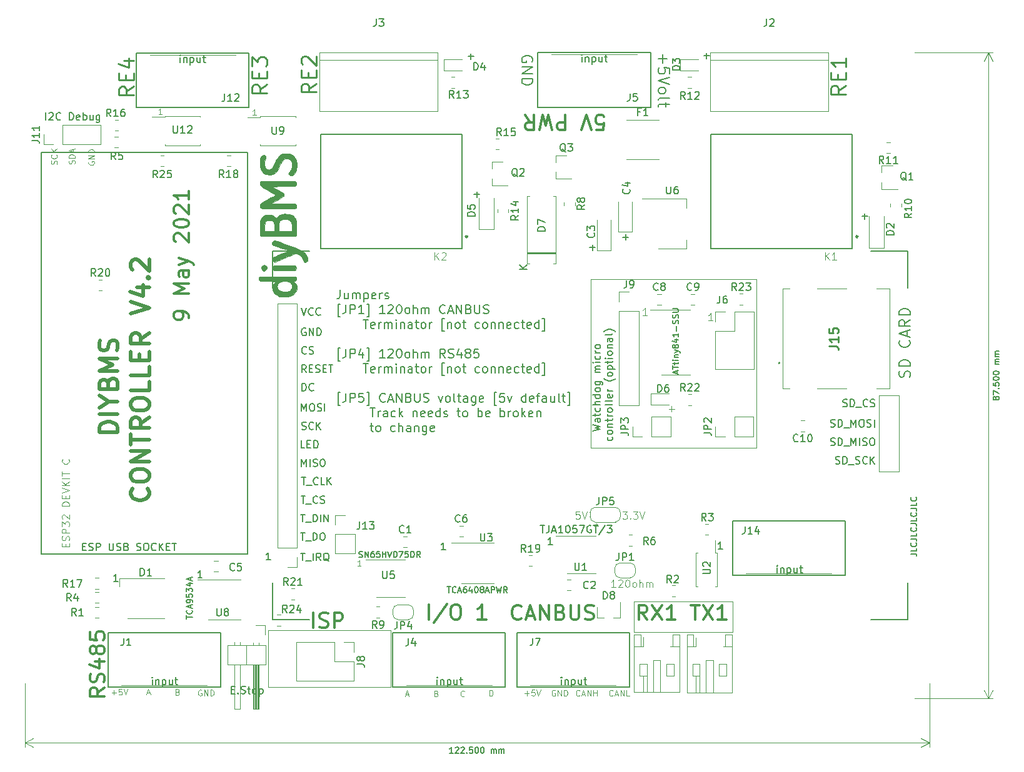
<source format=gbr>
G04 #@! TF.GenerationSoftware,KiCad,Pcbnew,(5.1.5)-3*
G04 #@! TF.CreationDate,2021-05-09T13:32:15+01:00*
G04 #@! TF.ProjectId,ControllerCircuit,436f6e74-726f-46c6-9c65-724369726375,rev?*
G04 #@! TF.SameCoordinates,Original*
G04 #@! TF.FileFunction,Legend,Top*
G04 #@! TF.FilePolarity,Positive*
%FSLAX46Y46*%
G04 Gerber Fmt 4.6, Leading zero omitted, Abs format (unit mm)*
G04 Created by KiCad (PCBNEW (5.1.5)-3) date 2021-05-09 13:32:15*
%MOMM*%
%LPD*%
G04 APERTURE LIST*
%ADD10C,0.150000*%
%ADD11C,0.120000*%
%ADD12C,0.200000*%
%ADD13C,0.100000*%
%ADD14C,0.250000*%
%ADD15C,0.500000*%
%ADD16C,0.300000*%
%ADD17C,0.010000*%
%ADD18C,0.127000*%
%ADD19C,0.254000*%
%ADD20C,0.015000*%
G04 APERTURE END LIST*
D10*
X112765714Y-121672380D02*
X112194285Y-121672380D01*
X112480000Y-121672380D02*
X112480000Y-120672380D01*
X112384761Y-120815238D01*
X112289523Y-120910476D01*
X112194285Y-120958095D01*
D11*
X121750000Y-136500000D02*
X121750000Y-128780000D01*
X138330000Y-136500000D02*
X121750000Y-136500000D01*
X138330000Y-128780000D02*
X138330000Y-136500000D01*
X121750000Y-128780000D02*
X138330000Y-128780000D01*
X184590000Y-129070000D02*
X171280000Y-129070000D01*
X184590000Y-124850000D02*
X184590000Y-129070000D01*
X171260000Y-124850000D02*
X184590000Y-124850000D01*
X171260000Y-129000000D02*
X171260000Y-124850000D01*
X165410000Y-104060000D02*
X165410000Y-81210000D01*
X187860000Y-104070000D02*
X165410000Y-104060000D01*
X187860000Y-81220000D02*
X187860000Y-104070000D01*
X165410000Y-81210000D02*
X187860000Y-81220000D01*
D12*
X131448571Y-82662857D02*
X131448571Y-83520000D01*
X131391428Y-83691428D01*
X131277142Y-83805714D01*
X131105714Y-83862857D01*
X130991428Y-83862857D01*
X132534285Y-83062857D02*
X132534285Y-83862857D01*
X132020000Y-83062857D02*
X132020000Y-83691428D01*
X132077142Y-83805714D01*
X132191428Y-83862857D01*
X132362857Y-83862857D01*
X132477142Y-83805714D01*
X132534285Y-83748571D01*
X133105714Y-83862857D02*
X133105714Y-83062857D01*
X133105714Y-83177142D02*
X133162857Y-83120000D01*
X133277142Y-83062857D01*
X133448571Y-83062857D01*
X133562857Y-83120000D01*
X133620000Y-83234285D01*
X133620000Y-83862857D01*
X133620000Y-83234285D02*
X133677142Y-83120000D01*
X133791428Y-83062857D01*
X133962857Y-83062857D01*
X134077142Y-83120000D01*
X134134285Y-83234285D01*
X134134285Y-83862857D01*
X134705714Y-83062857D02*
X134705714Y-84262857D01*
X134705714Y-83120000D02*
X134820000Y-83062857D01*
X135048571Y-83062857D01*
X135162857Y-83120000D01*
X135220000Y-83177142D01*
X135277142Y-83291428D01*
X135277142Y-83634285D01*
X135220000Y-83748571D01*
X135162857Y-83805714D01*
X135048571Y-83862857D01*
X134820000Y-83862857D01*
X134705714Y-83805714D01*
X136248571Y-83805714D02*
X136134285Y-83862857D01*
X135905714Y-83862857D01*
X135791428Y-83805714D01*
X135734285Y-83691428D01*
X135734285Y-83234285D01*
X135791428Y-83120000D01*
X135905714Y-83062857D01*
X136134285Y-83062857D01*
X136248571Y-83120000D01*
X136305714Y-83234285D01*
X136305714Y-83348571D01*
X135734285Y-83462857D01*
X136820000Y-83862857D02*
X136820000Y-83062857D01*
X136820000Y-83291428D02*
X136877142Y-83177142D01*
X136934285Y-83120000D01*
X137048571Y-83062857D01*
X137162857Y-83062857D01*
X137505714Y-83805714D02*
X137620000Y-83862857D01*
X137848571Y-83862857D01*
X137962857Y-83805714D01*
X138020000Y-83691428D01*
X138020000Y-83634285D01*
X137962857Y-83520000D01*
X137848571Y-83462857D01*
X137677142Y-83462857D01*
X137562857Y-83405714D01*
X137505714Y-83291428D01*
X137505714Y-83234285D01*
X137562857Y-83120000D01*
X137677142Y-83062857D01*
X137848571Y-83062857D01*
X137962857Y-83120000D01*
X131448571Y-86262857D02*
X131162857Y-86262857D01*
X131162857Y-84548571D01*
X131448571Y-84548571D01*
X132248571Y-84662857D02*
X132248571Y-85520000D01*
X132191428Y-85691428D01*
X132077142Y-85805714D01*
X131905714Y-85862857D01*
X131791428Y-85862857D01*
X132820000Y-85862857D02*
X132820000Y-84662857D01*
X133277142Y-84662857D01*
X133391428Y-84720000D01*
X133448571Y-84777142D01*
X133505714Y-84891428D01*
X133505714Y-85062857D01*
X133448571Y-85177142D01*
X133391428Y-85234285D01*
X133277142Y-85291428D01*
X132820000Y-85291428D01*
X134648571Y-85862857D02*
X133962857Y-85862857D01*
X134305714Y-85862857D02*
X134305714Y-84662857D01*
X134191428Y-84834285D01*
X134077142Y-84948571D01*
X133962857Y-85005714D01*
X135048571Y-86262857D02*
X135334285Y-86262857D01*
X135334285Y-84548571D01*
X135048571Y-84548571D01*
X137505714Y-85862857D02*
X136820000Y-85862857D01*
X137162857Y-85862857D02*
X137162857Y-84662857D01*
X137048571Y-84834285D01*
X136934285Y-84948571D01*
X136820000Y-85005714D01*
X137962857Y-84777142D02*
X138020000Y-84720000D01*
X138134285Y-84662857D01*
X138420000Y-84662857D01*
X138534285Y-84720000D01*
X138591428Y-84777142D01*
X138648571Y-84891428D01*
X138648571Y-85005714D01*
X138591428Y-85177142D01*
X137905714Y-85862857D01*
X138648571Y-85862857D01*
X139391428Y-84662857D02*
X139505714Y-84662857D01*
X139620000Y-84720000D01*
X139677142Y-84777142D01*
X139734285Y-84891428D01*
X139791428Y-85120000D01*
X139791428Y-85405714D01*
X139734285Y-85634285D01*
X139677142Y-85748571D01*
X139620000Y-85805714D01*
X139505714Y-85862857D01*
X139391428Y-85862857D01*
X139277142Y-85805714D01*
X139220000Y-85748571D01*
X139162857Y-85634285D01*
X139105714Y-85405714D01*
X139105714Y-85120000D01*
X139162857Y-84891428D01*
X139220000Y-84777142D01*
X139277142Y-84720000D01*
X139391428Y-84662857D01*
X140477142Y-85862857D02*
X140362857Y-85805714D01*
X140305714Y-85748571D01*
X140248571Y-85634285D01*
X140248571Y-85291428D01*
X140305714Y-85177142D01*
X140362857Y-85120000D01*
X140477142Y-85062857D01*
X140648571Y-85062857D01*
X140762857Y-85120000D01*
X140820000Y-85177142D01*
X140877142Y-85291428D01*
X140877142Y-85634285D01*
X140820000Y-85748571D01*
X140762857Y-85805714D01*
X140648571Y-85862857D01*
X140477142Y-85862857D01*
X141391428Y-85862857D02*
X141391428Y-84662857D01*
X141905714Y-85862857D02*
X141905714Y-85234285D01*
X141848571Y-85120000D01*
X141734285Y-85062857D01*
X141562857Y-85062857D01*
X141448571Y-85120000D01*
X141391428Y-85177142D01*
X142477142Y-85862857D02*
X142477142Y-85062857D01*
X142477142Y-85177142D02*
X142534285Y-85120000D01*
X142648571Y-85062857D01*
X142820000Y-85062857D01*
X142934285Y-85120000D01*
X142991428Y-85234285D01*
X142991428Y-85862857D01*
X142991428Y-85234285D02*
X143048571Y-85120000D01*
X143162857Y-85062857D01*
X143334285Y-85062857D01*
X143448571Y-85120000D01*
X143505714Y-85234285D01*
X143505714Y-85862857D01*
X145677142Y-85748571D02*
X145620000Y-85805714D01*
X145448571Y-85862857D01*
X145334285Y-85862857D01*
X145162857Y-85805714D01*
X145048571Y-85691428D01*
X144991428Y-85577142D01*
X144934285Y-85348571D01*
X144934285Y-85177142D01*
X144991428Y-84948571D01*
X145048571Y-84834285D01*
X145162857Y-84720000D01*
X145334285Y-84662857D01*
X145448571Y-84662857D01*
X145620000Y-84720000D01*
X145677142Y-84777142D01*
X146134285Y-85520000D02*
X146705714Y-85520000D01*
X146020000Y-85862857D02*
X146420000Y-84662857D01*
X146820000Y-85862857D01*
X147220000Y-85862857D02*
X147220000Y-84662857D01*
X147905714Y-85862857D01*
X147905714Y-84662857D01*
X148877142Y-85234285D02*
X149048571Y-85291428D01*
X149105714Y-85348571D01*
X149162857Y-85462857D01*
X149162857Y-85634285D01*
X149105714Y-85748571D01*
X149048571Y-85805714D01*
X148934285Y-85862857D01*
X148477142Y-85862857D01*
X148477142Y-84662857D01*
X148877142Y-84662857D01*
X148991428Y-84720000D01*
X149048571Y-84777142D01*
X149105714Y-84891428D01*
X149105714Y-85005714D01*
X149048571Y-85120000D01*
X148991428Y-85177142D01*
X148877142Y-85234285D01*
X148477142Y-85234285D01*
X149677142Y-84662857D02*
X149677142Y-85634285D01*
X149734285Y-85748571D01*
X149791428Y-85805714D01*
X149905714Y-85862857D01*
X150134285Y-85862857D01*
X150248571Y-85805714D01*
X150305714Y-85748571D01*
X150362857Y-85634285D01*
X150362857Y-84662857D01*
X150877142Y-85805714D02*
X151048571Y-85862857D01*
X151334285Y-85862857D01*
X151448571Y-85805714D01*
X151505714Y-85748571D01*
X151562857Y-85634285D01*
X151562857Y-85520000D01*
X151505714Y-85405714D01*
X151448571Y-85348571D01*
X151334285Y-85291428D01*
X151105714Y-85234285D01*
X150991428Y-85177142D01*
X150934285Y-85120000D01*
X150877142Y-85005714D01*
X150877142Y-84891428D01*
X150934285Y-84777142D01*
X150991428Y-84720000D01*
X151105714Y-84662857D01*
X151391428Y-84662857D01*
X151562857Y-84720000D01*
X134591428Y-86662857D02*
X135277142Y-86662857D01*
X134934285Y-87862857D02*
X134934285Y-86662857D01*
X136134285Y-87805714D02*
X136020000Y-87862857D01*
X135791428Y-87862857D01*
X135677142Y-87805714D01*
X135620000Y-87691428D01*
X135620000Y-87234285D01*
X135677142Y-87120000D01*
X135791428Y-87062857D01*
X136020000Y-87062857D01*
X136134285Y-87120000D01*
X136191428Y-87234285D01*
X136191428Y-87348571D01*
X135620000Y-87462857D01*
X136705714Y-87862857D02*
X136705714Y-87062857D01*
X136705714Y-87291428D02*
X136762857Y-87177142D01*
X136820000Y-87120000D01*
X136934285Y-87062857D01*
X137048571Y-87062857D01*
X137448571Y-87862857D02*
X137448571Y-87062857D01*
X137448571Y-87177142D02*
X137505714Y-87120000D01*
X137620000Y-87062857D01*
X137791428Y-87062857D01*
X137905714Y-87120000D01*
X137962857Y-87234285D01*
X137962857Y-87862857D01*
X137962857Y-87234285D02*
X138020000Y-87120000D01*
X138134285Y-87062857D01*
X138305714Y-87062857D01*
X138420000Y-87120000D01*
X138477142Y-87234285D01*
X138477142Y-87862857D01*
X139048571Y-87862857D02*
X139048571Y-87062857D01*
X139048571Y-86662857D02*
X138991428Y-86720000D01*
X139048571Y-86777142D01*
X139105714Y-86720000D01*
X139048571Y-86662857D01*
X139048571Y-86777142D01*
X139620000Y-87062857D02*
X139620000Y-87862857D01*
X139620000Y-87177142D02*
X139677142Y-87120000D01*
X139791428Y-87062857D01*
X139962857Y-87062857D01*
X140077142Y-87120000D01*
X140134285Y-87234285D01*
X140134285Y-87862857D01*
X141220000Y-87862857D02*
X141220000Y-87234285D01*
X141162857Y-87120000D01*
X141048571Y-87062857D01*
X140820000Y-87062857D01*
X140705714Y-87120000D01*
X141220000Y-87805714D02*
X141105714Y-87862857D01*
X140820000Y-87862857D01*
X140705714Y-87805714D01*
X140648571Y-87691428D01*
X140648571Y-87577142D01*
X140705714Y-87462857D01*
X140820000Y-87405714D01*
X141105714Y-87405714D01*
X141220000Y-87348571D01*
X141620000Y-87062857D02*
X142077142Y-87062857D01*
X141791428Y-86662857D02*
X141791428Y-87691428D01*
X141848571Y-87805714D01*
X141962857Y-87862857D01*
X142077142Y-87862857D01*
X142648571Y-87862857D02*
X142534285Y-87805714D01*
X142477142Y-87748571D01*
X142420000Y-87634285D01*
X142420000Y-87291428D01*
X142477142Y-87177142D01*
X142534285Y-87120000D01*
X142648571Y-87062857D01*
X142820000Y-87062857D01*
X142934285Y-87120000D01*
X142991428Y-87177142D01*
X143048571Y-87291428D01*
X143048571Y-87634285D01*
X142991428Y-87748571D01*
X142934285Y-87805714D01*
X142820000Y-87862857D01*
X142648571Y-87862857D01*
X143562857Y-87862857D02*
X143562857Y-87062857D01*
X143562857Y-87291428D02*
X143620000Y-87177142D01*
X143677142Y-87120000D01*
X143791428Y-87062857D01*
X143905714Y-87062857D01*
X145562857Y-88262857D02*
X145277142Y-88262857D01*
X145277142Y-86548571D01*
X145562857Y-86548571D01*
X146020000Y-87062857D02*
X146020000Y-87862857D01*
X146020000Y-87177142D02*
X146077142Y-87120000D01*
X146191428Y-87062857D01*
X146362857Y-87062857D01*
X146477142Y-87120000D01*
X146534285Y-87234285D01*
X146534285Y-87862857D01*
X147277142Y-87862857D02*
X147162857Y-87805714D01*
X147105714Y-87748571D01*
X147048571Y-87634285D01*
X147048571Y-87291428D01*
X147105714Y-87177142D01*
X147162857Y-87120000D01*
X147277142Y-87062857D01*
X147448571Y-87062857D01*
X147562857Y-87120000D01*
X147620000Y-87177142D01*
X147677142Y-87291428D01*
X147677142Y-87634285D01*
X147620000Y-87748571D01*
X147562857Y-87805714D01*
X147448571Y-87862857D01*
X147277142Y-87862857D01*
X148020000Y-87062857D02*
X148477142Y-87062857D01*
X148191428Y-86662857D02*
X148191428Y-87691428D01*
X148248571Y-87805714D01*
X148362857Y-87862857D01*
X148477142Y-87862857D01*
X150305714Y-87805714D02*
X150191428Y-87862857D01*
X149962857Y-87862857D01*
X149848571Y-87805714D01*
X149791428Y-87748571D01*
X149734285Y-87634285D01*
X149734285Y-87291428D01*
X149791428Y-87177142D01*
X149848571Y-87120000D01*
X149962857Y-87062857D01*
X150191428Y-87062857D01*
X150305714Y-87120000D01*
X150991428Y-87862857D02*
X150877142Y-87805714D01*
X150820000Y-87748571D01*
X150762857Y-87634285D01*
X150762857Y-87291428D01*
X150820000Y-87177142D01*
X150877142Y-87120000D01*
X150991428Y-87062857D01*
X151162857Y-87062857D01*
X151277142Y-87120000D01*
X151334285Y-87177142D01*
X151391428Y-87291428D01*
X151391428Y-87634285D01*
X151334285Y-87748571D01*
X151277142Y-87805714D01*
X151162857Y-87862857D01*
X150991428Y-87862857D01*
X151905714Y-87062857D02*
X151905714Y-87862857D01*
X151905714Y-87177142D02*
X151962857Y-87120000D01*
X152077142Y-87062857D01*
X152248571Y-87062857D01*
X152362857Y-87120000D01*
X152420000Y-87234285D01*
X152420000Y-87862857D01*
X152991428Y-87062857D02*
X152991428Y-87862857D01*
X152991428Y-87177142D02*
X153048571Y-87120000D01*
X153162857Y-87062857D01*
X153334285Y-87062857D01*
X153448571Y-87120000D01*
X153505714Y-87234285D01*
X153505714Y-87862857D01*
X154534285Y-87805714D02*
X154420000Y-87862857D01*
X154191428Y-87862857D01*
X154077142Y-87805714D01*
X154020000Y-87691428D01*
X154020000Y-87234285D01*
X154077142Y-87120000D01*
X154191428Y-87062857D01*
X154420000Y-87062857D01*
X154534285Y-87120000D01*
X154591428Y-87234285D01*
X154591428Y-87348571D01*
X154020000Y-87462857D01*
X155620000Y-87805714D02*
X155505714Y-87862857D01*
X155277142Y-87862857D01*
X155162857Y-87805714D01*
X155105714Y-87748571D01*
X155048571Y-87634285D01*
X155048571Y-87291428D01*
X155105714Y-87177142D01*
X155162857Y-87120000D01*
X155277142Y-87062857D01*
X155505714Y-87062857D01*
X155620000Y-87120000D01*
X155962857Y-87062857D02*
X156420000Y-87062857D01*
X156134285Y-86662857D02*
X156134285Y-87691428D01*
X156191428Y-87805714D01*
X156305714Y-87862857D01*
X156420000Y-87862857D01*
X157277142Y-87805714D02*
X157162857Y-87862857D01*
X156934285Y-87862857D01*
X156820000Y-87805714D01*
X156762857Y-87691428D01*
X156762857Y-87234285D01*
X156820000Y-87120000D01*
X156934285Y-87062857D01*
X157162857Y-87062857D01*
X157277142Y-87120000D01*
X157334285Y-87234285D01*
X157334285Y-87348571D01*
X156762857Y-87462857D01*
X158362857Y-87862857D02*
X158362857Y-86662857D01*
X158362857Y-87805714D02*
X158248571Y-87862857D01*
X158020000Y-87862857D01*
X157905714Y-87805714D01*
X157848571Y-87748571D01*
X157791428Y-87634285D01*
X157791428Y-87291428D01*
X157848571Y-87177142D01*
X157905714Y-87120000D01*
X158020000Y-87062857D01*
X158248571Y-87062857D01*
X158362857Y-87120000D01*
X158820000Y-88262857D02*
X159105714Y-88262857D01*
X159105714Y-86548571D01*
X158820000Y-86548571D01*
X131448571Y-92262857D02*
X131162857Y-92262857D01*
X131162857Y-90548571D01*
X131448571Y-90548571D01*
X132248571Y-90662857D02*
X132248571Y-91520000D01*
X132191428Y-91691428D01*
X132077142Y-91805714D01*
X131905714Y-91862857D01*
X131791428Y-91862857D01*
X132820000Y-91862857D02*
X132820000Y-90662857D01*
X133277142Y-90662857D01*
X133391428Y-90720000D01*
X133448571Y-90777142D01*
X133505714Y-90891428D01*
X133505714Y-91062857D01*
X133448571Y-91177142D01*
X133391428Y-91234285D01*
X133277142Y-91291428D01*
X132820000Y-91291428D01*
X134534285Y-91062857D02*
X134534285Y-91862857D01*
X134248571Y-90605714D02*
X133962857Y-91462857D01*
X134705714Y-91462857D01*
X135048571Y-92262857D02*
X135334285Y-92262857D01*
X135334285Y-90548571D01*
X135048571Y-90548571D01*
X137505714Y-91862857D02*
X136820000Y-91862857D01*
X137162857Y-91862857D02*
X137162857Y-90662857D01*
X137048571Y-90834285D01*
X136934285Y-90948571D01*
X136820000Y-91005714D01*
X137962857Y-90777142D02*
X138020000Y-90720000D01*
X138134285Y-90662857D01*
X138420000Y-90662857D01*
X138534285Y-90720000D01*
X138591428Y-90777142D01*
X138648571Y-90891428D01*
X138648571Y-91005714D01*
X138591428Y-91177142D01*
X137905714Y-91862857D01*
X138648571Y-91862857D01*
X139391428Y-90662857D02*
X139505714Y-90662857D01*
X139620000Y-90720000D01*
X139677142Y-90777142D01*
X139734285Y-90891428D01*
X139791428Y-91120000D01*
X139791428Y-91405714D01*
X139734285Y-91634285D01*
X139677142Y-91748571D01*
X139620000Y-91805714D01*
X139505714Y-91862857D01*
X139391428Y-91862857D01*
X139277142Y-91805714D01*
X139220000Y-91748571D01*
X139162857Y-91634285D01*
X139105714Y-91405714D01*
X139105714Y-91120000D01*
X139162857Y-90891428D01*
X139220000Y-90777142D01*
X139277142Y-90720000D01*
X139391428Y-90662857D01*
X140477142Y-91862857D02*
X140362857Y-91805714D01*
X140305714Y-91748571D01*
X140248571Y-91634285D01*
X140248571Y-91291428D01*
X140305714Y-91177142D01*
X140362857Y-91120000D01*
X140477142Y-91062857D01*
X140648571Y-91062857D01*
X140762857Y-91120000D01*
X140820000Y-91177142D01*
X140877142Y-91291428D01*
X140877142Y-91634285D01*
X140820000Y-91748571D01*
X140762857Y-91805714D01*
X140648571Y-91862857D01*
X140477142Y-91862857D01*
X141391428Y-91862857D02*
X141391428Y-90662857D01*
X141905714Y-91862857D02*
X141905714Y-91234285D01*
X141848571Y-91120000D01*
X141734285Y-91062857D01*
X141562857Y-91062857D01*
X141448571Y-91120000D01*
X141391428Y-91177142D01*
X142477142Y-91862857D02*
X142477142Y-91062857D01*
X142477142Y-91177142D02*
X142534285Y-91120000D01*
X142648571Y-91062857D01*
X142820000Y-91062857D01*
X142934285Y-91120000D01*
X142991428Y-91234285D01*
X142991428Y-91862857D01*
X142991428Y-91234285D02*
X143048571Y-91120000D01*
X143162857Y-91062857D01*
X143334285Y-91062857D01*
X143448571Y-91120000D01*
X143505714Y-91234285D01*
X143505714Y-91862857D01*
X145677142Y-91862857D02*
X145277142Y-91291428D01*
X144991428Y-91862857D02*
X144991428Y-90662857D01*
X145448571Y-90662857D01*
X145562857Y-90720000D01*
X145620000Y-90777142D01*
X145677142Y-90891428D01*
X145677142Y-91062857D01*
X145620000Y-91177142D01*
X145562857Y-91234285D01*
X145448571Y-91291428D01*
X144991428Y-91291428D01*
X146134285Y-91805714D02*
X146305714Y-91862857D01*
X146591428Y-91862857D01*
X146705714Y-91805714D01*
X146762857Y-91748571D01*
X146820000Y-91634285D01*
X146820000Y-91520000D01*
X146762857Y-91405714D01*
X146705714Y-91348571D01*
X146591428Y-91291428D01*
X146362857Y-91234285D01*
X146248571Y-91177142D01*
X146191428Y-91120000D01*
X146134285Y-91005714D01*
X146134285Y-90891428D01*
X146191428Y-90777142D01*
X146248571Y-90720000D01*
X146362857Y-90662857D01*
X146648571Y-90662857D01*
X146820000Y-90720000D01*
X147848571Y-91062857D02*
X147848571Y-91862857D01*
X147562857Y-90605714D02*
X147277142Y-91462857D01*
X148020000Y-91462857D01*
X148648571Y-91177142D02*
X148534285Y-91120000D01*
X148477142Y-91062857D01*
X148420000Y-90948571D01*
X148420000Y-90891428D01*
X148477142Y-90777142D01*
X148534285Y-90720000D01*
X148648571Y-90662857D01*
X148877142Y-90662857D01*
X148991428Y-90720000D01*
X149048571Y-90777142D01*
X149105714Y-90891428D01*
X149105714Y-90948571D01*
X149048571Y-91062857D01*
X148991428Y-91120000D01*
X148877142Y-91177142D01*
X148648571Y-91177142D01*
X148534285Y-91234285D01*
X148477142Y-91291428D01*
X148420000Y-91405714D01*
X148420000Y-91634285D01*
X148477142Y-91748571D01*
X148534285Y-91805714D01*
X148648571Y-91862857D01*
X148877142Y-91862857D01*
X148991428Y-91805714D01*
X149048571Y-91748571D01*
X149105714Y-91634285D01*
X149105714Y-91405714D01*
X149048571Y-91291428D01*
X148991428Y-91234285D01*
X148877142Y-91177142D01*
X150191428Y-90662857D02*
X149620000Y-90662857D01*
X149562857Y-91234285D01*
X149620000Y-91177142D01*
X149734285Y-91120000D01*
X150020000Y-91120000D01*
X150134285Y-91177142D01*
X150191428Y-91234285D01*
X150248571Y-91348571D01*
X150248571Y-91634285D01*
X150191428Y-91748571D01*
X150134285Y-91805714D01*
X150020000Y-91862857D01*
X149734285Y-91862857D01*
X149620000Y-91805714D01*
X149562857Y-91748571D01*
X134591428Y-92662857D02*
X135277142Y-92662857D01*
X134934285Y-93862857D02*
X134934285Y-92662857D01*
X136134285Y-93805714D02*
X136020000Y-93862857D01*
X135791428Y-93862857D01*
X135677142Y-93805714D01*
X135620000Y-93691428D01*
X135620000Y-93234285D01*
X135677142Y-93120000D01*
X135791428Y-93062857D01*
X136020000Y-93062857D01*
X136134285Y-93120000D01*
X136191428Y-93234285D01*
X136191428Y-93348571D01*
X135620000Y-93462857D01*
X136705714Y-93862857D02*
X136705714Y-93062857D01*
X136705714Y-93291428D02*
X136762857Y-93177142D01*
X136820000Y-93120000D01*
X136934285Y-93062857D01*
X137048571Y-93062857D01*
X137448571Y-93862857D02*
X137448571Y-93062857D01*
X137448571Y-93177142D02*
X137505714Y-93120000D01*
X137620000Y-93062857D01*
X137791428Y-93062857D01*
X137905714Y-93120000D01*
X137962857Y-93234285D01*
X137962857Y-93862857D01*
X137962857Y-93234285D02*
X138020000Y-93120000D01*
X138134285Y-93062857D01*
X138305714Y-93062857D01*
X138420000Y-93120000D01*
X138477142Y-93234285D01*
X138477142Y-93862857D01*
X139048571Y-93862857D02*
X139048571Y-93062857D01*
X139048571Y-92662857D02*
X138991428Y-92720000D01*
X139048571Y-92777142D01*
X139105714Y-92720000D01*
X139048571Y-92662857D01*
X139048571Y-92777142D01*
X139620000Y-93062857D02*
X139620000Y-93862857D01*
X139620000Y-93177142D02*
X139677142Y-93120000D01*
X139791428Y-93062857D01*
X139962857Y-93062857D01*
X140077142Y-93120000D01*
X140134285Y-93234285D01*
X140134285Y-93862857D01*
X141220000Y-93862857D02*
X141220000Y-93234285D01*
X141162857Y-93120000D01*
X141048571Y-93062857D01*
X140820000Y-93062857D01*
X140705714Y-93120000D01*
X141220000Y-93805714D02*
X141105714Y-93862857D01*
X140820000Y-93862857D01*
X140705714Y-93805714D01*
X140648571Y-93691428D01*
X140648571Y-93577142D01*
X140705714Y-93462857D01*
X140820000Y-93405714D01*
X141105714Y-93405714D01*
X141220000Y-93348571D01*
X141620000Y-93062857D02*
X142077142Y-93062857D01*
X141791428Y-92662857D02*
X141791428Y-93691428D01*
X141848571Y-93805714D01*
X141962857Y-93862857D01*
X142077142Y-93862857D01*
X142648571Y-93862857D02*
X142534285Y-93805714D01*
X142477142Y-93748571D01*
X142420000Y-93634285D01*
X142420000Y-93291428D01*
X142477142Y-93177142D01*
X142534285Y-93120000D01*
X142648571Y-93062857D01*
X142820000Y-93062857D01*
X142934285Y-93120000D01*
X142991428Y-93177142D01*
X143048571Y-93291428D01*
X143048571Y-93634285D01*
X142991428Y-93748571D01*
X142934285Y-93805714D01*
X142820000Y-93862857D01*
X142648571Y-93862857D01*
X143562857Y-93862857D02*
X143562857Y-93062857D01*
X143562857Y-93291428D02*
X143620000Y-93177142D01*
X143677142Y-93120000D01*
X143791428Y-93062857D01*
X143905714Y-93062857D01*
X145562857Y-94262857D02*
X145277142Y-94262857D01*
X145277142Y-92548571D01*
X145562857Y-92548571D01*
X146020000Y-93062857D02*
X146020000Y-93862857D01*
X146020000Y-93177142D02*
X146077142Y-93120000D01*
X146191428Y-93062857D01*
X146362857Y-93062857D01*
X146477142Y-93120000D01*
X146534285Y-93234285D01*
X146534285Y-93862857D01*
X147277142Y-93862857D02*
X147162857Y-93805714D01*
X147105714Y-93748571D01*
X147048571Y-93634285D01*
X147048571Y-93291428D01*
X147105714Y-93177142D01*
X147162857Y-93120000D01*
X147277142Y-93062857D01*
X147448571Y-93062857D01*
X147562857Y-93120000D01*
X147620000Y-93177142D01*
X147677142Y-93291428D01*
X147677142Y-93634285D01*
X147620000Y-93748571D01*
X147562857Y-93805714D01*
X147448571Y-93862857D01*
X147277142Y-93862857D01*
X148020000Y-93062857D02*
X148477142Y-93062857D01*
X148191428Y-92662857D02*
X148191428Y-93691428D01*
X148248571Y-93805714D01*
X148362857Y-93862857D01*
X148477142Y-93862857D01*
X150305714Y-93805714D02*
X150191428Y-93862857D01*
X149962857Y-93862857D01*
X149848571Y-93805714D01*
X149791428Y-93748571D01*
X149734285Y-93634285D01*
X149734285Y-93291428D01*
X149791428Y-93177142D01*
X149848571Y-93120000D01*
X149962857Y-93062857D01*
X150191428Y-93062857D01*
X150305714Y-93120000D01*
X150991428Y-93862857D02*
X150877142Y-93805714D01*
X150820000Y-93748571D01*
X150762857Y-93634285D01*
X150762857Y-93291428D01*
X150820000Y-93177142D01*
X150877142Y-93120000D01*
X150991428Y-93062857D01*
X151162857Y-93062857D01*
X151277142Y-93120000D01*
X151334285Y-93177142D01*
X151391428Y-93291428D01*
X151391428Y-93634285D01*
X151334285Y-93748571D01*
X151277142Y-93805714D01*
X151162857Y-93862857D01*
X150991428Y-93862857D01*
X151905714Y-93062857D02*
X151905714Y-93862857D01*
X151905714Y-93177142D02*
X151962857Y-93120000D01*
X152077142Y-93062857D01*
X152248571Y-93062857D01*
X152362857Y-93120000D01*
X152420000Y-93234285D01*
X152420000Y-93862857D01*
X152991428Y-93062857D02*
X152991428Y-93862857D01*
X152991428Y-93177142D02*
X153048571Y-93120000D01*
X153162857Y-93062857D01*
X153334285Y-93062857D01*
X153448571Y-93120000D01*
X153505714Y-93234285D01*
X153505714Y-93862857D01*
X154534285Y-93805714D02*
X154420000Y-93862857D01*
X154191428Y-93862857D01*
X154077142Y-93805714D01*
X154020000Y-93691428D01*
X154020000Y-93234285D01*
X154077142Y-93120000D01*
X154191428Y-93062857D01*
X154420000Y-93062857D01*
X154534285Y-93120000D01*
X154591428Y-93234285D01*
X154591428Y-93348571D01*
X154020000Y-93462857D01*
X155620000Y-93805714D02*
X155505714Y-93862857D01*
X155277142Y-93862857D01*
X155162857Y-93805714D01*
X155105714Y-93748571D01*
X155048571Y-93634285D01*
X155048571Y-93291428D01*
X155105714Y-93177142D01*
X155162857Y-93120000D01*
X155277142Y-93062857D01*
X155505714Y-93062857D01*
X155620000Y-93120000D01*
X155962857Y-93062857D02*
X156420000Y-93062857D01*
X156134285Y-92662857D02*
X156134285Y-93691428D01*
X156191428Y-93805714D01*
X156305714Y-93862857D01*
X156420000Y-93862857D01*
X157277142Y-93805714D02*
X157162857Y-93862857D01*
X156934285Y-93862857D01*
X156820000Y-93805714D01*
X156762857Y-93691428D01*
X156762857Y-93234285D01*
X156820000Y-93120000D01*
X156934285Y-93062857D01*
X157162857Y-93062857D01*
X157277142Y-93120000D01*
X157334285Y-93234285D01*
X157334285Y-93348571D01*
X156762857Y-93462857D01*
X158362857Y-93862857D02*
X158362857Y-92662857D01*
X158362857Y-93805714D02*
X158248571Y-93862857D01*
X158020000Y-93862857D01*
X157905714Y-93805714D01*
X157848571Y-93748571D01*
X157791428Y-93634285D01*
X157791428Y-93291428D01*
X157848571Y-93177142D01*
X157905714Y-93120000D01*
X158020000Y-93062857D01*
X158248571Y-93062857D01*
X158362857Y-93120000D01*
X158820000Y-94262857D02*
X159105714Y-94262857D01*
X159105714Y-92548571D01*
X158820000Y-92548571D01*
X131448571Y-98262857D02*
X131162857Y-98262857D01*
X131162857Y-96548571D01*
X131448571Y-96548571D01*
X132248571Y-96662857D02*
X132248571Y-97520000D01*
X132191428Y-97691428D01*
X132077142Y-97805714D01*
X131905714Y-97862857D01*
X131791428Y-97862857D01*
X132820000Y-97862857D02*
X132820000Y-96662857D01*
X133277142Y-96662857D01*
X133391428Y-96720000D01*
X133448571Y-96777142D01*
X133505714Y-96891428D01*
X133505714Y-97062857D01*
X133448571Y-97177142D01*
X133391428Y-97234285D01*
X133277142Y-97291428D01*
X132820000Y-97291428D01*
X134591428Y-96662857D02*
X134020000Y-96662857D01*
X133962857Y-97234285D01*
X134020000Y-97177142D01*
X134134285Y-97120000D01*
X134420000Y-97120000D01*
X134534285Y-97177142D01*
X134591428Y-97234285D01*
X134648571Y-97348571D01*
X134648571Y-97634285D01*
X134591428Y-97748571D01*
X134534285Y-97805714D01*
X134420000Y-97862857D01*
X134134285Y-97862857D01*
X134020000Y-97805714D01*
X133962857Y-97748571D01*
X135048571Y-98262857D02*
X135334285Y-98262857D01*
X135334285Y-96548571D01*
X135048571Y-96548571D01*
X137562857Y-97748571D02*
X137505714Y-97805714D01*
X137334285Y-97862857D01*
X137220000Y-97862857D01*
X137048571Y-97805714D01*
X136934285Y-97691428D01*
X136877142Y-97577142D01*
X136820000Y-97348571D01*
X136820000Y-97177142D01*
X136877142Y-96948571D01*
X136934285Y-96834285D01*
X137048571Y-96720000D01*
X137220000Y-96662857D01*
X137334285Y-96662857D01*
X137505714Y-96720000D01*
X137562857Y-96777142D01*
X138020000Y-97520000D02*
X138591428Y-97520000D01*
X137905714Y-97862857D02*
X138305714Y-96662857D01*
X138705714Y-97862857D01*
X139105714Y-97862857D02*
X139105714Y-96662857D01*
X139791428Y-97862857D01*
X139791428Y-96662857D01*
X140762857Y-97234285D02*
X140934285Y-97291428D01*
X140991428Y-97348571D01*
X141048571Y-97462857D01*
X141048571Y-97634285D01*
X140991428Y-97748571D01*
X140934285Y-97805714D01*
X140820000Y-97862857D01*
X140362857Y-97862857D01*
X140362857Y-96662857D01*
X140762857Y-96662857D01*
X140877142Y-96720000D01*
X140934285Y-96777142D01*
X140991428Y-96891428D01*
X140991428Y-97005714D01*
X140934285Y-97120000D01*
X140877142Y-97177142D01*
X140762857Y-97234285D01*
X140362857Y-97234285D01*
X141562857Y-96662857D02*
X141562857Y-97634285D01*
X141620000Y-97748571D01*
X141677142Y-97805714D01*
X141791428Y-97862857D01*
X142020000Y-97862857D01*
X142134285Y-97805714D01*
X142191428Y-97748571D01*
X142248571Y-97634285D01*
X142248571Y-96662857D01*
X142762857Y-97805714D02*
X142934285Y-97862857D01*
X143220000Y-97862857D01*
X143334285Y-97805714D01*
X143391428Y-97748571D01*
X143448571Y-97634285D01*
X143448571Y-97520000D01*
X143391428Y-97405714D01*
X143334285Y-97348571D01*
X143220000Y-97291428D01*
X142991428Y-97234285D01*
X142877142Y-97177142D01*
X142820000Y-97120000D01*
X142762857Y-97005714D01*
X142762857Y-96891428D01*
X142820000Y-96777142D01*
X142877142Y-96720000D01*
X142991428Y-96662857D01*
X143277142Y-96662857D01*
X143448571Y-96720000D01*
X144762857Y-97062857D02*
X145048571Y-97862857D01*
X145334285Y-97062857D01*
X145962857Y-97862857D02*
X145848571Y-97805714D01*
X145791428Y-97748571D01*
X145734285Y-97634285D01*
X145734285Y-97291428D01*
X145791428Y-97177142D01*
X145848571Y-97120000D01*
X145962857Y-97062857D01*
X146134285Y-97062857D01*
X146248571Y-97120000D01*
X146305714Y-97177142D01*
X146362857Y-97291428D01*
X146362857Y-97634285D01*
X146305714Y-97748571D01*
X146248571Y-97805714D01*
X146134285Y-97862857D01*
X145962857Y-97862857D01*
X147048571Y-97862857D02*
X146934285Y-97805714D01*
X146877142Y-97691428D01*
X146877142Y-96662857D01*
X147334285Y-97062857D02*
X147791428Y-97062857D01*
X147505714Y-96662857D02*
X147505714Y-97691428D01*
X147562857Y-97805714D01*
X147677142Y-97862857D01*
X147791428Y-97862857D01*
X148705714Y-97862857D02*
X148705714Y-97234285D01*
X148648571Y-97120000D01*
X148534285Y-97062857D01*
X148305714Y-97062857D01*
X148191428Y-97120000D01*
X148705714Y-97805714D02*
X148591428Y-97862857D01*
X148305714Y-97862857D01*
X148191428Y-97805714D01*
X148134285Y-97691428D01*
X148134285Y-97577142D01*
X148191428Y-97462857D01*
X148305714Y-97405714D01*
X148591428Y-97405714D01*
X148705714Y-97348571D01*
X149791428Y-97062857D02*
X149791428Y-98034285D01*
X149734285Y-98148571D01*
X149677142Y-98205714D01*
X149562857Y-98262857D01*
X149391428Y-98262857D01*
X149277142Y-98205714D01*
X149791428Y-97805714D02*
X149677142Y-97862857D01*
X149448571Y-97862857D01*
X149334285Y-97805714D01*
X149277142Y-97748571D01*
X149220000Y-97634285D01*
X149220000Y-97291428D01*
X149277142Y-97177142D01*
X149334285Y-97120000D01*
X149448571Y-97062857D01*
X149677142Y-97062857D01*
X149791428Y-97120000D01*
X150820000Y-97805714D02*
X150705714Y-97862857D01*
X150477142Y-97862857D01*
X150362857Y-97805714D01*
X150305714Y-97691428D01*
X150305714Y-97234285D01*
X150362857Y-97120000D01*
X150477142Y-97062857D01*
X150705714Y-97062857D01*
X150820000Y-97120000D01*
X150877142Y-97234285D01*
X150877142Y-97348571D01*
X150305714Y-97462857D01*
X152648571Y-98262857D02*
X152362857Y-98262857D01*
X152362857Y-96548571D01*
X152648571Y-96548571D01*
X153677142Y-96662857D02*
X153105714Y-96662857D01*
X153048571Y-97234285D01*
X153105714Y-97177142D01*
X153220000Y-97120000D01*
X153505714Y-97120000D01*
X153620000Y-97177142D01*
X153677142Y-97234285D01*
X153734285Y-97348571D01*
X153734285Y-97634285D01*
X153677142Y-97748571D01*
X153620000Y-97805714D01*
X153505714Y-97862857D01*
X153220000Y-97862857D01*
X153105714Y-97805714D01*
X153048571Y-97748571D01*
X154134285Y-97062857D02*
X154420000Y-97862857D01*
X154705714Y-97062857D01*
X156591428Y-97862857D02*
X156591428Y-96662857D01*
X156591428Y-97805714D02*
X156477142Y-97862857D01*
X156248571Y-97862857D01*
X156134285Y-97805714D01*
X156077142Y-97748571D01*
X156020000Y-97634285D01*
X156020000Y-97291428D01*
X156077142Y-97177142D01*
X156134285Y-97120000D01*
X156248571Y-97062857D01*
X156477142Y-97062857D01*
X156591428Y-97120000D01*
X157620000Y-97805714D02*
X157505714Y-97862857D01*
X157277142Y-97862857D01*
X157162857Y-97805714D01*
X157105714Y-97691428D01*
X157105714Y-97234285D01*
X157162857Y-97120000D01*
X157277142Y-97062857D01*
X157505714Y-97062857D01*
X157620000Y-97120000D01*
X157677142Y-97234285D01*
X157677142Y-97348571D01*
X157105714Y-97462857D01*
X158020000Y-97062857D02*
X158477142Y-97062857D01*
X158191428Y-97862857D02*
X158191428Y-96834285D01*
X158248571Y-96720000D01*
X158362857Y-96662857D01*
X158477142Y-96662857D01*
X159391428Y-97862857D02*
X159391428Y-97234285D01*
X159334285Y-97120000D01*
X159220000Y-97062857D01*
X158991428Y-97062857D01*
X158877142Y-97120000D01*
X159391428Y-97805714D02*
X159277142Y-97862857D01*
X158991428Y-97862857D01*
X158877142Y-97805714D01*
X158820000Y-97691428D01*
X158820000Y-97577142D01*
X158877142Y-97462857D01*
X158991428Y-97405714D01*
X159277142Y-97405714D01*
X159391428Y-97348571D01*
X160477142Y-97062857D02*
X160477142Y-97862857D01*
X159962857Y-97062857D02*
X159962857Y-97691428D01*
X160020000Y-97805714D01*
X160134285Y-97862857D01*
X160305714Y-97862857D01*
X160420000Y-97805714D01*
X160477142Y-97748571D01*
X161220000Y-97862857D02*
X161105714Y-97805714D01*
X161048571Y-97691428D01*
X161048571Y-96662857D01*
X161505714Y-97062857D02*
X161962857Y-97062857D01*
X161677142Y-96662857D02*
X161677142Y-97691428D01*
X161734285Y-97805714D01*
X161848571Y-97862857D01*
X161962857Y-97862857D01*
X162248571Y-98262857D02*
X162534285Y-98262857D01*
X162534285Y-96548571D01*
X162248571Y-96548571D01*
X135505714Y-98662857D02*
X136191428Y-98662857D01*
X135848571Y-99862857D02*
X135848571Y-98662857D01*
X136591428Y-99862857D02*
X136591428Y-99062857D01*
X136591428Y-99291428D02*
X136648571Y-99177142D01*
X136705714Y-99120000D01*
X136820000Y-99062857D01*
X136934285Y-99062857D01*
X137848571Y-99862857D02*
X137848571Y-99234285D01*
X137791428Y-99120000D01*
X137677142Y-99062857D01*
X137448571Y-99062857D01*
X137334285Y-99120000D01*
X137848571Y-99805714D02*
X137734285Y-99862857D01*
X137448571Y-99862857D01*
X137334285Y-99805714D01*
X137277142Y-99691428D01*
X137277142Y-99577142D01*
X137334285Y-99462857D01*
X137448571Y-99405714D01*
X137734285Y-99405714D01*
X137848571Y-99348571D01*
X138934285Y-99805714D02*
X138820000Y-99862857D01*
X138591428Y-99862857D01*
X138477142Y-99805714D01*
X138420000Y-99748571D01*
X138362857Y-99634285D01*
X138362857Y-99291428D01*
X138420000Y-99177142D01*
X138477142Y-99120000D01*
X138591428Y-99062857D01*
X138820000Y-99062857D01*
X138934285Y-99120000D01*
X139448571Y-99862857D02*
X139448571Y-98662857D01*
X139562857Y-99405714D02*
X139905714Y-99862857D01*
X139905714Y-99062857D02*
X139448571Y-99520000D01*
X141334285Y-99062857D02*
X141334285Y-99862857D01*
X141334285Y-99177142D02*
X141391428Y-99120000D01*
X141505714Y-99062857D01*
X141677142Y-99062857D01*
X141791428Y-99120000D01*
X141848571Y-99234285D01*
X141848571Y-99862857D01*
X142877142Y-99805714D02*
X142762857Y-99862857D01*
X142534285Y-99862857D01*
X142420000Y-99805714D01*
X142362857Y-99691428D01*
X142362857Y-99234285D01*
X142420000Y-99120000D01*
X142534285Y-99062857D01*
X142762857Y-99062857D01*
X142877142Y-99120000D01*
X142934285Y-99234285D01*
X142934285Y-99348571D01*
X142362857Y-99462857D01*
X143905714Y-99805714D02*
X143791428Y-99862857D01*
X143562857Y-99862857D01*
X143448571Y-99805714D01*
X143391428Y-99691428D01*
X143391428Y-99234285D01*
X143448571Y-99120000D01*
X143562857Y-99062857D01*
X143791428Y-99062857D01*
X143905714Y-99120000D01*
X143962857Y-99234285D01*
X143962857Y-99348571D01*
X143391428Y-99462857D01*
X144991428Y-99862857D02*
X144991428Y-98662857D01*
X144991428Y-99805714D02*
X144877142Y-99862857D01*
X144648571Y-99862857D01*
X144534285Y-99805714D01*
X144477142Y-99748571D01*
X144420000Y-99634285D01*
X144420000Y-99291428D01*
X144477142Y-99177142D01*
X144534285Y-99120000D01*
X144648571Y-99062857D01*
X144877142Y-99062857D01*
X144991428Y-99120000D01*
X145505714Y-99805714D02*
X145620000Y-99862857D01*
X145848571Y-99862857D01*
X145962857Y-99805714D01*
X146020000Y-99691428D01*
X146020000Y-99634285D01*
X145962857Y-99520000D01*
X145848571Y-99462857D01*
X145677142Y-99462857D01*
X145562857Y-99405714D01*
X145505714Y-99291428D01*
X145505714Y-99234285D01*
X145562857Y-99120000D01*
X145677142Y-99062857D01*
X145848571Y-99062857D01*
X145962857Y-99120000D01*
X147277142Y-99062857D02*
X147734285Y-99062857D01*
X147448571Y-98662857D02*
X147448571Y-99691428D01*
X147505714Y-99805714D01*
X147620000Y-99862857D01*
X147734285Y-99862857D01*
X148305714Y-99862857D02*
X148191428Y-99805714D01*
X148134285Y-99748571D01*
X148077142Y-99634285D01*
X148077142Y-99291428D01*
X148134285Y-99177142D01*
X148191428Y-99120000D01*
X148305714Y-99062857D01*
X148477142Y-99062857D01*
X148591428Y-99120000D01*
X148648571Y-99177142D01*
X148705714Y-99291428D01*
X148705714Y-99634285D01*
X148648571Y-99748571D01*
X148591428Y-99805714D01*
X148477142Y-99862857D01*
X148305714Y-99862857D01*
X150134285Y-99862857D02*
X150134285Y-98662857D01*
X150134285Y-99120000D02*
X150248571Y-99062857D01*
X150477142Y-99062857D01*
X150591428Y-99120000D01*
X150648571Y-99177142D01*
X150705714Y-99291428D01*
X150705714Y-99634285D01*
X150648571Y-99748571D01*
X150591428Y-99805714D01*
X150477142Y-99862857D01*
X150248571Y-99862857D01*
X150134285Y-99805714D01*
X151677142Y-99805714D02*
X151562857Y-99862857D01*
X151334285Y-99862857D01*
X151220000Y-99805714D01*
X151162857Y-99691428D01*
X151162857Y-99234285D01*
X151220000Y-99120000D01*
X151334285Y-99062857D01*
X151562857Y-99062857D01*
X151677142Y-99120000D01*
X151734285Y-99234285D01*
X151734285Y-99348571D01*
X151162857Y-99462857D01*
X153162857Y-99862857D02*
X153162857Y-98662857D01*
X153162857Y-99120000D02*
X153277142Y-99062857D01*
X153505714Y-99062857D01*
X153620000Y-99120000D01*
X153677142Y-99177142D01*
X153734285Y-99291428D01*
X153734285Y-99634285D01*
X153677142Y-99748571D01*
X153620000Y-99805714D01*
X153505714Y-99862857D01*
X153277142Y-99862857D01*
X153162857Y-99805714D01*
X154248571Y-99862857D02*
X154248571Y-99062857D01*
X154248571Y-99291428D02*
X154305714Y-99177142D01*
X154362857Y-99120000D01*
X154477142Y-99062857D01*
X154591428Y-99062857D01*
X155162857Y-99862857D02*
X155048571Y-99805714D01*
X154991428Y-99748571D01*
X154934285Y-99634285D01*
X154934285Y-99291428D01*
X154991428Y-99177142D01*
X155048571Y-99120000D01*
X155162857Y-99062857D01*
X155334285Y-99062857D01*
X155448571Y-99120000D01*
X155505714Y-99177142D01*
X155562857Y-99291428D01*
X155562857Y-99634285D01*
X155505714Y-99748571D01*
X155448571Y-99805714D01*
X155334285Y-99862857D01*
X155162857Y-99862857D01*
X156077142Y-99862857D02*
X156077142Y-98662857D01*
X156191428Y-99405714D02*
X156534285Y-99862857D01*
X156534285Y-99062857D02*
X156077142Y-99520000D01*
X157505714Y-99805714D02*
X157391428Y-99862857D01*
X157162857Y-99862857D01*
X157048571Y-99805714D01*
X156991428Y-99691428D01*
X156991428Y-99234285D01*
X157048571Y-99120000D01*
X157162857Y-99062857D01*
X157391428Y-99062857D01*
X157505714Y-99120000D01*
X157562857Y-99234285D01*
X157562857Y-99348571D01*
X156991428Y-99462857D01*
X158077142Y-99062857D02*
X158077142Y-99862857D01*
X158077142Y-99177142D02*
X158134285Y-99120000D01*
X158248571Y-99062857D01*
X158420000Y-99062857D01*
X158534285Y-99120000D01*
X158591428Y-99234285D01*
X158591428Y-99862857D01*
X135505714Y-101062857D02*
X135962857Y-101062857D01*
X135677142Y-100662857D02*
X135677142Y-101691428D01*
X135734285Y-101805714D01*
X135848571Y-101862857D01*
X135962857Y-101862857D01*
X136534285Y-101862857D02*
X136420000Y-101805714D01*
X136362857Y-101748571D01*
X136305714Y-101634285D01*
X136305714Y-101291428D01*
X136362857Y-101177142D01*
X136420000Y-101120000D01*
X136534285Y-101062857D01*
X136705714Y-101062857D01*
X136820000Y-101120000D01*
X136877142Y-101177142D01*
X136934285Y-101291428D01*
X136934285Y-101634285D01*
X136877142Y-101748571D01*
X136820000Y-101805714D01*
X136705714Y-101862857D01*
X136534285Y-101862857D01*
X138877142Y-101805714D02*
X138762857Y-101862857D01*
X138534285Y-101862857D01*
X138420000Y-101805714D01*
X138362857Y-101748571D01*
X138305714Y-101634285D01*
X138305714Y-101291428D01*
X138362857Y-101177142D01*
X138420000Y-101120000D01*
X138534285Y-101062857D01*
X138762857Y-101062857D01*
X138877142Y-101120000D01*
X139391428Y-101862857D02*
X139391428Y-100662857D01*
X139905714Y-101862857D02*
X139905714Y-101234285D01*
X139848571Y-101120000D01*
X139734285Y-101062857D01*
X139562857Y-101062857D01*
X139448571Y-101120000D01*
X139391428Y-101177142D01*
X140991428Y-101862857D02*
X140991428Y-101234285D01*
X140934285Y-101120000D01*
X140820000Y-101062857D01*
X140591428Y-101062857D01*
X140477142Y-101120000D01*
X140991428Y-101805714D02*
X140877142Y-101862857D01*
X140591428Y-101862857D01*
X140477142Y-101805714D01*
X140420000Y-101691428D01*
X140420000Y-101577142D01*
X140477142Y-101462857D01*
X140591428Y-101405714D01*
X140877142Y-101405714D01*
X140991428Y-101348571D01*
X141562857Y-101062857D02*
X141562857Y-101862857D01*
X141562857Y-101177142D02*
X141620000Y-101120000D01*
X141734285Y-101062857D01*
X141905714Y-101062857D01*
X142020000Y-101120000D01*
X142077142Y-101234285D01*
X142077142Y-101862857D01*
X143162857Y-101062857D02*
X143162857Y-102034285D01*
X143105714Y-102148571D01*
X143048571Y-102205714D01*
X142934285Y-102262857D01*
X142762857Y-102262857D01*
X142648571Y-102205714D01*
X143162857Y-101805714D02*
X143048571Y-101862857D01*
X142820000Y-101862857D01*
X142705714Y-101805714D01*
X142648571Y-101748571D01*
X142591428Y-101634285D01*
X142591428Y-101291428D01*
X142648571Y-101177142D01*
X142705714Y-101120000D01*
X142820000Y-101062857D01*
X143048571Y-101062857D01*
X143162857Y-101120000D01*
X144191428Y-101805714D02*
X144077142Y-101862857D01*
X143848571Y-101862857D01*
X143734285Y-101805714D01*
X143677142Y-101691428D01*
X143677142Y-101234285D01*
X143734285Y-101120000D01*
X143848571Y-101062857D01*
X144077142Y-101062857D01*
X144191428Y-101120000D01*
X144248571Y-101234285D01*
X144248571Y-101348571D01*
X143677142Y-101462857D01*
D13*
X168751904Y-122942380D02*
X168180476Y-122942380D01*
X168466190Y-122942380D02*
X168466190Y-121942380D01*
X168370952Y-122085238D01*
X168275714Y-122180476D01*
X168180476Y-122228095D01*
X169132857Y-122037619D02*
X169180476Y-121990000D01*
X169275714Y-121942380D01*
X169513809Y-121942380D01*
X169609047Y-121990000D01*
X169656666Y-122037619D01*
X169704285Y-122132857D01*
X169704285Y-122228095D01*
X169656666Y-122370952D01*
X169085238Y-122942380D01*
X169704285Y-122942380D01*
X170323333Y-121942380D02*
X170418571Y-121942380D01*
X170513809Y-121990000D01*
X170561428Y-122037619D01*
X170609047Y-122132857D01*
X170656666Y-122323333D01*
X170656666Y-122561428D01*
X170609047Y-122751904D01*
X170561428Y-122847142D01*
X170513809Y-122894761D01*
X170418571Y-122942380D01*
X170323333Y-122942380D01*
X170228095Y-122894761D01*
X170180476Y-122847142D01*
X170132857Y-122751904D01*
X170085238Y-122561428D01*
X170085238Y-122323333D01*
X170132857Y-122132857D01*
X170180476Y-122037619D01*
X170228095Y-121990000D01*
X170323333Y-121942380D01*
X171228095Y-122942380D02*
X171132857Y-122894761D01*
X171085238Y-122847142D01*
X171037619Y-122751904D01*
X171037619Y-122466190D01*
X171085238Y-122370952D01*
X171132857Y-122323333D01*
X171228095Y-122275714D01*
X171370952Y-122275714D01*
X171466190Y-122323333D01*
X171513809Y-122370952D01*
X171561428Y-122466190D01*
X171561428Y-122751904D01*
X171513809Y-122847142D01*
X171466190Y-122894761D01*
X171370952Y-122942380D01*
X171228095Y-122942380D01*
X171990000Y-122942380D02*
X171990000Y-121942380D01*
X172418571Y-122942380D02*
X172418571Y-122418571D01*
X172370952Y-122323333D01*
X172275714Y-122275714D01*
X172132857Y-122275714D01*
X172037619Y-122323333D01*
X171990000Y-122370952D01*
X172894761Y-122942380D02*
X172894761Y-122275714D01*
X172894761Y-122370952D02*
X172942380Y-122323333D01*
X173037619Y-122275714D01*
X173180476Y-122275714D01*
X173275714Y-122323333D01*
X173323333Y-122418571D01*
X173323333Y-122942380D01*
X173323333Y-122418571D02*
X173370952Y-122323333D01*
X173466190Y-122275714D01*
X173609047Y-122275714D01*
X173704285Y-122323333D01*
X173751904Y-122418571D01*
X173751904Y-122942380D01*
X163879523Y-112682380D02*
X163403333Y-112682380D01*
X163355714Y-113158571D01*
X163403333Y-113110952D01*
X163498571Y-113063333D01*
X163736666Y-113063333D01*
X163831904Y-113110952D01*
X163879523Y-113158571D01*
X163927142Y-113253809D01*
X163927142Y-113491904D01*
X163879523Y-113587142D01*
X163831904Y-113634761D01*
X163736666Y-113682380D01*
X163498571Y-113682380D01*
X163403333Y-113634761D01*
X163355714Y-113587142D01*
X164212857Y-112682380D02*
X164546190Y-113682380D01*
X164879523Y-112682380D01*
X169703809Y-112692380D02*
X170322857Y-112692380D01*
X169989523Y-113073333D01*
X170132380Y-113073333D01*
X170227619Y-113120952D01*
X170275238Y-113168571D01*
X170322857Y-113263809D01*
X170322857Y-113501904D01*
X170275238Y-113597142D01*
X170227619Y-113644761D01*
X170132380Y-113692380D01*
X169846666Y-113692380D01*
X169751428Y-113644761D01*
X169703809Y-113597142D01*
X170751428Y-113597142D02*
X170799047Y-113644761D01*
X170751428Y-113692380D01*
X170703809Y-113644761D01*
X170751428Y-113597142D01*
X170751428Y-113692380D01*
X171132380Y-112692380D02*
X171751428Y-112692380D01*
X171418095Y-113073333D01*
X171560952Y-113073333D01*
X171656190Y-113120952D01*
X171703809Y-113168571D01*
X171751428Y-113263809D01*
X171751428Y-113501904D01*
X171703809Y-113597142D01*
X171656190Y-113644761D01*
X171560952Y-113692380D01*
X171275238Y-113692380D01*
X171180000Y-113644761D01*
X171132380Y-113597142D01*
X172037142Y-112692380D02*
X172370476Y-113692380D01*
X172703809Y-112692380D01*
X156421428Y-137337142D02*
X157030952Y-137337142D01*
X156726190Y-137641904D02*
X156726190Y-137032380D01*
X157792857Y-136841904D02*
X157411904Y-136841904D01*
X157373809Y-137222857D01*
X157411904Y-137184761D01*
X157488095Y-137146666D01*
X157678571Y-137146666D01*
X157754761Y-137184761D01*
X157792857Y-137222857D01*
X157830952Y-137299047D01*
X157830952Y-137489523D01*
X157792857Y-137565714D01*
X157754761Y-137603809D01*
X157678571Y-137641904D01*
X157488095Y-137641904D01*
X157411904Y-137603809D01*
X157373809Y-137565714D01*
X158059523Y-136841904D02*
X158326190Y-137641904D01*
X158592857Y-136841904D01*
D14*
X103484761Y-55067738D02*
X102532380Y-55734404D01*
X103484761Y-56210595D02*
X101484761Y-56210595D01*
X101484761Y-55448690D01*
X101580000Y-55258214D01*
X101675238Y-55162976D01*
X101865714Y-55067738D01*
X102151428Y-55067738D01*
X102341904Y-55162976D01*
X102437142Y-55258214D01*
X102532380Y-55448690D01*
X102532380Y-56210595D01*
X102437142Y-54210595D02*
X102437142Y-53543928D01*
X103484761Y-53258214D02*
X103484761Y-54210595D01*
X101484761Y-54210595D01*
X101484761Y-53258214D01*
X102151428Y-51543928D02*
X103484761Y-51543928D01*
X101389523Y-52020119D02*
X102818095Y-52496309D01*
X102818095Y-51258214D01*
D13*
X107308571Y-58861904D02*
X106851428Y-58861904D01*
X107080000Y-58861904D02*
X107080000Y-58061904D01*
X107003809Y-58176190D01*
X106927619Y-58252380D01*
X106851428Y-58290476D01*
D12*
X208567142Y-94472857D02*
X208638571Y-94258571D01*
X208638571Y-93901428D01*
X208567142Y-93758571D01*
X208495714Y-93687142D01*
X208352857Y-93615714D01*
X208210000Y-93615714D01*
X208067142Y-93687142D01*
X207995714Y-93758571D01*
X207924285Y-93901428D01*
X207852857Y-94187142D01*
X207781428Y-94330000D01*
X207710000Y-94401428D01*
X207567142Y-94472857D01*
X207424285Y-94472857D01*
X207281428Y-94401428D01*
X207210000Y-94330000D01*
X207138571Y-94187142D01*
X207138571Y-93830000D01*
X207210000Y-93615714D01*
X208638571Y-92972857D02*
X207138571Y-92972857D01*
X207138571Y-92615714D01*
X207210000Y-92401428D01*
X207352857Y-92258571D01*
X207495714Y-92187142D01*
X207781428Y-92115714D01*
X207995714Y-92115714D01*
X208281428Y-92187142D01*
X208424285Y-92258571D01*
X208567142Y-92401428D01*
X208638571Y-92615714D01*
X208638571Y-92972857D01*
X208495714Y-89472857D02*
X208567142Y-89544285D01*
X208638571Y-89758571D01*
X208638571Y-89901428D01*
X208567142Y-90115714D01*
X208424285Y-90258571D01*
X208281428Y-90330000D01*
X207995714Y-90401428D01*
X207781428Y-90401428D01*
X207495714Y-90330000D01*
X207352857Y-90258571D01*
X207210000Y-90115714D01*
X207138571Y-89901428D01*
X207138571Y-89758571D01*
X207210000Y-89544285D01*
X207281428Y-89472857D01*
X208210000Y-88901428D02*
X208210000Y-88187142D01*
X208638571Y-89044285D02*
X207138571Y-88544285D01*
X208638571Y-88044285D01*
X208638571Y-86687142D02*
X207924285Y-87187142D01*
X208638571Y-87544285D02*
X207138571Y-87544285D01*
X207138571Y-86972857D01*
X207210000Y-86830000D01*
X207281428Y-86758571D01*
X207424285Y-86687142D01*
X207638571Y-86687142D01*
X207781428Y-86758571D01*
X207852857Y-86830000D01*
X207924285Y-86972857D01*
X207924285Y-87544285D01*
X208638571Y-86044285D02*
X207138571Y-86044285D01*
X207138571Y-85687142D01*
X207210000Y-85472857D01*
X207352857Y-85330000D01*
X207495714Y-85258571D01*
X207781428Y-85187142D01*
X207995714Y-85187142D01*
X208281428Y-85258571D01*
X208424285Y-85330000D01*
X208567142Y-85472857D01*
X208638571Y-85687142D01*
X208638571Y-86044285D01*
D13*
X120078571Y-58951904D02*
X119621428Y-58951904D01*
X119850000Y-58951904D02*
X119850000Y-58151904D01*
X119773809Y-58266190D01*
X119697619Y-58342380D01*
X119621428Y-58380476D01*
D10*
X208741904Y-118435238D02*
X209313333Y-118435238D01*
X209427619Y-118473333D01*
X209503809Y-118549523D01*
X209541904Y-118663809D01*
X209541904Y-118740000D01*
X209541904Y-117673333D02*
X209541904Y-118054285D01*
X208741904Y-118054285D01*
X209465714Y-116949523D02*
X209503809Y-116987619D01*
X209541904Y-117101904D01*
X209541904Y-117178095D01*
X209503809Y-117292380D01*
X209427619Y-117368571D01*
X209351428Y-117406666D01*
X209199047Y-117444761D01*
X209084761Y-117444761D01*
X208932380Y-117406666D01*
X208856190Y-117368571D01*
X208780000Y-117292380D01*
X208741904Y-117178095D01*
X208741904Y-117101904D01*
X208780000Y-116987619D01*
X208818095Y-116949523D01*
X208741904Y-116378095D02*
X209313333Y-116378095D01*
X209427619Y-116416190D01*
X209503809Y-116492380D01*
X209541904Y-116606666D01*
X209541904Y-116682857D01*
X209541904Y-115616190D02*
X209541904Y-115997142D01*
X208741904Y-115997142D01*
X209465714Y-114892380D02*
X209503809Y-114930476D01*
X209541904Y-115044761D01*
X209541904Y-115120952D01*
X209503809Y-115235238D01*
X209427619Y-115311428D01*
X209351428Y-115349523D01*
X209199047Y-115387619D01*
X209084761Y-115387619D01*
X208932380Y-115349523D01*
X208856190Y-115311428D01*
X208780000Y-115235238D01*
X208741904Y-115120952D01*
X208741904Y-115044761D01*
X208780000Y-114930476D01*
X208818095Y-114892380D01*
X208741904Y-114320952D02*
X209313333Y-114320952D01*
X209427619Y-114359047D01*
X209503809Y-114435238D01*
X209541904Y-114549523D01*
X209541904Y-114625714D01*
X209541904Y-113559047D02*
X209541904Y-113940000D01*
X208741904Y-113940000D01*
X209465714Y-112835238D02*
X209503809Y-112873333D01*
X209541904Y-112987619D01*
X209541904Y-113063809D01*
X209503809Y-113178095D01*
X209427619Y-113254285D01*
X209351428Y-113292380D01*
X209199047Y-113330476D01*
X209084761Y-113330476D01*
X208932380Y-113292380D01*
X208856190Y-113254285D01*
X208780000Y-113178095D01*
X208741904Y-113063809D01*
X208741904Y-112987619D01*
X208780000Y-112873333D01*
X208818095Y-112835238D01*
X208741904Y-112263809D02*
X209313333Y-112263809D01*
X209427619Y-112301904D01*
X209503809Y-112378095D01*
X209541904Y-112492380D01*
X209541904Y-112568571D01*
X209541904Y-111501904D02*
X209541904Y-111882857D01*
X208741904Y-111882857D01*
X209465714Y-110778095D02*
X209503809Y-110816190D01*
X209541904Y-110930476D01*
X209541904Y-111006666D01*
X209503809Y-111120952D01*
X209427619Y-111197142D01*
X209351428Y-111235238D01*
X209199047Y-111273333D01*
X209084761Y-111273333D01*
X208932380Y-111235238D01*
X208856190Y-111197142D01*
X208780000Y-111120952D01*
X208741904Y-111006666D01*
X208741904Y-110930476D01*
X208780000Y-110816190D01*
X208818095Y-110778095D01*
X220224761Y-97411904D02*
X220186666Y-97488095D01*
X220148571Y-97526190D01*
X220072380Y-97564285D01*
X220034285Y-97564285D01*
X219958095Y-97526190D01*
X219920000Y-97488095D01*
X219881904Y-97411904D01*
X219881904Y-97259523D01*
X219920000Y-97183333D01*
X219958095Y-97145238D01*
X220034285Y-97107142D01*
X220072380Y-97107142D01*
X220148571Y-97145238D01*
X220186666Y-97183333D01*
X220224761Y-97259523D01*
X220224761Y-97411904D01*
X220262857Y-97488095D01*
X220300952Y-97526190D01*
X220377142Y-97564285D01*
X220529523Y-97564285D01*
X220605714Y-97526190D01*
X220643809Y-97488095D01*
X220681904Y-97411904D01*
X220681904Y-97259523D01*
X220643809Y-97183333D01*
X220605714Y-97145238D01*
X220529523Y-97107142D01*
X220377142Y-97107142D01*
X220300952Y-97145238D01*
X220262857Y-97183333D01*
X220224761Y-97259523D01*
X219881904Y-96840476D02*
X219881904Y-96307142D01*
X220681904Y-96650000D01*
X220605714Y-96002380D02*
X220643809Y-95964285D01*
X220681904Y-96002380D01*
X220643809Y-96040476D01*
X220605714Y-96002380D01*
X220681904Y-96002380D01*
X219881904Y-95240476D02*
X219881904Y-95621428D01*
X220262857Y-95659523D01*
X220224761Y-95621428D01*
X220186666Y-95545238D01*
X220186666Y-95354761D01*
X220224761Y-95278571D01*
X220262857Y-95240476D01*
X220339047Y-95202380D01*
X220529523Y-95202380D01*
X220605714Y-95240476D01*
X220643809Y-95278571D01*
X220681904Y-95354761D01*
X220681904Y-95545238D01*
X220643809Y-95621428D01*
X220605714Y-95659523D01*
X219881904Y-94707142D02*
X219881904Y-94630952D01*
X219920000Y-94554761D01*
X219958095Y-94516666D01*
X220034285Y-94478571D01*
X220186666Y-94440476D01*
X220377142Y-94440476D01*
X220529523Y-94478571D01*
X220605714Y-94516666D01*
X220643809Y-94554761D01*
X220681904Y-94630952D01*
X220681904Y-94707142D01*
X220643809Y-94783333D01*
X220605714Y-94821428D01*
X220529523Y-94859523D01*
X220377142Y-94897619D01*
X220186666Y-94897619D01*
X220034285Y-94859523D01*
X219958095Y-94821428D01*
X219920000Y-94783333D01*
X219881904Y-94707142D01*
X219881904Y-93945238D02*
X219881904Y-93869047D01*
X219920000Y-93792857D01*
X219958095Y-93754761D01*
X220034285Y-93716666D01*
X220186666Y-93678571D01*
X220377142Y-93678571D01*
X220529523Y-93716666D01*
X220605714Y-93754761D01*
X220643809Y-93792857D01*
X220681904Y-93869047D01*
X220681904Y-93945238D01*
X220643809Y-94021428D01*
X220605714Y-94059523D01*
X220529523Y-94097619D01*
X220377142Y-94135714D01*
X220186666Y-94135714D01*
X220034285Y-94097619D01*
X219958095Y-94059523D01*
X219920000Y-94021428D01*
X219881904Y-93945238D01*
X220681904Y-92726190D02*
X220148571Y-92726190D01*
X220224761Y-92726190D02*
X220186666Y-92688095D01*
X220148571Y-92611904D01*
X220148571Y-92497619D01*
X220186666Y-92421428D01*
X220262857Y-92383333D01*
X220681904Y-92383333D01*
X220262857Y-92383333D02*
X220186666Y-92345238D01*
X220148571Y-92269047D01*
X220148571Y-92154761D01*
X220186666Y-92078571D01*
X220262857Y-92040476D01*
X220681904Y-92040476D01*
X220681904Y-91659523D02*
X220148571Y-91659523D01*
X220224761Y-91659523D02*
X220186666Y-91621428D01*
X220148571Y-91545238D01*
X220148571Y-91430952D01*
X220186666Y-91354761D01*
X220262857Y-91316666D01*
X220681904Y-91316666D01*
X220262857Y-91316666D02*
X220186666Y-91278571D01*
X220148571Y-91202380D01*
X220148571Y-91088095D01*
X220186666Y-91011904D01*
X220262857Y-90973809D01*
X220681904Y-90973809D01*
D11*
X219250000Y-138000000D02*
X219250000Y-50500000D01*
X209250000Y-138000000D02*
X219836421Y-138000000D01*
X209250000Y-50500000D02*
X219836421Y-50500000D01*
X219250000Y-50500000D02*
X219836421Y-51626504D01*
X219250000Y-50500000D02*
X218663579Y-51626504D01*
X219250000Y-138000000D02*
X219836421Y-136873496D01*
X219250000Y-138000000D02*
X218663579Y-136873496D01*
D10*
X146761904Y-145431904D02*
X146304761Y-145431904D01*
X146533333Y-145431904D02*
X146533333Y-144631904D01*
X146457142Y-144746190D01*
X146380952Y-144822380D01*
X146304761Y-144860476D01*
X147066666Y-144708095D02*
X147104761Y-144670000D01*
X147180952Y-144631904D01*
X147371428Y-144631904D01*
X147447619Y-144670000D01*
X147485714Y-144708095D01*
X147523809Y-144784285D01*
X147523809Y-144860476D01*
X147485714Y-144974761D01*
X147028571Y-145431904D01*
X147523809Y-145431904D01*
X147828571Y-144708095D02*
X147866666Y-144670000D01*
X147942857Y-144631904D01*
X148133333Y-144631904D01*
X148209523Y-144670000D01*
X148247619Y-144708095D01*
X148285714Y-144784285D01*
X148285714Y-144860476D01*
X148247619Y-144974761D01*
X147790476Y-145431904D01*
X148285714Y-145431904D01*
X148628571Y-145355714D02*
X148666666Y-145393809D01*
X148628571Y-145431904D01*
X148590476Y-145393809D01*
X148628571Y-145355714D01*
X148628571Y-145431904D01*
X149390476Y-144631904D02*
X149009523Y-144631904D01*
X148971428Y-145012857D01*
X149009523Y-144974761D01*
X149085714Y-144936666D01*
X149276190Y-144936666D01*
X149352380Y-144974761D01*
X149390476Y-145012857D01*
X149428571Y-145089047D01*
X149428571Y-145279523D01*
X149390476Y-145355714D01*
X149352380Y-145393809D01*
X149276190Y-145431904D01*
X149085714Y-145431904D01*
X149009523Y-145393809D01*
X148971428Y-145355714D01*
X149923809Y-144631904D02*
X150000000Y-144631904D01*
X150076190Y-144670000D01*
X150114285Y-144708095D01*
X150152380Y-144784285D01*
X150190476Y-144936666D01*
X150190476Y-145127142D01*
X150152380Y-145279523D01*
X150114285Y-145355714D01*
X150076190Y-145393809D01*
X150000000Y-145431904D01*
X149923809Y-145431904D01*
X149847619Y-145393809D01*
X149809523Y-145355714D01*
X149771428Y-145279523D01*
X149733333Y-145127142D01*
X149733333Y-144936666D01*
X149771428Y-144784285D01*
X149809523Y-144708095D01*
X149847619Y-144670000D01*
X149923809Y-144631904D01*
X150685714Y-144631904D02*
X150761904Y-144631904D01*
X150838095Y-144670000D01*
X150876190Y-144708095D01*
X150914285Y-144784285D01*
X150952380Y-144936666D01*
X150952380Y-145127142D01*
X150914285Y-145279523D01*
X150876190Y-145355714D01*
X150838095Y-145393809D01*
X150761904Y-145431904D01*
X150685714Y-145431904D01*
X150609523Y-145393809D01*
X150571428Y-145355714D01*
X150533333Y-145279523D01*
X150495238Y-145127142D01*
X150495238Y-144936666D01*
X150533333Y-144784285D01*
X150571428Y-144708095D01*
X150609523Y-144670000D01*
X150685714Y-144631904D01*
X151904761Y-145431904D02*
X151904761Y-144898571D01*
X151904761Y-144974761D02*
X151942857Y-144936666D01*
X152019047Y-144898571D01*
X152133333Y-144898571D01*
X152209523Y-144936666D01*
X152247619Y-145012857D01*
X152247619Y-145431904D01*
X152247619Y-145012857D02*
X152285714Y-144936666D01*
X152361904Y-144898571D01*
X152476190Y-144898571D01*
X152552380Y-144936666D01*
X152590476Y-145012857D01*
X152590476Y-145431904D01*
X152971428Y-145431904D02*
X152971428Y-144898571D01*
X152971428Y-144974761D02*
X153009523Y-144936666D01*
X153085714Y-144898571D01*
X153200000Y-144898571D01*
X153276190Y-144936666D01*
X153314285Y-145012857D01*
X153314285Y-145431904D01*
X153314285Y-145012857D02*
X153352380Y-144936666D01*
X153428571Y-144898571D01*
X153542857Y-144898571D01*
X153619047Y-144936666D01*
X153657142Y-145012857D01*
X153657142Y-145431904D01*
D11*
X88750000Y-144000000D02*
X211250000Y-144000000D01*
X88750000Y-136000000D02*
X88750000Y-144586421D01*
X211250000Y-136000000D02*
X211250000Y-144586421D01*
X211250000Y-144000000D02*
X210123496Y-144586421D01*
X211250000Y-144000000D02*
X210123496Y-143413579D01*
X88750000Y-144000000D02*
X89876504Y-144586421D01*
X88750000Y-144000000D02*
X89876504Y-143413579D01*
D10*
X165677380Y-101771904D02*
X166677380Y-101533809D01*
X165963095Y-101343333D01*
X166677380Y-101152857D01*
X165677380Y-100914761D01*
X166677380Y-100105238D02*
X166153571Y-100105238D01*
X166058333Y-100152857D01*
X166010714Y-100248095D01*
X166010714Y-100438571D01*
X166058333Y-100533809D01*
X166629761Y-100105238D02*
X166677380Y-100200476D01*
X166677380Y-100438571D01*
X166629761Y-100533809D01*
X166534523Y-100581428D01*
X166439285Y-100581428D01*
X166344047Y-100533809D01*
X166296428Y-100438571D01*
X166296428Y-100200476D01*
X166248809Y-100105238D01*
X166010714Y-99771904D02*
X166010714Y-99390952D01*
X165677380Y-99629047D02*
X166534523Y-99629047D01*
X166629761Y-99581428D01*
X166677380Y-99486190D01*
X166677380Y-99390952D01*
X166629761Y-98629047D02*
X166677380Y-98724285D01*
X166677380Y-98914761D01*
X166629761Y-99010000D01*
X166582142Y-99057619D01*
X166486904Y-99105238D01*
X166201190Y-99105238D01*
X166105952Y-99057619D01*
X166058333Y-99010000D01*
X166010714Y-98914761D01*
X166010714Y-98724285D01*
X166058333Y-98629047D01*
X166677380Y-98200476D02*
X165677380Y-98200476D01*
X166677380Y-97771904D02*
X166153571Y-97771904D01*
X166058333Y-97819523D01*
X166010714Y-97914761D01*
X166010714Y-98057619D01*
X166058333Y-98152857D01*
X166105952Y-98200476D01*
X166677380Y-96867142D02*
X165677380Y-96867142D01*
X166629761Y-96867142D02*
X166677380Y-96962380D01*
X166677380Y-97152857D01*
X166629761Y-97248095D01*
X166582142Y-97295714D01*
X166486904Y-97343333D01*
X166201190Y-97343333D01*
X166105952Y-97295714D01*
X166058333Y-97248095D01*
X166010714Y-97152857D01*
X166010714Y-96962380D01*
X166058333Y-96867142D01*
X166677380Y-96248095D02*
X166629761Y-96343333D01*
X166582142Y-96390952D01*
X166486904Y-96438571D01*
X166201190Y-96438571D01*
X166105952Y-96390952D01*
X166058333Y-96343333D01*
X166010714Y-96248095D01*
X166010714Y-96105238D01*
X166058333Y-96010000D01*
X166105952Y-95962380D01*
X166201190Y-95914761D01*
X166486904Y-95914761D01*
X166582142Y-95962380D01*
X166629761Y-96010000D01*
X166677380Y-96105238D01*
X166677380Y-96248095D01*
X166010714Y-95057619D02*
X166820238Y-95057619D01*
X166915476Y-95105238D01*
X166963095Y-95152857D01*
X167010714Y-95248095D01*
X167010714Y-95390952D01*
X166963095Y-95486190D01*
X166629761Y-95057619D02*
X166677380Y-95152857D01*
X166677380Y-95343333D01*
X166629761Y-95438571D01*
X166582142Y-95486190D01*
X166486904Y-95533809D01*
X166201190Y-95533809D01*
X166105952Y-95486190D01*
X166058333Y-95438571D01*
X166010714Y-95343333D01*
X166010714Y-95152857D01*
X166058333Y-95057619D01*
X166677380Y-93819523D02*
X166010714Y-93819523D01*
X166105952Y-93819523D02*
X166058333Y-93771904D01*
X166010714Y-93676666D01*
X166010714Y-93533809D01*
X166058333Y-93438571D01*
X166153571Y-93390952D01*
X166677380Y-93390952D01*
X166153571Y-93390952D02*
X166058333Y-93343333D01*
X166010714Y-93248095D01*
X166010714Y-93105238D01*
X166058333Y-93010000D01*
X166153571Y-92962380D01*
X166677380Y-92962380D01*
X166677380Y-92486190D02*
X166010714Y-92486190D01*
X165677380Y-92486190D02*
X165725000Y-92533809D01*
X165772619Y-92486190D01*
X165725000Y-92438571D01*
X165677380Y-92486190D01*
X165772619Y-92486190D01*
X166629761Y-91581428D02*
X166677380Y-91676666D01*
X166677380Y-91867142D01*
X166629761Y-91962380D01*
X166582142Y-92010000D01*
X166486904Y-92057619D01*
X166201190Y-92057619D01*
X166105952Y-92010000D01*
X166058333Y-91962380D01*
X166010714Y-91867142D01*
X166010714Y-91676666D01*
X166058333Y-91581428D01*
X166677380Y-91152857D02*
X166010714Y-91152857D01*
X166201190Y-91152857D02*
X166105952Y-91105238D01*
X166058333Y-91057619D01*
X166010714Y-90962380D01*
X166010714Y-90867142D01*
X166677380Y-90390952D02*
X166629761Y-90486190D01*
X166582142Y-90533809D01*
X166486904Y-90581428D01*
X166201190Y-90581428D01*
X166105952Y-90533809D01*
X166058333Y-90486190D01*
X166010714Y-90390952D01*
X166010714Y-90248095D01*
X166058333Y-90152857D01*
X166105952Y-90105238D01*
X166201190Y-90057619D01*
X166486904Y-90057619D01*
X166582142Y-90105238D01*
X166629761Y-90152857D01*
X166677380Y-90248095D01*
X166677380Y-90390952D01*
X168279761Y-102581428D02*
X168327380Y-102676666D01*
X168327380Y-102867142D01*
X168279761Y-102962380D01*
X168232142Y-103010000D01*
X168136904Y-103057619D01*
X167851190Y-103057619D01*
X167755952Y-103010000D01*
X167708333Y-102962380D01*
X167660714Y-102867142D01*
X167660714Y-102676666D01*
X167708333Y-102581428D01*
X168327380Y-102010000D02*
X168279761Y-102105238D01*
X168232142Y-102152857D01*
X168136904Y-102200476D01*
X167851190Y-102200476D01*
X167755952Y-102152857D01*
X167708333Y-102105238D01*
X167660714Y-102010000D01*
X167660714Y-101867142D01*
X167708333Y-101771904D01*
X167755952Y-101724285D01*
X167851190Y-101676666D01*
X168136904Y-101676666D01*
X168232142Y-101724285D01*
X168279761Y-101771904D01*
X168327380Y-101867142D01*
X168327380Y-102010000D01*
X167660714Y-101248095D02*
X168327380Y-101248095D01*
X167755952Y-101248095D02*
X167708333Y-101200476D01*
X167660714Y-101105238D01*
X167660714Y-100962380D01*
X167708333Y-100867142D01*
X167803571Y-100819523D01*
X168327380Y-100819523D01*
X167660714Y-100486190D02*
X167660714Y-100105238D01*
X167327380Y-100343333D02*
X168184523Y-100343333D01*
X168279761Y-100295714D01*
X168327380Y-100200476D01*
X168327380Y-100105238D01*
X168327380Y-99771904D02*
X167660714Y-99771904D01*
X167851190Y-99771904D02*
X167755952Y-99724285D01*
X167708333Y-99676666D01*
X167660714Y-99581428D01*
X167660714Y-99486190D01*
X168327380Y-99010000D02*
X168279761Y-99105238D01*
X168232142Y-99152857D01*
X168136904Y-99200476D01*
X167851190Y-99200476D01*
X167755952Y-99152857D01*
X167708333Y-99105238D01*
X167660714Y-99010000D01*
X167660714Y-98867142D01*
X167708333Y-98771904D01*
X167755952Y-98724285D01*
X167851190Y-98676666D01*
X168136904Y-98676666D01*
X168232142Y-98724285D01*
X168279761Y-98771904D01*
X168327380Y-98867142D01*
X168327380Y-99010000D01*
X168327380Y-98105238D02*
X168279761Y-98200476D01*
X168184523Y-98248095D01*
X167327380Y-98248095D01*
X168327380Y-97581428D02*
X168279761Y-97676666D01*
X168184523Y-97724285D01*
X167327380Y-97724285D01*
X168279761Y-96819523D02*
X168327380Y-96914761D01*
X168327380Y-97105238D01*
X168279761Y-97200476D01*
X168184523Y-97248095D01*
X167803571Y-97248095D01*
X167708333Y-97200476D01*
X167660714Y-97105238D01*
X167660714Y-96914761D01*
X167708333Y-96819523D01*
X167803571Y-96771904D01*
X167898809Y-96771904D01*
X167994047Y-97248095D01*
X168327380Y-96343333D02*
X167660714Y-96343333D01*
X167851190Y-96343333D02*
X167755952Y-96295714D01*
X167708333Y-96248095D01*
X167660714Y-96152857D01*
X167660714Y-96057619D01*
X168708333Y-94676666D02*
X168660714Y-94724285D01*
X168517857Y-94819523D01*
X168422619Y-94867142D01*
X168279761Y-94914761D01*
X168041666Y-94962380D01*
X167851190Y-94962380D01*
X167613095Y-94914761D01*
X167470238Y-94867142D01*
X167375000Y-94819523D01*
X167232142Y-94724285D01*
X167184523Y-94676666D01*
X168327380Y-94152857D02*
X168279761Y-94248095D01*
X168232142Y-94295714D01*
X168136904Y-94343333D01*
X167851190Y-94343333D01*
X167755952Y-94295714D01*
X167708333Y-94248095D01*
X167660714Y-94152857D01*
X167660714Y-94010000D01*
X167708333Y-93914761D01*
X167755952Y-93867142D01*
X167851190Y-93819523D01*
X168136904Y-93819523D01*
X168232142Y-93867142D01*
X168279761Y-93914761D01*
X168327380Y-94010000D01*
X168327380Y-94152857D01*
X167660714Y-93390952D02*
X168660714Y-93390952D01*
X167708333Y-93390952D02*
X167660714Y-93295714D01*
X167660714Y-93105238D01*
X167708333Y-93010000D01*
X167755952Y-92962380D01*
X167851190Y-92914761D01*
X168136904Y-92914761D01*
X168232142Y-92962380D01*
X168279761Y-93010000D01*
X168327380Y-93105238D01*
X168327380Y-93295714D01*
X168279761Y-93390952D01*
X167660714Y-92629047D02*
X167660714Y-92248095D01*
X167327380Y-92486190D02*
X168184523Y-92486190D01*
X168279761Y-92438571D01*
X168327380Y-92343333D01*
X168327380Y-92248095D01*
X168327380Y-91914761D02*
X167660714Y-91914761D01*
X167327380Y-91914761D02*
X167375000Y-91962380D01*
X167422619Y-91914761D01*
X167375000Y-91867142D01*
X167327380Y-91914761D01*
X167422619Y-91914761D01*
X168327380Y-91295714D02*
X168279761Y-91390952D01*
X168232142Y-91438571D01*
X168136904Y-91486190D01*
X167851190Y-91486190D01*
X167755952Y-91438571D01*
X167708333Y-91390952D01*
X167660714Y-91295714D01*
X167660714Y-91152857D01*
X167708333Y-91057619D01*
X167755952Y-91010000D01*
X167851190Y-90962380D01*
X168136904Y-90962380D01*
X168232142Y-91010000D01*
X168279761Y-91057619D01*
X168327380Y-91152857D01*
X168327380Y-91295714D01*
X167660714Y-90533809D02*
X168327380Y-90533809D01*
X167755952Y-90533809D02*
X167708333Y-90486190D01*
X167660714Y-90390952D01*
X167660714Y-90248095D01*
X167708333Y-90152857D01*
X167803571Y-90105238D01*
X168327380Y-90105238D01*
X168327380Y-89200476D02*
X167803571Y-89200476D01*
X167708333Y-89248095D01*
X167660714Y-89343333D01*
X167660714Y-89533809D01*
X167708333Y-89629047D01*
X168279761Y-89200476D02*
X168327380Y-89295714D01*
X168327380Y-89533809D01*
X168279761Y-89629047D01*
X168184523Y-89676666D01*
X168089285Y-89676666D01*
X167994047Y-89629047D01*
X167946428Y-89533809D01*
X167946428Y-89295714D01*
X167898809Y-89200476D01*
X168327380Y-88581428D02*
X168279761Y-88676666D01*
X168184523Y-88724285D01*
X167327380Y-88724285D01*
X168708333Y-88295714D02*
X168660714Y-88248095D01*
X168517857Y-88152857D01*
X168422619Y-88105238D01*
X168279761Y-88057619D01*
X168041666Y-88010000D01*
X167851190Y-88010000D01*
X167613095Y-88057619D01*
X167470238Y-88105238D01*
X167375000Y-88152857D01*
X167232142Y-88248095D01*
X167184523Y-88295714D01*
D13*
X175978587Y-98797948D02*
X176740492Y-98797948D01*
X176359540Y-99178900D02*
X176359540Y-98416996D01*
X173007974Y-86102980D02*
X172436545Y-86102980D01*
X172722260Y-86102980D02*
X172722260Y-85102980D01*
X172627021Y-85245838D01*
X172531783Y-85341076D01*
X172436545Y-85388695D01*
X181925914Y-86786240D02*
X181354485Y-86786240D01*
X181640200Y-86786240D02*
X181640200Y-85786240D01*
X181544961Y-85929098D01*
X181449723Y-86024336D01*
X181354485Y-86071955D01*
D10*
X149599047Y-69691428D02*
X150360952Y-69691428D01*
X149980000Y-70072380D02*
X149980000Y-69310476D01*
X169749047Y-75491428D02*
X170510952Y-75491428D01*
X170130000Y-75872380D02*
X170130000Y-75110476D01*
X165239047Y-76891428D02*
X166000952Y-76891428D01*
X165620000Y-77272380D02*
X165620000Y-76510476D01*
X148789047Y-50991428D02*
X149550952Y-50991428D01*
X149170000Y-51372380D02*
X149170000Y-50610476D01*
X180689047Y-50901428D02*
X181450952Y-50901428D01*
X181070000Y-51282380D02*
X181070000Y-50520476D01*
X202119047Y-72661428D02*
X202880952Y-72661428D01*
X202500000Y-73042380D02*
X202500000Y-72280476D01*
X96562976Y-117448571D02*
X96896309Y-117448571D01*
X97039166Y-117972380D02*
X96562976Y-117972380D01*
X96562976Y-116972380D01*
X97039166Y-116972380D01*
X97420119Y-117924761D02*
X97562976Y-117972380D01*
X97801071Y-117972380D01*
X97896309Y-117924761D01*
X97943928Y-117877142D01*
X97991547Y-117781904D01*
X97991547Y-117686666D01*
X97943928Y-117591428D01*
X97896309Y-117543809D01*
X97801071Y-117496190D01*
X97610595Y-117448571D01*
X97515357Y-117400952D01*
X97467738Y-117353333D01*
X97420119Y-117258095D01*
X97420119Y-117162857D01*
X97467738Y-117067619D01*
X97515357Y-117020000D01*
X97610595Y-116972380D01*
X97848690Y-116972380D01*
X97991547Y-117020000D01*
X98420119Y-117972380D02*
X98420119Y-116972380D01*
X98801071Y-116972380D01*
X98896309Y-117020000D01*
X98943928Y-117067619D01*
X98991547Y-117162857D01*
X98991547Y-117305714D01*
X98943928Y-117400952D01*
X98896309Y-117448571D01*
X98801071Y-117496190D01*
X98420119Y-117496190D01*
X100182023Y-116972380D02*
X100182023Y-117781904D01*
X100229642Y-117877142D01*
X100277261Y-117924761D01*
X100372500Y-117972380D01*
X100562976Y-117972380D01*
X100658214Y-117924761D01*
X100705833Y-117877142D01*
X100753452Y-117781904D01*
X100753452Y-116972380D01*
X101182023Y-117924761D02*
X101324880Y-117972380D01*
X101562976Y-117972380D01*
X101658214Y-117924761D01*
X101705833Y-117877142D01*
X101753452Y-117781904D01*
X101753452Y-117686666D01*
X101705833Y-117591428D01*
X101658214Y-117543809D01*
X101562976Y-117496190D01*
X101372500Y-117448571D01*
X101277261Y-117400952D01*
X101229642Y-117353333D01*
X101182023Y-117258095D01*
X101182023Y-117162857D01*
X101229642Y-117067619D01*
X101277261Y-117020000D01*
X101372500Y-116972380D01*
X101610595Y-116972380D01*
X101753452Y-117020000D01*
X102515357Y-117448571D02*
X102658214Y-117496190D01*
X102705833Y-117543809D01*
X102753452Y-117639047D01*
X102753452Y-117781904D01*
X102705833Y-117877142D01*
X102658214Y-117924761D01*
X102562976Y-117972380D01*
X102182023Y-117972380D01*
X102182023Y-116972380D01*
X102515357Y-116972380D01*
X102610595Y-117020000D01*
X102658214Y-117067619D01*
X102705833Y-117162857D01*
X102705833Y-117258095D01*
X102658214Y-117353333D01*
X102610595Y-117400952D01*
X102515357Y-117448571D01*
X102182023Y-117448571D01*
X103896309Y-117924761D02*
X104039166Y-117972380D01*
X104277261Y-117972380D01*
X104372500Y-117924761D01*
X104420119Y-117877142D01*
X104467738Y-117781904D01*
X104467738Y-117686666D01*
X104420119Y-117591428D01*
X104372500Y-117543809D01*
X104277261Y-117496190D01*
X104086785Y-117448571D01*
X103991547Y-117400952D01*
X103943928Y-117353333D01*
X103896309Y-117258095D01*
X103896309Y-117162857D01*
X103943928Y-117067619D01*
X103991547Y-117020000D01*
X104086785Y-116972380D01*
X104324880Y-116972380D01*
X104467738Y-117020000D01*
X105086785Y-116972380D02*
X105277261Y-116972380D01*
X105372500Y-117020000D01*
X105467738Y-117115238D01*
X105515357Y-117305714D01*
X105515357Y-117639047D01*
X105467738Y-117829523D01*
X105372500Y-117924761D01*
X105277261Y-117972380D01*
X105086785Y-117972380D01*
X104991547Y-117924761D01*
X104896309Y-117829523D01*
X104848690Y-117639047D01*
X104848690Y-117305714D01*
X104896309Y-117115238D01*
X104991547Y-117020000D01*
X105086785Y-116972380D01*
X106515357Y-117877142D02*
X106467738Y-117924761D01*
X106324880Y-117972380D01*
X106229642Y-117972380D01*
X106086785Y-117924761D01*
X105991547Y-117829523D01*
X105943928Y-117734285D01*
X105896309Y-117543809D01*
X105896309Y-117400952D01*
X105943928Y-117210476D01*
X105991547Y-117115238D01*
X106086785Y-117020000D01*
X106229642Y-116972380D01*
X106324880Y-116972380D01*
X106467738Y-117020000D01*
X106515357Y-117067619D01*
X106943928Y-117972380D02*
X106943928Y-116972380D01*
X107515357Y-117972380D02*
X107086785Y-117400952D01*
X107515357Y-116972380D02*
X106943928Y-117543809D01*
X107943928Y-117448571D02*
X108277261Y-117448571D01*
X108420119Y-117972380D02*
X107943928Y-117972380D01*
X107943928Y-116972380D01*
X108420119Y-116972380D01*
X108705833Y-116972380D02*
X109277261Y-116972380D01*
X108991547Y-117972380D02*
X108991547Y-116972380D01*
D13*
X94262631Y-117460919D02*
X94262631Y-117127585D01*
X94786440Y-116984728D02*
X94786440Y-117460919D01*
X93786440Y-117460919D01*
X93786440Y-116984728D01*
X94738821Y-116603776D02*
X94786440Y-116460919D01*
X94786440Y-116222823D01*
X94738821Y-116127585D01*
X94691202Y-116079966D01*
X94595964Y-116032347D01*
X94500726Y-116032347D01*
X94405488Y-116079966D01*
X94357869Y-116127585D01*
X94310250Y-116222823D01*
X94262631Y-116413300D01*
X94215012Y-116508538D01*
X94167393Y-116556157D01*
X94072155Y-116603776D01*
X93976917Y-116603776D01*
X93881679Y-116556157D01*
X93834060Y-116508538D01*
X93786440Y-116413300D01*
X93786440Y-116175204D01*
X93834060Y-116032347D01*
X94786440Y-115603776D02*
X93786440Y-115603776D01*
X93786440Y-115222823D01*
X93834060Y-115127585D01*
X93881679Y-115079966D01*
X93976917Y-115032347D01*
X94119774Y-115032347D01*
X94215012Y-115079966D01*
X94262631Y-115127585D01*
X94310250Y-115222823D01*
X94310250Y-115603776D01*
X93786440Y-114699014D02*
X93786440Y-114079966D01*
X94167393Y-114413300D01*
X94167393Y-114270442D01*
X94215012Y-114175204D01*
X94262631Y-114127585D01*
X94357869Y-114079966D01*
X94595964Y-114079966D01*
X94691202Y-114127585D01*
X94738821Y-114175204D01*
X94786440Y-114270442D01*
X94786440Y-114556157D01*
X94738821Y-114651395D01*
X94691202Y-114699014D01*
X93881679Y-113699014D02*
X93834060Y-113651395D01*
X93786440Y-113556157D01*
X93786440Y-113318061D01*
X93834060Y-113222823D01*
X93881679Y-113175204D01*
X93976917Y-113127585D01*
X94072155Y-113127585D01*
X94215012Y-113175204D01*
X94786440Y-113746633D01*
X94786440Y-113127585D01*
X94786440Y-111937109D02*
X93786440Y-111937109D01*
X93786440Y-111699014D01*
X93834060Y-111556157D01*
X93929298Y-111460919D01*
X94024536Y-111413300D01*
X94215012Y-111365680D01*
X94357869Y-111365680D01*
X94548345Y-111413300D01*
X94643583Y-111460919D01*
X94738821Y-111556157D01*
X94786440Y-111699014D01*
X94786440Y-111937109D01*
X94262631Y-110937109D02*
X94262631Y-110603776D01*
X94786440Y-110460919D02*
X94786440Y-110937109D01*
X93786440Y-110937109D01*
X93786440Y-110460919D01*
X93786440Y-110175204D02*
X94786440Y-109841871D01*
X93786440Y-109508538D01*
X94786440Y-109175204D02*
X93786440Y-109175204D01*
X94786440Y-108603776D02*
X94215012Y-109032347D01*
X93786440Y-108603776D02*
X94357869Y-109175204D01*
X94786440Y-108175204D02*
X93786440Y-108175204D01*
X93786440Y-107841871D02*
X93786440Y-107270442D01*
X94786440Y-107556157D02*
X93786440Y-107556157D01*
X94691202Y-105603776D02*
X94738821Y-105651395D01*
X94786440Y-105794252D01*
X94786440Y-105889490D01*
X94738821Y-106032347D01*
X94643583Y-106127585D01*
X94548345Y-106175204D01*
X94357869Y-106222823D01*
X94215012Y-106222823D01*
X94024536Y-106175204D01*
X93929298Y-106127585D01*
X93834060Y-106032347D01*
X93786440Y-105889490D01*
X93786440Y-105794252D01*
X93834060Y-105651395D01*
X93881679Y-105603776D01*
D15*
X101346092Y-101962857D02*
X98846092Y-101962857D01*
X98846092Y-101367619D01*
X98965140Y-101010476D01*
X99203235Y-100772380D01*
X99441330Y-100653333D01*
X99917520Y-100534285D01*
X100274663Y-100534285D01*
X100750854Y-100653333D01*
X100988949Y-100772380D01*
X101227044Y-101010476D01*
X101346092Y-101367619D01*
X101346092Y-101962857D01*
X101346092Y-99462857D02*
X98846092Y-99462857D01*
X100155616Y-97796190D02*
X101346092Y-97796190D01*
X98846092Y-98629523D02*
X100155616Y-97796190D01*
X98846092Y-96962857D01*
X100036568Y-95296190D02*
X100155616Y-94939047D01*
X100274663Y-94820000D01*
X100512759Y-94700952D01*
X100869901Y-94700952D01*
X101107997Y-94820000D01*
X101227044Y-94939047D01*
X101346092Y-95177142D01*
X101346092Y-96129523D01*
X98846092Y-96129523D01*
X98846092Y-95296190D01*
X98965140Y-95058095D01*
X99084187Y-94939047D01*
X99322282Y-94820000D01*
X99560378Y-94820000D01*
X99798473Y-94939047D01*
X99917520Y-95058095D01*
X100036568Y-95296190D01*
X100036568Y-96129523D01*
X101346092Y-93629523D02*
X98846092Y-93629523D01*
X100631806Y-92796190D01*
X98846092Y-91962857D01*
X101346092Y-91962857D01*
X101227044Y-90891428D02*
X101346092Y-90534285D01*
X101346092Y-89939047D01*
X101227044Y-89700952D01*
X101107997Y-89581904D01*
X100869901Y-89462857D01*
X100631806Y-89462857D01*
X100393711Y-89581904D01*
X100274663Y-89700952D01*
X100155616Y-89939047D01*
X100036568Y-90415238D01*
X99917520Y-90653333D01*
X99798473Y-90772380D01*
X99560378Y-90891428D01*
X99322282Y-90891428D01*
X99084187Y-90772380D01*
X98965140Y-90653333D01*
X98846092Y-90415238D01*
X98846092Y-89820000D01*
X98965140Y-89462857D01*
X105357997Y-109581904D02*
X105477044Y-109700952D01*
X105596092Y-110058095D01*
X105596092Y-110296190D01*
X105477044Y-110653333D01*
X105238949Y-110891428D01*
X105000854Y-111010476D01*
X104524663Y-111129523D01*
X104167520Y-111129523D01*
X103691330Y-111010476D01*
X103453235Y-110891428D01*
X103215140Y-110653333D01*
X103096092Y-110296190D01*
X103096092Y-110058095D01*
X103215140Y-109700952D01*
X103334187Y-109581904D01*
X103096092Y-108034285D02*
X103096092Y-107558095D01*
X103215140Y-107320000D01*
X103453235Y-107081904D01*
X103929425Y-106962857D01*
X104762759Y-106962857D01*
X105238949Y-107081904D01*
X105477044Y-107320000D01*
X105596092Y-107558095D01*
X105596092Y-108034285D01*
X105477044Y-108272380D01*
X105238949Y-108510476D01*
X104762759Y-108629523D01*
X103929425Y-108629523D01*
X103453235Y-108510476D01*
X103215140Y-108272380D01*
X103096092Y-108034285D01*
X105596092Y-105891428D02*
X103096092Y-105891428D01*
X105596092Y-104462857D01*
X103096092Y-104462857D01*
X103096092Y-103629523D02*
X103096092Y-102200952D01*
X105596092Y-102915238D02*
X103096092Y-102915238D01*
X105596092Y-99939047D02*
X104405616Y-100772380D01*
X105596092Y-101367619D02*
X103096092Y-101367619D01*
X103096092Y-100415238D01*
X103215140Y-100177142D01*
X103334187Y-100058095D01*
X103572282Y-99939047D01*
X103929425Y-99939047D01*
X104167520Y-100058095D01*
X104286568Y-100177142D01*
X104405616Y-100415238D01*
X104405616Y-101367619D01*
X103096092Y-98391428D02*
X103096092Y-97915238D01*
X103215140Y-97677142D01*
X103453235Y-97439047D01*
X103929425Y-97320000D01*
X104762759Y-97320000D01*
X105238949Y-97439047D01*
X105477044Y-97677142D01*
X105596092Y-97915238D01*
X105596092Y-98391428D01*
X105477044Y-98629523D01*
X105238949Y-98867619D01*
X104762759Y-98986666D01*
X103929425Y-98986666D01*
X103453235Y-98867619D01*
X103215140Y-98629523D01*
X103096092Y-98391428D01*
X105596092Y-95058095D02*
X105596092Y-96248571D01*
X103096092Y-96248571D01*
X105596092Y-93034285D02*
X105596092Y-94224761D01*
X103096092Y-94224761D01*
X104286568Y-92200952D02*
X104286568Y-91367619D01*
X105596092Y-91010476D02*
X105596092Y-92200952D01*
X103096092Y-92200952D01*
X103096092Y-91010476D01*
X105596092Y-88510476D02*
X104405616Y-89343809D01*
X105596092Y-89939047D02*
X103096092Y-89939047D01*
X103096092Y-88986666D01*
X103215140Y-88748571D01*
X103334187Y-88629523D01*
X103572282Y-88510476D01*
X103929425Y-88510476D01*
X104167520Y-88629523D01*
X104286568Y-88748571D01*
X104405616Y-88986666D01*
X104405616Y-89939047D01*
X103096092Y-85891428D02*
X105596092Y-85058095D01*
X103096092Y-84224761D01*
X103929425Y-82320000D02*
X105596092Y-82320000D01*
X102977044Y-82915238D02*
X104762759Y-83510476D01*
X104762759Y-81962857D01*
X105357997Y-81010476D02*
X105477044Y-80891428D01*
X105596092Y-81010476D01*
X105477044Y-81129523D01*
X105357997Y-81010476D01*
X105596092Y-81010476D01*
X103334187Y-79939047D02*
X103215140Y-79820000D01*
X103096092Y-79581904D01*
X103096092Y-78986666D01*
X103215140Y-78748571D01*
X103334187Y-78629523D01*
X103572282Y-78510476D01*
X103810378Y-78510476D01*
X104167520Y-78629523D01*
X105596092Y-80058095D01*
X105596092Y-78510476D01*
D13*
X134278571Y-120061904D02*
X133821428Y-120061904D01*
X134050000Y-120061904D02*
X134050000Y-119261904D01*
X133973809Y-119376190D01*
X133897619Y-119452380D01*
X133821428Y-119490476D01*
D14*
X121524761Y-54807738D02*
X120572380Y-55474404D01*
X121524761Y-55950595D02*
X119524761Y-55950595D01*
X119524761Y-55188690D01*
X119620000Y-54998214D01*
X119715238Y-54902976D01*
X119905714Y-54807738D01*
X120191428Y-54807738D01*
X120381904Y-54902976D01*
X120477142Y-54998214D01*
X120572380Y-55188690D01*
X120572380Y-55950595D01*
X120477142Y-53950595D02*
X120477142Y-53283928D01*
X121524761Y-52998214D02*
X121524761Y-53950595D01*
X119524761Y-53950595D01*
X119524761Y-52998214D01*
X119524761Y-52331547D02*
X119524761Y-51093452D01*
X120286666Y-51760119D01*
X120286666Y-51474404D01*
X120381904Y-51283928D01*
X120477142Y-51188690D01*
X120667619Y-51093452D01*
X121143809Y-51093452D01*
X121334285Y-51188690D01*
X121429523Y-51283928D01*
X121524761Y-51474404D01*
X121524761Y-52045833D01*
X121429523Y-52236309D01*
X121334285Y-52331547D01*
D10*
X116720952Y-136858571D02*
X117054285Y-136858571D01*
X117197142Y-137382380D02*
X116720952Y-137382380D01*
X116720952Y-136382380D01*
X117197142Y-136382380D01*
X117625714Y-137287142D02*
X117673333Y-137334761D01*
X117625714Y-137382380D01*
X117578095Y-137334761D01*
X117625714Y-137287142D01*
X117625714Y-137382380D01*
X118054285Y-137334761D02*
X118197142Y-137382380D01*
X118435238Y-137382380D01*
X118530476Y-137334761D01*
X118578095Y-137287142D01*
X118625714Y-137191904D01*
X118625714Y-137096666D01*
X118578095Y-137001428D01*
X118530476Y-136953809D01*
X118435238Y-136906190D01*
X118244761Y-136858571D01*
X118149523Y-136810952D01*
X118101904Y-136763333D01*
X118054285Y-136668095D01*
X118054285Y-136572857D01*
X118101904Y-136477619D01*
X118149523Y-136430000D01*
X118244761Y-136382380D01*
X118482857Y-136382380D01*
X118625714Y-136430000D01*
X118911428Y-136715714D02*
X119292380Y-136715714D01*
X119054285Y-136382380D02*
X119054285Y-137239523D01*
X119101904Y-137334761D01*
X119197142Y-137382380D01*
X119292380Y-137382380D01*
X119768571Y-137382380D02*
X119673333Y-137334761D01*
X119625714Y-137287142D01*
X119578095Y-137191904D01*
X119578095Y-136906190D01*
X119625714Y-136810952D01*
X119673333Y-136763333D01*
X119768571Y-136715714D01*
X119911428Y-136715714D01*
X120006666Y-136763333D01*
X120054285Y-136810952D01*
X120101904Y-136906190D01*
X120101904Y-137191904D01*
X120054285Y-137287142D01*
X120006666Y-137334761D01*
X119911428Y-137382380D01*
X119768571Y-137382380D01*
X120530476Y-136715714D02*
X120530476Y-137715714D01*
X120530476Y-136763333D02*
X120625714Y-136715714D01*
X120816190Y-136715714D01*
X120911428Y-136763333D01*
X120959047Y-136810952D01*
X121006666Y-136906190D01*
X121006666Y-137191904D01*
X120959047Y-137287142D01*
X120911428Y-137334761D01*
X120816190Y-137382380D01*
X120625714Y-137382380D01*
X120530476Y-137334761D01*
D13*
X97397600Y-65270863D02*
X97359504Y-65347054D01*
X97359504Y-65461340D01*
X97397600Y-65575625D01*
X97473790Y-65651816D01*
X97549980Y-65689911D01*
X97702361Y-65728006D01*
X97816647Y-65728006D01*
X97969028Y-65689911D01*
X98045219Y-65651816D01*
X98121409Y-65575625D01*
X98159504Y-65461340D01*
X98159504Y-65385149D01*
X98121409Y-65270863D01*
X98083314Y-65232768D01*
X97816647Y-65232768D01*
X97816647Y-65385149D01*
X98159504Y-64889911D02*
X97359504Y-64889911D01*
X98159504Y-64432768D01*
X97359504Y-64432768D01*
X98159504Y-64051816D02*
X97359504Y-64051816D01*
X97359504Y-63861340D01*
X97397600Y-63747054D01*
X97473790Y-63670863D01*
X97549980Y-63632768D01*
X97702361Y-63594673D01*
X97816647Y-63594673D01*
X97969028Y-63632768D01*
X98045219Y-63670863D01*
X98121409Y-63747054D01*
X98159504Y-63861340D01*
X98159504Y-64051816D01*
X95471409Y-65532768D02*
X95509504Y-65418482D01*
X95509504Y-65228006D01*
X95471409Y-65151816D01*
X95433314Y-65113720D01*
X95357123Y-65075625D01*
X95280933Y-65075625D01*
X95204742Y-65113720D01*
X95166647Y-65151816D01*
X95128552Y-65228006D01*
X95090457Y-65380387D01*
X95052361Y-65456578D01*
X95014266Y-65494673D01*
X94938076Y-65532768D01*
X94861885Y-65532768D01*
X94785695Y-65494673D01*
X94747600Y-65456578D01*
X94709504Y-65380387D01*
X94709504Y-65189911D01*
X94747600Y-65075625D01*
X95509504Y-64732768D02*
X94709504Y-64732768D01*
X94709504Y-64542292D01*
X94747600Y-64428006D01*
X94823790Y-64351816D01*
X94899980Y-64313720D01*
X95052361Y-64275625D01*
X95166647Y-64275625D01*
X95319028Y-64313720D01*
X95395219Y-64351816D01*
X95471409Y-64428006D01*
X95509504Y-64542292D01*
X95509504Y-64732768D01*
X95280933Y-63970863D02*
X95280933Y-63589911D01*
X95509504Y-64047054D02*
X94709504Y-63780387D01*
X95509504Y-63513720D01*
X93071409Y-65589911D02*
X93109504Y-65475625D01*
X93109504Y-65285149D01*
X93071409Y-65208959D01*
X93033314Y-65170863D01*
X92957123Y-65132768D01*
X92880933Y-65132768D01*
X92804742Y-65170863D01*
X92766647Y-65208959D01*
X92728552Y-65285149D01*
X92690457Y-65437530D01*
X92652361Y-65513720D01*
X92614266Y-65551816D01*
X92538076Y-65589911D01*
X92461885Y-65589911D01*
X92385695Y-65551816D01*
X92347600Y-65513720D01*
X92309504Y-65437530D01*
X92309504Y-65247054D01*
X92347600Y-65132768D01*
X93033314Y-64332768D02*
X93071409Y-64370863D01*
X93109504Y-64485149D01*
X93109504Y-64561340D01*
X93071409Y-64675625D01*
X92995219Y-64751816D01*
X92919028Y-64789911D01*
X92766647Y-64828006D01*
X92652361Y-64828006D01*
X92499980Y-64789911D01*
X92423790Y-64751816D01*
X92347600Y-64675625D01*
X92309504Y-64561340D01*
X92309504Y-64485149D01*
X92347600Y-64370863D01*
X92385695Y-64332768D01*
X93109504Y-63989911D02*
X92309504Y-63989911D01*
X93109504Y-63532768D02*
X92652361Y-63875625D01*
X92309504Y-63532768D02*
X92766647Y-63989911D01*
D10*
X91590362Y-59613320D02*
X91590362Y-58613320D01*
X92018934Y-58708559D02*
X92066553Y-58660940D01*
X92161791Y-58613320D01*
X92399886Y-58613320D01*
X92495124Y-58660940D01*
X92542743Y-58708559D01*
X92590362Y-58803797D01*
X92590362Y-58899035D01*
X92542743Y-59041892D01*
X91971315Y-59613320D01*
X92590362Y-59613320D01*
X93590362Y-59518082D02*
X93542743Y-59565701D01*
X93399886Y-59613320D01*
X93304648Y-59613320D01*
X93161791Y-59565701D01*
X93066553Y-59470463D01*
X93018934Y-59375225D01*
X92971315Y-59184749D01*
X92971315Y-59041892D01*
X93018934Y-58851416D01*
X93066553Y-58756178D01*
X93161791Y-58660940D01*
X93304648Y-58613320D01*
X93399886Y-58613320D01*
X93542743Y-58660940D01*
X93590362Y-58708559D01*
X94780839Y-59613320D02*
X94780839Y-58613320D01*
X95018934Y-58613320D01*
X95161791Y-58660940D01*
X95257029Y-58756178D01*
X95304648Y-58851416D01*
X95352267Y-59041892D01*
X95352267Y-59184749D01*
X95304648Y-59375225D01*
X95257029Y-59470463D01*
X95161791Y-59565701D01*
X95018934Y-59613320D01*
X94780839Y-59613320D01*
X96161791Y-59565701D02*
X96066553Y-59613320D01*
X95876077Y-59613320D01*
X95780839Y-59565701D01*
X95733220Y-59470463D01*
X95733220Y-59089511D01*
X95780839Y-58994273D01*
X95876077Y-58946654D01*
X96066553Y-58946654D01*
X96161791Y-58994273D01*
X96209410Y-59089511D01*
X96209410Y-59184749D01*
X95733220Y-59279987D01*
X96637981Y-59613320D02*
X96637981Y-58613320D01*
X96637981Y-58994273D02*
X96733220Y-58946654D01*
X96923696Y-58946654D01*
X97018934Y-58994273D01*
X97066553Y-59041892D01*
X97114172Y-59137130D01*
X97114172Y-59422844D01*
X97066553Y-59518082D01*
X97018934Y-59565701D01*
X96923696Y-59613320D01*
X96733220Y-59613320D01*
X96637981Y-59565701D01*
X97971315Y-58946654D02*
X97971315Y-59613320D01*
X97542743Y-58946654D02*
X97542743Y-59470463D01*
X97590362Y-59565701D01*
X97685600Y-59613320D01*
X97828458Y-59613320D01*
X97923696Y-59565701D01*
X97971315Y-59518082D01*
X98876077Y-58946654D02*
X98876077Y-59756178D01*
X98828458Y-59851416D01*
X98780839Y-59899035D01*
X98685600Y-59946654D01*
X98542743Y-59946654D01*
X98447505Y-59899035D01*
X98876077Y-59565701D02*
X98780839Y-59613320D01*
X98590362Y-59613320D01*
X98495124Y-59565701D01*
X98447505Y-59518082D01*
X98399886Y-59422844D01*
X98399886Y-59137130D01*
X98447505Y-59041892D01*
X98495124Y-58994273D01*
X98590362Y-58946654D01*
X98780839Y-58946654D01*
X98876077Y-58994273D01*
D16*
X110954761Y-86483809D02*
X110954761Y-86102857D01*
X110859523Y-85912380D01*
X110764285Y-85817142D01*
X110478571Y-85626666D01*
X110097619Y-85531428D01*
X109335714Y-85531428D01*
X109145238Y-85626666D01*
X109050000Y-85721904D01*
X108954761Y-85912380D01*
X108954761Y-86293333D01*
X109050000Y-86483809D01*
X109145238Y-86579047D01*
X109335714Y-86674285D01*
X109811904Y-86674285D01*
X110002380Y-86579047D01*
X110097619Y-86483809D01*
X110192857Y-86293333D01*
X110192857Y-85912380D01*
X110097619Y-85721904D01*
X110002380Y-85626666D01*
X109811904Y-85531428D01*
X110954761Y-83150476D02*
X108954761Y-83150476D01*
X110383333Y-82483809D01*
X108954761Y-81817142D01*
X110954761Y-81817142D01*
X110954761Y-80007619D02*
X109907142Y-80007619D01*
X109716666Y-80102857D01*
X109621428Y-80293333D01*
X109621428Y-80674285D01*
X109716666Y-80864761D01*
X110859523Y-80007619D02*
X110954761Y-80198095D01*
X110954761Y-80674285D01*
X110859523Y-80864761D01*
X110669047Y-80960000D01*
X110478571Y-80960000D01*
X110288095Y-80864761D01*
X110192857Y-80674285D01*
X110192857Y-80198095D01*
X110097619Y-80007619D01*
X109621428Y-79245714D02*
X110954761Y-78769523D01*
X109621428Y-78293333D02*
X110954761Y-78769523D01*
X111430952Y-78960000D01*
X111526190Y-79055238D01*
X111621428Y-79245714D01*
X109145238Y-76102857D02*
X109050000Y-76007619D01*
X108954761Y-75817142D01*
X108954761Y-75340952D01*
X109050000Y-75150476D01*
X109145238Y-75055238D01*
X109335714Y-74960000D01*
X109526190Y-74960000D01*
X109811904Y-75055238D01*
X110954761Y-76198095D01*
X110954761Y-74960000D01*
X108954761Y-73721904D02*
X108954761Y-73531428D01*
X109050000Y-73340952D01*
X109145238Y-73245714D01*
X109335714Y-73150476D01*
X109716666Y-73055238D01*
X110192857Y-73055238D01*
X110573809Y-73150476D01*
X110764285Y-73245714D01*
X110859523Y-73340952D01*
X110954761Y-73531428D01*
X110954761Y-73721904D01*
X110859523Y-73912380D01*
X110764285Y-74007619D01*
X110573809Y-74102857D01*
X110192857Y-74198095D01*
X109716666Y-74198095D01*
X109335714Y-74102857D01*
X109145238Y-74007619D01*
X109050000Y-73912380D01*
X108954761Y-73721904D01*
X109145238Y-72293333D02*
X109050000Y-72198095D01*
X108954761Y-72007619D01*
X108954761Y-71531428D01*
X109050000Y-71340952D01*
X109145238Y-71245714D01*
X109335714Y-71150476D01*
X109526190Y-71150476D01*
X109811904Y-71245714D01*
X110954761Y-72388571D01*
X110954761Y-71150476D01*
X110954761Y-69245714D02*
X110954761Y-70388571D01*
X110954761Y-69817142D02*
X108954761Y-69817142D01*
X109240476Y-70007619D01*
X109430952Y-70198095D01*
X109526190Y-70388571D01*
D13*
X151674496Y-137675564D02*
X151674496Y-136875564D01*
X151864972Y-136875564D01*
X151979258Y-136913660D01*
X152055448Y-136989850D01*
X152093543Y-137066040D01*
X152131639Y-137218421D01*
X152131639Y-137332707D01*
X152093543Y-137485088D01*
X152055448Y-137561279D01*
X151979258Y-137637469D01*
X151864972Y-137675564D01*
X151674496Y-137675564D01*
X148281639Y-137699374D02*
X148243543Y-137737469D01*
X148129258Y-137775564D01*
X148053067Y-137775564D01*
X147938781Y-137737469D01*
X147862591Y-137661279D01*
X147824496Y-137585088D01*
X147786400Y-137432707D01*
X147786400Y-137318421D01*
X147824496Y-137166040D01*
X147862591Y-137089850D01*
X147938781Y-137013660D01*
X148053067Y-136975564D01*
X148129258Y-136975564D01*
X148243543Y-137013660D01*
X148281639Y-137051755D01*
X140343543Y-137496993D02*
X140724496Y-137496993D01*
X140267353Y-137725564D02*
X140534020Y-136925564D01*
X140800686Y-137725564D01*
X144491162Y-137356517D02*
X144605448Y-137394612D01*
X144643543Y-137432707D01*
X144681639Y-137508898D01*
X144681639Y-137623183D01*
X144643543Y-137699374D01*
X144605448Y-137737469D01*
X144529258Y-137775564D01*
X144224496Y-137775564D01*
X144224496Y-136975564D01*
X144491162Y-136975564D01*
X144567353Y-137013660D01*
X144605448Y-137051755D01*
X144643543Y-137127945D01*
X144643543Y-137204136D01*
X144605448Y-137280326D01*
X144567353Y-137318421D01*
X144491162Y-137356517D01*
X144224496Y-137356517D01*
D14*
X128204761Y-54677738D02*
X127252380Y-55344404D01*
X128204761Y-55820595D02*
X126204761Y-55820595D01*
X126204761Y-55058690D01*
X126300000Y-54868214D01*
X126395238Y-54772976D01*
X126585714Y-54677738D01*
X126871428Y-54677738D01*
X127061904Y-54772976D01*
X127157142Y-54868214D01*
X127252380Y-55058690D01*
X127252380Y-55820595D01*
X127157142Y-53820595D02*
X127157142Y-53153928D01*
X128204761Y-52868214D02*
X128204761Y-53820595D01*
X126204761Y-53820595D01*
X126204761Y-52868214D01*
X126395238Y-52106309D02*
X126300000Y-52011071D01*
X126204761Y-51820595D01*
X126204761Y-51344404D01*
X126300000Y-51153928D01*
X126395238Y-51058690D01*
X126585714Y-50963452D01*
X126776190Y-50963452D01*
X127061904Y-51058690D01*
X128204761Y-52201547D01*
X128204761Y-50963452D01*
X199914761Y-54963018D02*
X198962380Y-55629684D01*
X199914761Y-56105875D02*
X197914761Y-56105875D01*
X197914761Y-55343970D01*
X198010000Y-55153494D01*
X198105238Y-55058256D01*
X198295714Y-54963018D01*
X198581428Y-54963018D01*
X198771904Y-55058256D01*
X198867142Y-55153494D01*
X198962380Y-55343970D01*
X198962380Y-56105875D01*
X198867142Y-54105875D02*
X198867142Y-53439208D01*
X199914761Y-53153494D02*
X199914761Y-54105875D01*
X197914761Y-54105875D01*
X197914761Y-53153494D01*
X199914761Y-51248732D02*
X199914761Y-52391589D01*
X199914761Y-51820160D02*
X197914761Y-51820160D01*
X198200476Y-52010637D01*
X198390952Y-52201113D01*
X198486190Y-52391589D01*
D10*
X122035714Y-119252380D02*
X121464285Y-119252380D01*
X121750000Y-119252380D02*
X121750000Y-118252380D01*
X121654761Y-118395238D01*
X121559523Y-118490476D01*
X121464285Y-118538095D01*
X145728194Y-117892380D02*
X145156765Y-117892380D01*
X145442480Y-117892380D02*
X145442480Y-116892380D01*
X145347241Y-117035238D01*
X145252003Y-117130476D01*
X145156765Y-117178095D01*
D12*
X157480000Y-51737142D02*
X157551428Y-51594285D01*
X157551428Y-51380000D01*
X157480000Y-51165714D01*
X157337142Y-51022857D01*
X157194285Y-50951428D01*
X156908571Y-50880000D01*
X156694285Y-50880000D01*
X156408571Y-50951428D01*
X156265714Y-51022857D01*
X156122857Y-51165714D01*
X156051428Y-51380000D01*
X156051428Y-51522857D01*
X156122857Y-51737142D01*
X156194285Y-51808571D01*
X156694285Y-51808571D01*
X156694285Y-51522857D01*
X156051428Y-52451428D02*
X157551428Y-52451428D01*
X156051428Y-53308571D01*
X157551428Y-53308571D01*
X156051428Y-54022857D02*
X157551428Y-54022857D01*
X157551428Y-54380000D01*
X157480000Y-54594285D01*
X157337142Y-54737142D01*
X157194285Y-54808571D01*
X156908571Y-54880000D01*
X156694285Y-54880000D01*
X156408571Y-54808571D01*
X156265714Y-54737142D01*
X156122857Y-54594285D01*
X156051428Y-54380000D01*
X156051428Y-54022857D01*
D16*
X143510476Y-127314761D02*
X143510476Y-125314761D01*
X145891428Y-125219523D02*
X144177142Y-127790952D01*
X146939047Y-125314761D02*
X147320000Y-125314761D01*
X147510476Y-125410000D01*
X147700952Y-125600476D01*
X147796190Y-125981428D01*
X147796190Y-126648095D01*
X147700952Y-127029047D01*
X147510476Y-127219523D01*
X147320000Y-127314761D01*
X146939047Y-127314761D01*
X146748571Y-127219523D01*
X146558095Y-127029047D01*
X146462857Y-126648095D01*
X146462857Y-125981428D01*
X146558095Y-125600476D01*
X146748571Y-125410000D01*
X146939047Y-125314761D01*
X151224761Y-127314761D02*
X150081904Y-127314761D01*
X150653333Y-127314761D02*
X150653333Y-125314761D01*
X150462857Y-125600476D01*
X150272380Y-125790952D01*
X150081904Y-125886190D01*
D13*
X112682396Y-136890000D02*
X112606205Y-136851904D01*
X112491920Y-136851904D01*
X112377634Y-136890000D01*
X112301443Y-136966190D01*
X112263348Y-137042380D01*
X112225253Y-137194761D01*
X112225253Y-137309047D01*
X112263348Y-137461428D01*
X112301443Y-137537619D01*
X112377634Y-137613809D01*
X112491920Y-137651904D01*
X112568110Y-137651904D01*
X112682396Y-137613809D01*
X112720491Y-137575714D01*
X112720491Y-137309047D01*
X112568110Y-137309047D01*
X113063348Y-137651904D02*
X113063348Y-136851904D01*
X113520491Y-137651904D01*
X113520491Y-136851904D01*
X113901443Y-137651904D02*
X113901443Y-136851904D01*
X114091920Y-136851904D01*
X114206205Y-136890000D01*
X114282396Y-136966190D01*
X114320491Y-137042380D01*
X114358586Y-137194761D01*
X114358586Y-137309047D01*
X114320491Y-137461428D01*
X114282396Y-137537619D01*
X114206205Y-137613809D01*
X114091920Y-137651904D01*
X113901443Y-137651904D01*
X100503348Y-137237142D02*
X101112872Y-137237142D01*
X100808110Y-137541904D02*
X100808110Y-136932380D01*
X101874777Y-136741904D02*
X101493824Y-136741904D01*
X101455729Y-137122857D01*
X101493824Y-137084761D01*
X101570015Y-137046666D01*
X101760491Y-137046666D01*
X101836681Y-137084761D01*
X101874777Y-137122857D01*
X101912872Y-137199047D01*
X101912872Y-137389523D01*
X101874777Y-137465714D01*
X101836681Y-137503809D01*
X101760491Y-137541904D01*
X101570015Y-137541904D01*
X101493824Y-137503809D01*
X101455729Y-137465714D01*
X102141443Y-136741904D02*
X102408110Y-137541904D01*
X102674777Y-136741904D01*
D16*
X166145714Y-60955238D02*
X167098095Y-60955238D01*
X167193333Y-60002857D01*
X167098095Y-60098095D01*
X166907619Y-60193333D01*
X166431428Y-60193333D01*
X166240952Y-60098095D01*
X166145714Y-60002857D01*
X166050476Y-59812380D01*
X166050476Y-59336190D01*
X166145714Y-59145714D01*
X166240952Y-59050476D01*
X166431428Y-58955238D01*
X166907619Y-58955238D01*
X167098095Y-59050476D01*
X167193333Y-59145714D01*
X165479047Y-60955238D02*
X164812380Y-58955238D01*
X164145714Y-60955238D01*
X161955238Y-58955238D02*
X161955238Y-60955238D01*
X161193333Y-60955238D01*
X161002857Y-60860000D01*
X160907619Y-60764761D01*
X160812380Y-60574285D01*
X160812380Y-60288571D01*
X160907619Y-60098095D01*
X161002857Y-60002857D01*
X161193333Y-59907619D01*
X161955238Y-59907619D01*
X160145714Y-60955238D02*
X159669523Y-58955238D01*
X159288571Y-60383809D01*
X158907619Y-58955238D01*
X158431428Y-60955238D01*
X156526666Y-58955238D02*
X157193333Y-59907619D01*
X157669523Y-58955238D02*
X157669523Y-60955238D01*
X156907619Y-60955238D01*
X156717142Y-60860000D01*
X156621904Y-60764761D01*
X156526666Y-60574285D01*
X156526666Y-60288571D01*
X156621904Y-60098095D01*
X156717142Y-60002857D01*
X156907619Y-59907619D01*
X157669523Y-59907619D01*
D13*
X109449062Y-137132857D02*
X109563348Y-137170952D01*
X109601443Y-137209047D01*
X109639539Y-137285238D01*
X109639539Y-137399523D01*
X109601443Y-137475714D01*
X109563348Y-137513809D01*
X109487158Y-137551904D01*
X109182396Y-137551904D01*
X109182396Y-136751904D01*
X109449062Y-136751904D01*
X109525253Y-136790000D01*
X109563348Y-136828095D01*
X109601443Y-136904285D01*
X109601443Y-136980476D01*
X109563348Y-137056666D01*
X109525253Y-137094761D01*
X109449062Y-137132857D01*
X109182396Y-137132857D01*
X105301443Y-137273333D02*
X105682396Y-137273333D01*
X105225253Y-137501904D02*
X105491920Y-136701904D01*
X105758586Y-137501904D01*
D12*
X175122857Y-50741428D02*
X175122857Y-51884285D01*
X174551428Y-51312857D02*
X175694285Y-51312857D01*
X176051428Y-53312857D02*
X176051428Y-52598571D01*
X175337142Y-52527142D01*
X175408571Y-52598571D01*
X175480000Y-52741428D01*
X175480000Y-53098571D01*
X175408571Y-53241428D01*
X175337142Y-53312857D01*
X175194285Y-53384285D01*
X174837142Y-53384285D01*
X174694285Y-53312857D01*
X174622857Y-53241428D01*
X174551428Y-53098571D01*
X174551428Y-52741428D01*
X174622857Y-52598571D01*
X174694285Y-52527142D01*
X176051428Y-53812857D02*
X174551428Y-54312857D01*
X176051428Y-54812857D01*
X174551428Y-55527142D02*
X174622857Y-55384285D01*
X174694285Y-55312857D01*
X174837142Y-55241428D01*
X175265714Y-55241428D01*
X175408571Y-55312857D01*
X175480000Y-55384285D01*
X175551428Y-55527142D01*
X175551428Y-55741428D01*
X175480000Y-55884285D01*
X175408571Y-55955714D01*
X175265714Y-56027142D01*
X174837142Y-56027142D01*
X174694285Y-55955714D01*
X174622857Y-55884285D01*
X174551428Y-55741428D01*
X174551428Y-55527142D01*
X174551428Y-56884285D02*
X174622857Y-56741428D01*
X174765714Y-56670000D01*
X176051428Y-56670000D01*
X175551428Y-57241428D02*
X175551428Y-57812857D01*
X176051428Y-57455714D02*
X174765714Y-57455714D01*
X174622857Y-57527142D01*
X174551428Y-57670000D01*
X174551428Y-57812857D01*
D16*
X99554761Y-136590476D02*
X98602380Y-137257142D01*
X99554761Y-137733333D02*
X97554761Y-137733333D01*
X97554761Y-136971428D01*
X97650000Y-136780952D01*
X97745238Y-136685714D01*
X97935714Y-136590476D01*
X98221428Y-136590476D01*
X98411904Y-136685714D01*
X98507142Y-136780952D01*
X98602380Y-136971428D01*
X98602380Y-137733333D01*
X99459523Y-135828571D02*
X99554761Y-135542857D01*
X99554761Y-135066666D01*
X99459523Y-134876190D01*
X99364285Y-134780952D01*
X99173809Y-134685714D01*
X98983333Y-134685714D01*
X98792857Y-134780952D01*
X98697619Y-134876190D01*
X98602380Y-135066666D01*
X98507142Y-135447619D01*
X98411904Y-135638095D01*
X98316666Y-135733333D01*
X98126190Y-135828571D01*
X97935714Y-135828571D01*
X97745238Y-135733333D01*
X97650000Y-135638095D01*
X97554761Y-135447619D01*
X97554761Y-134971428D01*
X97650000Y-134685714D01*
X98221428Y-132971428D02*
X99554761Y-132971428D01*
X97459523Y-133447619D02*
X98888095Y-133923809D01*
X98888095Y-132685714D01*
X98411904Y-131638095D02*
X98316666Y-131828571D01*
X98221428Y-131923809D01*
X98030952Y-132019047D01*
X97935714Y-132019047D01*
X97745238Y-131923809D01*
X97650000Y-131828571D01*
X97554761Y-131638095D01*
X97554761Y-131257142D01*
X97650000Y-131066666D01*
X97745238Y-130971428D01*
X97935714Y-130876190D01*
X98030952Y-130876190D01*
X98221428Y-130971428D01*
X98316666Y-131066666D01*
X98411904Y-131257142D01*
X98411904Y-131638095D01*
X98507142Y-131828571D01*
X98602380Y-131923809D01*
X98792857Y-132019047D01*
X99173809Y-132019047D01*
X99364285Y-131923809D01*
X99459523Y-131828571D01*
X99554761Y-131638095D01*
X99554761Y-131257142D01*
X99459523Y-131066666D01*
X99364285Y-130971428D01*
X99173809Y-130876190D01*
X98792857Y-130876190D01*
X98602380Y-130971428D01*
X98507142Y-131066666D01*
X98411904Y-131257142D01*
X97554761Y-129066666D02*
X97554761Y-130019047D01*
X98507142Y-130114285D01*
X98411904Y-130019047D01*
X98316666Y-129828571D01*
X98316666Y-129352380D01*
X98411904Y-129161904D01*
X98507142Y-129066666D01*
X98697619Y-128971428D01*
X99173809Y-128971428D01*
X99364285Y-129066666D01*
X99459523Y-129161904D01*
X99554761Y-129352380D01*
X99554761Y-129828571D01*
X99459523Y-130019047D01*
X99364285Y-130114285D01*
X127817619Y-128424761D02*
X127817619Y-126424761D01*
X128674761Y-128329523D02*
X128960476Y-128424761D01*
X129436666Y-128424761D01*
X129627142Y-128329523D01*
X129722380Y-128234285D01*
X129817619Y-128043809D01*
X129817619Y-127853333D01*
X129722380Y-127662857D01*
X129627142Y-127567619D01*
X129436666Y-127472380D01*
X129055714Y-127377142D01*
X128865238Y-127281904D01*
X128770000Y-127186666D01*
X128674761Y-126996190D01*
X128674761Y-126805714D01*
X128770000Y-126615238D01*
X128865238Y-126520000D01*
X129055714Y-126424761D01*
X129531904Y-126424761D01*
X129817619Y-126520000D01*
X130674761Y-128424761D02*
X130674761Y-126424761D01*
X131436666Y-126424761D01*
X131627142Y-126520000D01*
X131722380Y-126615238D01*
X131817619Y-126805714D01*
X131817619Y-127091428D01*
X131722380Y-127281904D01*
X131627142Y-127377142D01*
X131436666Y-127472380D01*
X130674761Y-127472380D01*
D13*
X160564496Y-136913660D02*
X160488305Y-136875564D01*
X160374020Y-136875564D01*
X160259734Y-136913660D01*
X160183543Y-136989850D01*
X160145448Y-137066040D01*
X160107353Y-137218421D01*
X160107353Y-137332707D01*
X160145448Y-137485088D01*
X160183543Y-137561279D01*
X160259734Y-137637469D01*
X160374020Y-137675564D01*
X160450210Y-137675564D01*
X160564496Y-137637469D01*
X160602591Y-137599374D01*
X160602591Y-137332707D01*
X160450210Y-137332707D01*
X160945448Y-137675564D02*
X160945448Y-136875564D01*
X161402591Y-137675564D01*
X161402591Y-136875564D01*
X161783543Y-137675564D02*
X161783543Y-136875564D01*
X161974020Y-136875564D01*
X162088305Y-136913660D01*
X162164496Y-136989850D01*
X162202591Y-137066040D01*
X162240686Y-137218421D01*
X162240686Y-137332707D01*
X162202591Y-137485088D01*
X162164496Y-137561279D01*
X162088305Y-137637469D01*
X161974020Y-137675564D01*
X161783543Y-137675564D01*
X163905686Y-137614374D02*
X163867591Y-137652469D01*
X163753305Y-137690564D01*
X163677115Y-137690564D01*
X163562829Y-137652469D01*
X163486639Y-137576279D01*
X163448543Y-137500088D01*
X163410448Y-137347707D01*
X163410448Y-137233421D01*
X163448543Y-137081040D01*
X163486639Y-137004850D01*
X163562829Y-136928660D01*
X163677115Y-136890564D01*
X163753305Y-136890564D01*
X163867591Y-136928660D01*
X163905686Y-136966755D01*
X164210448Y-137461993D02*
X164591400Y-137461993D01*
X164134258Y-137690564D02*
X164400924Y-136890564D01*
X164667591Y-137690564D01*
X164934258Y-137690564D02*
X164934258Y-136890564D01*
X165391400Y-137690564D01*
X165391400Y-136890564D01*
X165772353Y-137690564D02*
X165772353Y-136890564D01*
X165772353Y-137271517D02*
X166229496Y-137271517D01*
X166229496Y-137690564D02*
X166229496Y-136890564D01*
X168395924Y-137614374D02*
X168357829Y-137652469D01*
X168243543Y-137690564D01*
X168167353Y-137690564D01*
X168053067Y-137652469D01*
X167976877Y-137576279D01*
X167938781Y-137500088D01*
X167900686Y-137347707D01*
X167900686Y-137233421D01*
X167938781Y-137081040D01*
X167976877Y-137004850D01*
X168053067Y-136928660D01*
X168167353Y-136890564D01*
X168243543Y-136890564D01*
X168357829Y-136928660D01*
X168395924Y-136966755D01*
X168700686Y-137461993D02*
X169081639Y-137461993D01*
X168624496Y-137690564D02*
X168891162Y-136890564D01*
X169157829Y-137690564D01*
X169424496Y-137690564D02*
X169424496Y-136890564D01*
X169881639Y-137690564D01*
X169881639Y-136890564D01*
X170643543Y-137690564D02*
X170262591Y-137690564D01*
X170262591Y-136890564D01*
D16*
X155984285Y-127174285D02*
X155889047Y-127269523D01*
X155603333Y-127364761D01*
X155412857Y-127364761D01*
X155127142Y-127269523D01*
X154936666Y-127079047D01*
X154841428Y-126888571D01*
X154746190Y-126507619D01*
X154746190Y-126221904D01*
X154841428Y-125840952D01*
X154936666Y-125650476D01*
X155127142Y-125460000D01*
X155412857Y-125364761D01*
X155603333Y-125364761D01*
X155889047Y-125460000D01*
X155984285Y-125555238D01*
X156746190Y-126793333D02*
X157698571Y-126793333D01*
X156555714Y-127364761D02*
X157222380Y-125364761D01*
X157889047Y-127364761D01*
X158555714Y-127364761D02*
X158555714Y-125364761D01*
X159698571Y-127364761D01*
X159698571Y-125364761D01*
X161317619Y-126317142D02*
X161603333Y-126412380D01*
X161698571Y-126507619D01*
X161793809Y-126698095D01*
X161793809Y-126983809D01*
X161698571Y-127174285D01*
X161603333Y-127269523D01*
X161412857Y-127364761D01*
X160650952Y-127364761D01*
X160650952Y-125364761D01*
X161317619Y-125364761D01*
X161508095Y-125460000D01*
X161603333Y-125555238D01*
X161698571Y-125745714D01*
X161698571Y-125936190D01*
X161603333Y-126126666D01*
X161508095Y-126221904D01*
X161317619Y-126317142D01*
X160650952Y-126317142D01*
X162650952Y-125364761D02*
X162650952Y-126983809D01*
X162746190Y-127174285D01*
X162841428Y-127269523D01*
X163031904Y-127364761D01*
X163412857Y-127364761D01*
X163603333Y-127269523D01*
X163698571Y-127174285D01*
X163793809Y-126983809D01*
X163793809Y-125364761D01*
X164650952Y-127269523D02*
X164936666Y-127364761D01*
X165412857Y-127364761D01*
X165603333Y-127269523D01*
X165698571Y-127174285D01*
X165793809Y-126983809D01*
X165793809Y-126793333D01*
X165698571Y-126602857D01*
X165603333Y-126507619D01*
X165412857Y-126412380D01*
X165031904Y-126317142D01*
X164841428Y-126221904D01*
X164746190Y-126126666D01*
X164650952Y-125936190D01*
X164650952Y-125745714D01*
X164746190Y-125555238D01*
X164841428Y-125460000D01*
X165031904Y-125364761D01*
X165508095Y-125364761D01*
X165793809Y-125460000D01*
D10*
X183245714Y-117792380D02*
X182674285Y-117792380D01*
X182960000Y-117792380D02*
X182960000Y-116792380D01*
X182864761Y-116935238D01*
X182769523Y-117030476D01*
X182674285Y-117078095D01*
X101347954Y-122146060D02*
X100776525Y-122146060D01*
X101062240Y-122146060D02*
X101062240Y-121146060D01*
X100967001Y-121288918D01*
X100871763Y-121384156D01*
X100776525Y-121431775D01*
X160215714Y-117192380D02*
X159644285Y-117192380D01*
X159930000Y-117192380D02*
X159930000Y-116192380D01*
X159834761Y-116335238D01*
X159739523Y-116430476D01*
X159644285Y-116478095D01*
D12*
G04 #@! TO.C,J15*
X190910000Y-92440000D02*
G75*
G03X190910000Y-92640000I0J-100000D01*
G01*
X190910000Y-92640000D02*
G75*
G03X190910000Y-92440000I0J100000D01*
G01*
X190910000Y-92640000D02*
X190910000Y-92640000D01*
X190910000Y-92440000D02*
X190910000Y-92440000D01*
D13*
X205860000Y-96040000D02*
X204060000Y-96040000D01*
X205860000Y-82440000D02*
X205860000Y-96040000D01*
X204060000Y-82440000D02*
X205860000Y-82440000D01*
X200060000Y-96040000D02*
X196060000Y-96040000D01*
X200060000Y-82440000D02*
X196060000Y-82440000D01*
X191360000Y-96040000D02*
X192360000Y-96040000D01*
X191360000Y-82440000D02*
X191360000Y-96040000D01*
X192360000Y-82440000D02*
X191360000Y-82440000D01*
D10*
G04 #@! TO.C,J14*
X199880000Y-113960000D02*
X199880000Y-121360000D01*
X184630000Y-113960000D02*
X199880000Y-113960000D01*
X184630000Y-113960000D02*
X184630000Y-121360000D01*
X184630000Y-121360000D02*
X199880000Y-121360000D01*
D11*
X186430000Y-121110000D02*
X198030000Y-121110000D01*
G04 #@! TO.C,D7*
X156750000Y-77755000D02*
X160690000Y-77755000D01*
X156750000Y-77515000D02*
X160690000Y-77515000D01*
X156750000Y-77635000D02*
X160690000Y-77635000D01*
X160690000Y-69950000D02*
X160360000Y-69950000D01*
X160690000Y-79090000D02*
X160690000Y-69950000D01*
X160360000Y-79090000D02*
X160690000Y-79090000D01*
X156750000Y-69950000D02*
X157080000Y-69950000D01*
X156750000Y-79090000D02*
X156750000Y-69950000D01*
X157080000Y-79090000D02*
X156750000Y-79090000D01*
G04 #@! TO.C,D6*
X173515900Y-98201680D02*
X175975900Y-98201680D01*
X173515900Y-96731680D02*
X173515900Y-98201680D01*
X175975900Y-96731680D02*
X173515900Y-96731680D01*
G04 #@! TO.C,D4*
X145490000Y-52895000D02*
X147950000Y-52895000D01*
X145490000Y-51425000D02*
X145490000Y-52895000D01*
X147950000Y-51425000D02*
X145490000Y-51425000D01*
G04 #@! TO.C,D3*
X177515000Y-52895000D02*
X179975000Y-52895000D01*
X177515000Y-51425000D02*
X177515000Y-52895000D01*
X179975000Y-51425000D02*
X177515000Y-51425000D01*
G04 #@! TO.C,D5*
X152250000Y-74450000D02*
X152250000Y-70150000D01*
X150250000Y-74450000D02*
X152250000Y-74450000D01*
X150250000Y-70150000D02*
X150250000Y-74450000D01*
G04 #@! TO.C,D2*
X205100000Y-76980000D02*
X205100000Y-72680000D01*
X203100000Y-76980000D02*
X205100000Y-76980000D01*
X203100000Y-72680000D02*
X203100000Y-76980000D01*
G04 #@! TO.C,JP4*
X140690000Y-127340000D02*
X139290000Y-127340000D01*
X138590000Y-126640000D02*
X138590000Y-126040000D01*
X139290000Y-125340000D02*
X140690000Y-125340000D01*
X141390000Y-126040000D02*
X141390000Y-126640000D01*
X141390000Y-126640000D02*
G75*
G02X140690000Y-127340000I-700000J0D01*
G01*
X140690000Y-125340000D02*
G75*
G02X141390000Y-126040000I0J-700000D01*
G01*
X138590000Y-126040000D02*
G75*
G02X139290000Y-125340000I700000J0D01*
G01*
X139290000Y-127340000D02*
G75*
G02X138590000Y-126640000I0J700000D01*
G01*
G04 #@! TO.C,JP1*
X169340000Y-119670000D02*
X170740000Y-119670000D01*
X171440000Y-120370000D02*
X171440000Y-120970000D01*
X170740000Y-121670000D02*
X169340000Y-121670000D01*
X168640000Y-120970000D02*
X168640000Y-120370000D01*
X168640000Y-120370000D02*
G75*
G02X169340000Y-119670000I700000J0D01*
G01*
X169340000Y-121670000D02*
G75*
G02X168640000Y-120970000I0J700000D01*
G01*
X171440000Y-120970000D02*
G75*
G02X170740000Y-121670000I-700000J0D01*
G01*
X170740000Y-119670000D02*
G75*
G02X171440000Y-120370000I0J-700000D01*
G01*
D10*
G04 #@! TO.C,LCD1*
X208300000Y-127375000D02*
X203300000Y-127375000D01*
X208300000Y-127375000D02*
X208300000Y-122375000D01*
X208300000Y-77375000D02*
X208300000Y-82375000D01*
X208300000Y-77375000D02*
X203300000Y-77375000D01*
X122300000Y-77375000D02*
X122300000Y-82375000D01*
X127300000Y-77375000D02*
X122300000Y-77375000D01*
X122300000Y-77375000D02*
X127300000Y-77375000D01*
X122300000Y-127375000D02*
X122300000Y-122375000D01*
X122300000Y-127375000D02*
X127300000Y-127375000D01*
D11*
X207130000Y-107275000D02*
X204470000Y-107275000D01*
X207130000Y-96925000D02*
X204470000Y-96925000D01*
X204470000Y-107275000D02*
X204470000Y-96925000D01*
X207130000Y-107275000D02*
X207130000Y-96925000D01*
X125630000Y-120205000D02*
X124300000Y-120205000D01*
X125630000Y-118875000D02*
X125630000Y-120205000D01*
X125630000Y-117605000D02*
X122970000Y-117605000D01*
X122970000Y-117605000D02*
X122970000Y-84525000D01*
X125630000Y-117605000D02*
X125630000Y-84525000D01*
X125630000Y-84525000D02*
X122970000Y-84525000D01*
D10*
G04 #@! TO.C,J5*
X158240000Y-57880000D02*
X158240000Y-50480000D01*
X173490000Y-57880000D02*
X158240000Y-57880000D01*
X173490000Y-57880000D02*
X173490000Y-50480000D01*
X173490000Y-50480000D02*
X158240000Y-50480000D01*
D11*
X171690000Y-50730000D02*
X160090000Y-50730000D01*
G04 #@! TO.C,D8*
X166210000Y-127120000D02*
X166210000Y-125660000D01*
X169370000Y-127120000D02*
X169370000Y-124960000D01*
X169370000Y-127120000D02*
X168440000Y-127120000D01*
X166210000Y-127120000D02*
X167140000Y-127120000D01*
G04 #@! TO.C,U1*
X164090000Y-115970000D02*
X160640000Y-115970000D01*
X164090000Y-115970000D02*
X166040000Y-115970000D01*
X164090000Y-121090000D02*
X162140000Y-121090000D01*
X164090000Y-121090000D02*
X166040000Y-121090000D01*
G04 #@! TO.C,JP5*
X165300000Y-112810000D02*
G75*
G02X166000000Y-112110000I700000J0D01*
G01*
X166000000Y-114110000D02*
G75*
G02X165300000Y-113410000I0J700000D01*
G01*
X169400000Y-113410000D02*
G75*
G02X168700000Y-114110000I-700000J0D01*
G01*
X168700000Y-112110000D02*
G75*
G02X169400000Y-112810000I0J-700000D01*
G01*
X165950000Y-112110000D02*
X168750000Y-112110000D01*
X169400000Y-112810000D02*
X169400000Y-113410000D01*
X168750000Y-114110000D02*
X165950000Y-114110000D01*
X165300000Y-113410000D02*
X165300000Y-112810000D01*
X166150000Y-114310000D02*
X165850000Y-114610000D01*
X165850000Y-114610000D02*
X166450000Y-114610000D01*
X166150000Y-114310000D02*
X166450000Y-114610000D01*
D10*
G04 #@! TO.C,J12*
X103820000Y-57930000D02*
X103820000Y-50530000D01*
X119070000Y-57930000D02*
X103820000Y-57930000D01*
X119070000Y-57930000D02*
X119070000Y-50530000D01*
X119070000Y-50530000D02*
X103820000Y-50530000D01*
D11*
X117270000Y-50780000D02*
X105670000Y-50780000D01*
G04 #@! TO.C,U12*
X112500000Y-59060000D02*
X112500000Y-59210000D01*
X107700000Y-59060000D02*
X112500000Y-59060000D01*
X107700000Y-59210000D02*
X107700000Y-59060000D01*
X107700000Y-63060000D02*
X107700000Y-62910000D01*
X112500000Y-63060000D02*
X107700000Y-63060000D01*
X112500000Y-62910000D02*
X112500000Y-63060000D01*
X107700000Y-59210000D02*
X106000000Y-59210000D01*
G04 #@! TO.C,R25*
X107112936Y-65895000D02*
X107567064Y-65895000D01*
X107112936Y-64425000D02*
X107567064Y-64425000D01*
G04 #@! TO.C,U10*
X176928500Y-85310080D02*
X173478500Y-85310080D01*
X176928500Y-85310080D02*
X178878500Y-85310080D01*
X176928500Y-94180080D02*
X174978500Y-94180080D01*
X176928500Y-94180080D02*
X178878500Y-94180080D01*
G04 #@! TO.C,U9*
X125405000Y-59085000D02*
X125405000Y-59235000D01*
X120605000Y-59085000D02*
X125405000Y-59085000D01*
X120605000Y-59235000D02*
X120605000Y-59085000D01*
X120605000Y-63085000D02*
X120605000Y-62935000D01*
X125405000Y-63085000D02*
X120605000Y-63085000D01*
X125405000Y-62935000D02*
X125405000Y-63085000D01*
X120605000Y-59235000D02*
X118905000Y-59235000D01*
G04 #@! TO.C,U8*
X115744600Y-121896800D02*
X112144600Y-121896800D01*
X115744600Y-121896800D02*
X117944600Y-121896800D01*
X115744600Y-127366800D02*
X113544600Y-127366800D01*
X115744600Y-127366800D02*
X117944600Y-127366800D01*
G04 #@! TO.C,U6*
X172329000Y-70265800D02*
X178339000Y-70265800D01*
X174579000Y-77085800D02*
X178339000Y-77085800D01*
X178339000Y-70265800D02*
X178339000Y-71525800D01*
X178339000Y-77085800D02*
X178339000Y-75825800D01*
G04 #@! TO.C,U5*
X138334980Y-119190800D02*
X134884980Y-119190800D01*
X138334980Y-119190800D02*
X140284980Y-119190800D01*
X138334980Y-124310800D02*
X136384980Y-124310800D01*
X138334980Y-124310800D02*
X140284980Y-124310800D01*
G04 #@! TO.C,U3*
X150077680Y-116965800D02*
X146477680Y-116965800D01*
X150077680Y-116965800D02*
X152277680Y-116965800D01*
X150077680Y-122435800D02*
X147877680Y-122435800D01*
X150077680Y-122435800D02*
X152277680Y-122435800D01*
G04 #@! TO.C,U2*
X182253320Y-118270500D02*
X182253320Y-116580500D01*
X182468320Y-118270500D02*
X182253320Y-118270500D01*
X182468320Y-120580500D02*
X182468320Y-118270500D01*
X182468320Y-122890500D02*
X182253320Y-122890500D01*
X182468320Y-120580500D02*
X182468320Y-122890500D01*
X179648320Y-118270500D02*
X179863320Y-118270500D01*
X179648320Y-120580500D02*
X179648320Y-118270500D01*
X179648320Y-122890500D02*
X179863320Y-122890500D01*
X179648320Y-120580500D02*
X179648320Y-122890500D01*
G04 #@! TO.C,TX1*
X179596260Y-130989600D02*
X179596260Y-129774600D01*
X179656260Y-134949600D02*
X179656260Y-137209600D01*
X180156260Y-134949600D02*
X180156260Y-137209600D01*
X182756260Y-133349600D02*
X183756260Y-133349600D01*
X182756260Y-134949600D02*
X182756260Y-133349600D01*
X183756260Y-134949600D02*
X182756260Y-134949600D01*
X183756260Y-133349600D02*
X183756260Y-134949600D01*
X180156260Y-133349600D02*
X179156260Y-133349600D01*
X180156260Y-134949600D02*
X180156260Y-133349600D01*
X179156260Y-134949600D02*
X180156260Y-134949600D01*
X179156260Y-133349600D02*
X179156260Y-134949600D01*
X184516260Y-130989600D02*
X183596260Y-130989600D01*
X178396260Y-130989600D02*
X179316260Y-130989600D01*
X181956260Y-132849600D02*
X181956260Y-137209600D01*
X180956260Y-132849600D02*
X181956260Y-132849600D01*
X180956260Y-137209600D02*
X180956260Y-132849600D01*
X183596260Y-130989600D02*
X183316260Y-130989600D01*
X183596260Y-129389600D02*
X183596260Y-130989600D01*
X184516260Y-129389600D02*
X183596260Y-129389600D01*
X184516260Y-137209600D02*
X184516260Y-129389600D01*
X178396260Y-137209600D02*
X184516260Y-137209600D01*
X178396260Y-129389600D02*
X178396260Y-137209600D01*
X179316260Y-129389600D02*
X178396260Y-129389600D01*
X179316260Y-130989600D02*
X179316260Y-129389600D01*
X179596260Y-130989600D02*
X179316260Y-130989600D01*
G04 #@! TO.C,RX1*
X172470720Y-130959600D02*
X172470720Y-129744600D01*
X172530720Y-134919600D02*
X172530720Y-137179600D01*
X173030720Y-134919600D02*
X173030720Y-137179600D01*
X175630720Y-133319600D02*
X176630720Y-133319600D01*
X175630720Y-134919600D02*
X175630720Y-133319600D01*
X176630720Y-134919600D02*
X175630720Y-134919600D01*
X176630720Y-133319600D02*
X176630720Y-134919600D01*
X173030720Y-133319600D02*
X172030720Y-133319600D01*
X173030720Y-134919600D02*
X173030720Y-133319600D01*
X172030720Y-134919600D02*
X173030720Y-134919600D01*
X172030720Y-133319600D02*
X172030720Y-134919600D01*
X177390720Y-130959600D02*
X176470720Y-130959600D01*
X171270720Y-130959600D02*
X172190720Y-130959600D01*
X174830720Y-132819600D02*
X174830720Y-137179600D01*
X173830720Y-132819600D02*
X174830720Y-132819600D01*
X173830720Y-137179600D02*
X173830720Y-132819600D01*
X176470720Y-130959600D02*
X176190720Y-130959600D01*
X176470720Y-129359600D02*
X176470720Y-130959600D01*
X177390720Y-129359600D02*
X176470720Y-129359600D01*
X177390720Y-137179600D02*
X177390720Y-129359600D01*
X171270720Y-137179600D02*
X177390720Y-137179600D01*
X171270720Y-129359600D02*
X171270720Y-137179600D01*
X172190720Y-129359600D02*
X171270720Y-129359600D01*
X172190720Y-130959600D02*
X172190720Y-129359600D01*
X172470720Y-130959600D02*
X172190720Y-130959600D01*
G04 #@! TO.C,R24*
X123377064Y-126705000D02*
X122922936Y-126705000D01*
X123377064Y-128175000D02*
X122922936Y-128175000D01*
G04 #@! TO.C,R23*
X185550796Y-84643160D02*
X186004924Y-84643160D01*
X185550796Y-83173160D02*
X186004924Y-83173160D01*
G04 #@! TO.C,R22*
X178579616Y-98274300D02*
X179033744Y-98274300D01*
X178579616Y-96804300D02*
X179033744Y-96804300D01*
G04 #@! TO.C,R21*
X124812936Y-124615000D02*
X125267064Y-124615000D01*
X124812936Y-123145000D02*
X125267064Y-123145000D01*
G04 #@! TO.C,R20*
X98748116Y-82720380D02*
X99202244Y-82720380D01*
X98748116Y-81250380D02*
X99202244Y-81250380D01*
G04 #@! TO.C,R19*
X156999936Y-120101560D02*
X157454064Y-120101560D01*
X156999936Y-118631560D02*
X157454064Y-118631560D01*
G04 #@! TO.C,R18*
X116617064Y-64425000D02*
X116162936Y-64425000D01*
X116617064Y-65895000D02*
X116162936Y-65895000D01*
G04 #@! TO.C,R17*
X98739304Y-121708680D02*
X98285176Y-121708680D01*
X98739304Y-123178680D02*
X98285176Y-123178680D01*
G04 #@! TO.C,R16*
X100972756Y-61049420D02*
X101426884Y-61049420D01*
X100972756Y-59579420D02*
X101426884Y-59579420D01*
G04 #@! TO.C,R15*
X152977064Y-62115000D02*
X152522936Y-62115000D01*
X152977064Y-63585000D02*
X152522936Y-63585000D01*
G04 #@! TO.C,R14*
X152765000Y-71672936D02*
X152765000Y-72127064D01*
X154235000Y-71672936D02*
X154235000Y-72127064D01*
G04 #@! TO.C,R13*
X146522936Y-55260000D02*
X146977064Y-55260000D01*
X146522936Y-53790000D02*
X146977064Y-53790000D01*
G04 #@! TO.C,R12*
X178547936Y-55260000D02*
X179002064Y-55260000D01*
X178547936Y-53790000D02*
X179002064Y-53790000D01*
G04 #@! TO.C,R11*
X205927064Y-62665000D02*
X205472936Y-62665000D01*
X205927064Y-64135000D02*
X205472936Y-64135000D01*
G04 #@! TO.C,R10*
X205965000Y-70922936D02*
X205965000Y-71377064D01*
X207435000Y-70922936D02*
X207435000Y-71377064D01*
G04 #@! TO.C,R9*
X136362936Y-127065000D02*
X136817064Y-127065000D01*
X136362936Y-125595000D02*
X136817064Y-125595000D01*
G04 #@! TO.C,R8*
X161785000Y-70772936D02*
X161785000Y-71227064D01*
X163255000Y-70772936D02*
X163255000Y-71227064D01*
G04 #@! TO.C,R6*
X170979804Y-115850540D02*
X170525676Y-115850540D01*
X170979804Y-117320540D02*
X170525676Y-117320540D01*
G04 #@! TO.C,R5*
X100901636Y-63345580D02*
X101355764Y-63345580D01*
X100901636Y-61875580D02*
X101355764Y-61875580D01*
G04 #@! TO.C,R4*
X98739304Y-123608680D02*
X98285176Y-123608680D01*
X98739304Y-125078680D02*
X98285176Y-125078680D01*
G04 #@! TO.C,R3*
X181357064Y-114385000D02*
X180902936Y-114385000D01*
X181357064Y-115855000D02*
X180902936Y-115855000D01*
G04 #@! TO.C,R2*
X176362936Y-124175000D02*
X176817064Y-124175000D01*
X176362936Y-122705000D02*
X176817064Y-122705000D01*
G04 #@! TO.C,R1*
X98739304Y-125608680D02*
X98285176Y-125608680D01*
X98739304Y-127078680D02*
X98285176Y-127078680D01*
G04 #@! TO.C,Q3*
X160615000Y-64445000D02*
X162075000Y-64445000D01*
X160615000Y-67605000D02*
X162775000Y-67605000D01*
X160615000Y-67605000D02*
X160615000Y-66675000D01*
X160615000Y-64445000D02*
X160615000Y-65375000D01*
G04 #@! TO.C,Q2*
X151990000Y-65320000D02*
X153450000Y-65320000D01*
X151990000Y-68480000D02*
X154150000Y-68480000D01*
X151990000Y-68480000D02*
X151990000Y-67550000D01*
X151990000Y-65320000D02*
X151990000Y-66250000D01*
G04 #@! TO.C,Q1*
X204790000Y-65820000D02*
X206250000Y-65820000D01*
X204790000Y-68980000D02*
X206950000Y-68980000D01*
X204790000Y-68980000D02*
X204790000Y-68050000D01*
X204790000Y-65820000D02*
X204790000Y-66750000D01*
G04 #@! TO.C,JP3*
X171049360Y-102515240D02*
X171049360Y-101185240D01*
X172379360Y-102515240D02*
X171049360Y-102515240D01*
X173649360Y-102515240D02*
X173649360Y-99855240D01*
X173649360Y-99855240D02*
X176249360Y-99855240D01*
X173649360Y-102515240D02*
X176249360Y-102515240D01*
X176249360Y-102515240D02*
X176249360Y-99855240D01*
G04 #@! TO.C,JP2*
X182245680Y-102515240D02*
X182245680Y-101185240D01*
X183575680Y-102515240D02*
X182245680Y-102515240D01*
X184845680Y-102515240D02*
X184845680Y-99855240D01*
X184845680Y-99855240D02*
X187445680Y-99855240D01*
X184845680Y-102515240D02*
X187445680Y-102515240D01*
X187445680Y-102515240D02*
X187445680Y-99855240D01*
G04 #@! TO.C,J13*
X130810000Y-113170000D02*
X132140000Y-113170000D01*
X130810000Y-114500000D02*
X130810000Y-113170000D01*
X130810000Y-115770000D02*
X133470000Y-115770000D01*
X133470000Y-115770000D02*
X133470000Y-118370000D01*
X130810000Y-115770000D02*
X130810000Y-118370000D01*
X130810000Y-118370000D02*
X133470000Y-118370000D01*
G04 #@! TO.C,J11*
X91276860Y-62921720D02*
X91276860Y-61591720D01*
X92606860Y-62921720D02*
X91276860Y-62921720D01*
X93876860Y-62921720D02*
X93876860Y-60261720D01*
X93876860Y-60261720D02*
X99016860Y-60261720D01*
X93876860Y-62921720D02*
X99016860Y-62921720D01*
X99016860Y-62921720D02*
X99016860Y-60261720D01*
G04 #@! TO.C,J10*
X121320000Y-128080000D02*
X121320000Y-129350000D01*
X120050000Y-128080000D02*
X121320000Y-128080000D01*
X117130000Y-130392929D02*
X117130000Y-130790000D01*
X117890000Y-130392929D02*
X117890000Y-130790000D01*
X117130000Y-139450000D02*
X117130000Y-133450000D01*
X117890000Y-139450000D02*
X117130000Y-139450000D01*
X117890000Y-133450000D02*
X117890000Y-139450000D01*
X118780000Y-130790000D02*
X118780000Y-133450000D01*
X119670000Y-130460000D02*
X119670000Y-130790000D01*
X120430000Y-130460000D02*
X120430000Y-130790000D01*
X119770000Y-133450000D02*
X119770000Y-139450000D01*
X119890000Y-133450000D02*
X119890000Y-139450000D01*
X120010000Y-133450000D02*
X120010000Y-139450000D01*
X120130000Y-133450000D02*
X120130000Y-139450000D01*
X120250000Y-133450000D02*
X120250000Y-139450000D01*
X120370000Y-133450000D02*
X120370000Y-139450000D01*
X119670000Y-139450000D02*
X119670000Y-133450000D01*
X120430000Y-139450000D02*
X119670000Y-139450000D01*
X120430000Y-133450000D02*
X120430000Y-139450000D01*
X121380000Y-133450000D02*
X121380000Y-130790000D01*
X116180000Y-133450000D02*
X121380000Y-133450000D01*
X116180000Y-130790000D02*
X116180000Y-133450000D01*
X121380000Y-130790000D02*
X116180000Y-130790000D01*
G04 #@! TO.C,J9*
X169243420Y-82903280D02*
X170573420Y-82903280D01*
X169243420Y-84233280D02*
X169243420Y-82903280D01*
X169243420Y-85503280D02*
X171903420Y-85503280D01*
X171903420Y-85503280D02*
X171903420Y-98263280D01*
X169243420Y-85503280D02*
X169243420Y-98263280D01*
X169243420Y-98263280D02*
X171903420Y-98263280D01*
G04 #@! TO.C,J8*
X133280000Y-130420000D02*
X133280000Y-131750000D01*
X131950000Y-130420000D02*
X133280000Y-130420000D01*
X133280000Y-133020000D02*
X133280000Y-135620000D01*
X130680000Y-133020000D02*
X133280000Y-133020000D01*
X130680000Y-130420000D02*
X130680000Y-133020000D01*
X133280000Y-135620000D02*
X125540000Y-135620000D01*
X130680000Y-130420000D02*
X125540000Y-130420000D01*
X125540000Y-130420000D02*
X125540000Y-135620000D01*
G04 #@! TO.C,J6*
X182281240Y-85616000D02*
X183611240Y-85616000D01*
X182281240Y-86946000D02*
X182281240Y-85616000D01*
X184881240Y-85616000D02*
X187481240Y-85616000D01*
X184881240Y-88216000D02*
X184881240Y-85616000D01*
X182281240Y-88216000D02*
X184881240Y-88216000D01*
X187481240Y-85616000D02*
X187481240Y-93356000D01*
X182281240Y-88216000D02*
X182281240Y-93356000D01*
X182281240Y-93356000D02*
X187481240Y-93356000D01*
G04 #@! TO.C,F1*
X170216248Y-64910000D02*
X174623752Y-64910000D01*
X170216248Y-59570000D02*
X174623752Y-59570000D01*
G04 #@! TO.C,D1*
X107627240Y-127133680D02*
X102627240Y-127133680D01*
X101527240Y-122833680D02*
X101527240Y-121733680D01*
X101527240Y-121733680D02*
X107627240Y-121733680D01*
G04 #@! TO.C,C10*
X194351252Y-100355000D02*
X193828748Y-100355000D01*
X194351252Y-101825000D02*
X193828748Y-101825000D01*
G04 #@! TO.C,C9*
X178961728Y-84668560D02*
X179484232Y-84668560D01*
X178961728Y-83198560D02*
X179484232Y-83198560D01*
G04 #@! TO.C,C8*
X174411728Y-84668560D02*
X174934232Y-84668560D01*
X174411728Y-83198560D02*
X174934232Y-83198560D01*
G04 #@! TO.C,C6*
X147581228Y-116075000D02*
X148103732Y-116075000D01*
X147581228Y-114605000D02*
X148103732Y-114605000D01*
G04 #@! TO.C,C5*
X114372488Y-120863560D02*
X114894992Y-120863560D01*
X114372488Y-119393560D02*
X114894992Y-119393560D01*
G04 #@! TO.C,C4*
X170999000Y-74755800D02*
X170999000Y-70670800D01*
X169129000Y-74755800D02*
X170999000Y-74755800D01*
X169129000Y-70670800D02*
X169129000Y-74755800D01*
G04 #@! TO.C,C3*
X168149000Y-77265800D02*
X168149000Y-73180800D01*
X166279000Y-77265800D02*
X168149000Y-77265800D01*
X166279000Y-73180800D02*
X166279000Y-77265800D01*
G04 #@! TO.C,C2*
X162676192Y-121909740D02*
X162153688Y-121909740D01*
X162676192Y-123379740D02*
X162153688Y-123379740D01*
G04 #@! TO.C,C1*
X140007728Y-117545800D02*
X140530232Y-117545800D01*
X140007728Y-116075800D02*
X140530232Y-116075800D01*
D17*
G04 #@! TO.C,G\002A\002A\002A*
G36*
X120853719Y-79458081D02*
G01*
X120988157Y-79318108D01*
X121183396Y-79263004D01*
X121185075Y-79263000D01*
X121326998Y-79317501D01*
X121455612Y-79450391D01*
X121531596Y-79615752D01*
X121538500Y-79675750D01*
X121494334Y-79840004D01*
X121411500Y-79961500D01*
X121231203Y-80077355D01*
X121056987Y-80069085D01*
X120902460Y-79939342D01*
X120847969Y-79851678D01*
X120800263Y-79647685D01*
X120853719Y-79458081D01*
G37*
X120853719Y-79458081D02*
X120988157Y-79318108D01*
X121183396Y-79263004D01*
X121185075Y-79263000D01*
X121326998Y-79317501D01*
X121455612Y-79450391D01*
X121531596Y-79615752D01*
X121538500Y-79675750D01*
X121494334Y-79840004D01*
X121411500Y-79961500D01*
X121231203Y-80077355D01*
X121056987Y-80069085D01*
X120902460Y-79939342D01*
X120847969Y-79851678D01*
X120800263Y-79647685D01*
X120853719Y-79458081D01*
G36*
X120616752Y-68120662D02*
G01*
X120622879Y-68102875D01*
X120684275Y-67928250D01*
X123024803Y-67911584D01*
X123699110Y-67908150D01*
X124253195Y-67908441D01*
X124693787Y-67912610D01*
X125027613Y-67920811D01*
X125261401Y-67933198D01*
X125401880Y-67949924D01*
X125452165Y-67966985D01*
X125522533Y-68096235D01*
X125532841Y-68277762D01*
X125482226Y-68451483D01*
X125459625Y-68487096D01*
X125423213Y-68520147D01*
X125358983Y-68546082D01*
X125252069Y-68565972D01*
X125087609Y-68580888D01*
X124850738Y-68591900D01*
X124526593Y-68600079D01*
X124100310Y-68606496D01*
X123748656Y-68610358D01*
X122117063Y-68626750D01*
X122986656Y-69103161D01*
X123317040Y-69285743D01*
X123551492Y-69421218D01*
X123706300Y-69521943D01*
X123797752Y-69600274D01*
X123842135Y-69668567D01*
X123855736Y-69739179D01*
X123856250Y-69762874D01*
X123849319Y-69834764D01*
X123817813Y-69900222D01*
X123745661Y-69970923D01*
X123616792Y-70058542D01*
X123415137Y-70174752D01*
X123124624Y-70331230D01*
X122938655Y-70429464D01*
X122021061Y-70912750D01*
X123695444Y-70929701D01*
X124291049Y-70938480D01*
X124766097Y-70951497D01*
X125119015Y-70968674D01*
X125348233Y-70989933D01*
X125452178Y-71015196D01*
X125454414Y-71016851D01*
X125521151Y-71142741D01*
X125531669Y-71325166D01*
X125484157Y-71505907D01*
X125470413Y-71531875D01*
X125445669Y-71561003D01*
X125400554Y-71584573D01*
X125322654Y-71603169D01*
X125199555Y-71617373D01*
X125018841Y-71627767D01*
X124768100Y-71634932D01*
X124434917Y-71639452D01*
X124006878Y-71641909D01*
X123471568Y-71642884D01*
X123100936Y-71643000D01*
X122496880Y-71642654D01*
X122007138Y-71641205D01*
X121619024Y-71638045D01*
X121319851Y-71632560D01*
X121096934Y-71624140D01*
X120937587Y-71612174D01*
X120829124Y-71596049D01*
X120758860Y-71575156D01*
X120714109Y-71548882D01*
X120691091Y-71526875D01*
X120598420Y-71337596D01*
X120608912Y-71117487D01*
X120683635Y-70960364D01*
X120770525Y-70885862D01*
X120950134Y-70766745D01*
X121201767Y-70615547D01*
X121504729Y-70444803D01*
X121766798Y-70304313D01*
X122082969Y-70135285D01*
X122352518Y-69984880D01*
X122558275Y-69863205D01*
X122683068Y-69780367D01*
X122712390Y-69747724D01*
X122646205Y-69705694D01*
X122487057Y-69613593D01*
X122253593Y-69481949D01*
X121964463Y-69321287D01*
X121676975Y-69163269D01*
X121280244Y-68942341D01*
X120985328Y-68765586D01*
X120780191Y-68620896D01*
X120652800Y-68496165D01*
X120591120Y-68379287D01*
X120583115Y-68258155D01*
X120616752Y-68120662D01*
G37*
X120616752Y-68120662D02*
X120622879Y-68102875D01*
X120684275Y-67928250D01*
X123024803Y-67911584D01*
X123699110Y-67908150D01*
X124253195Y-67908441D01*
X124693787Y-67912610D01*
X125027613Y-67920811D01*
X125261401Y-67933198D01*
X125401880Y-67949924D01*
X125452165Y-67966985D01*
X125522533Y-68096235D01*
X125532841Y-68277762D01*
X125482226Y-68451483D01*
X125459625Y-68487096D01*
X125423213Y-68520147D01*
X125358983Y-68546082D01*
X125252069Y-68565972D01*
X125087609Y-68580888D01*
X124850738Y-68591900D01*
X124526593Y-68600079D01*
X124100310Y-68606496D01*
X123748656Y-68610358D01*
X122117063Y-68626750D01*
X122986656Y-69103161D01*
X123317040Y-69285743D01*
X123551492Y-69421218D01*
X123706300Y-69521943D01*
X123797752Y-69600274D01*
X123842135Y-69668567D01*
X123855736Y-69739179D01*
X123856250Y-69762874D01*
X123849319Y-69834764D01*
X123817813Y-69900222D01*
X123745661Y-69970923D01*
X123616792Y-70058542D01*
X123415137Y-70174752D01*
X123124624Y-70331230D01*
X122938655Y-70429464D01*
X122021061Y-70912750D01*
X123695444Y-70929701D01*
X124291049Y-70938480D01*
X124766097Y-70951497D01*
X125119015Y-70968674D01*
X125348233Y-70989933D01*
X125452178Y-71015196D01*
X125454414Y-71016851D01*
X125521151Y-71142741D01*
X125531669Y-71325166D01*
X125484157Y-71505907D01*
X125470413Y-71531875D01*
X125445669Y-71561003D01*
X125400554Y-71584573D01*
X125322654Y-71603169D01*
X125199555Y-71617373D01*
X125018841Y-71627767D01*
X124768100Y-71634932D01*
X124434917Y-71639452D01*
X124006878Y-71641909D01*
X123471568Y-71642884D01*
X123100936Y-71643000D01*
X122496880Y-71642654D01*
X122007138Y-71641205D01*
X121619024Y-71638045D01*
X121319851Y-71632560D01*
X121096934Y-71624140D01*
X120937587Y-71612174D01*
X120829124Y-71596049D01*
X120758860Y-71575156D01*
X120714109Y-71548882D01*
X120691091Y-71526875D01*
X120598420Y-71337596D01*
X120608912Y-71117487D01*
X120683635Y-70960364D01*
X120770525Y-70885862D01*
X120950134Y-70766745D01*
X121201767Y-70615547D01*
X121504729Y-70444803D01*
X121766798Y-70304313D01*
X122082969Y-70135285D01*
X122352518Y-69984880D01*
X122558275Y-69863205D01*
X122683068Y-69780367D01*
X122712390Y-69747724D01*
X122646205Y-69705694D01*
X122487057Y-69613593D01*
X122253593Y-69481949D01*
X121964463Y-69321287D01*
X121676975Y-69163269D01*
X121280244Y-68942341D01*
X120985328Y-68765586D01*
X120780191Y-68620896D01*
X120652800Y-68496165D01*
X120591120Y-68379287D01*
X120583115Y-68258155D01*
X120616752Y-68120662D01*
G36*
X120596180Y-74192410D02*
G01*
X120607413Y-73811189D01*
X120622834Y-73532001D01*
X120645678Y-73329887D01*
X120679177Y-73179882D01*
X120726566Y-73057027D01*
X120749107Y-73011850D01*
X120919069Y-72756170D01*
X121125899Y-72593891D01*
X121400779Y-72506161D01*
X121628152Y-72480344D01*
X122063854Y-72493036D01*
X122412223Y-72593612D01*
X122679291Y-72783864D01*
X122690947Y-72796114D01*
X122859454Y-72976502D01*
X122983824Y-72765711D01*
X123139938Y-72569349D01*
X123348267Y-72438905D01*
X123628813Y-72367407D01*
X124001578Y-72347883D01*
X124169101Y-72352533D01*
X124561332Y-72387445D01*
X124855671Y-72461352D01*
X125078495Y-72587045D01*
X125256181Y-72777318D01*
X125350918Y-72925738D01*
X125410245Y-73037596D01*
X125453067Y-73149210D01*
X125482649Y-73284401D01*
X125502258Y-73466991D01*
X125515160Y-73720803D01*
X125524621Y-74069658D01*
X125527646Y-74214750D01*
X125533090Y-74630031D01*
X125529764Y-74933214D01*
X125516862Y-75138955D01*
X125493577Y-75261906D01*
X125467321Y-75310125D01*
X125414529Y-75332020D01*
X125298558Y-75349848D01*
X125109686Y-75363929D01*
X124904000Y-75372001D01*
X124904000Y-74691000D01*
X124903762Y-74135375D01*
X124896620Y-73829528D01*
X124871807Y-73615773D01*
X124823775Y-73459784D01*
X124781677Y-73379922D01*
X124607259Y-73206025D01*
X124355178Y-73091627D01*
X124061587Y-73039878D01*
X123762638Y-73053928D01*
X123494483Y-73136930D01*
X123328251Y-73253258D01*
X123249521Y-73340943D01*
X123198153Y-73434613D01*
X123166930Y-73564431D01*
X123148640Y-73760559D01*
X123136068Y-74053158D01*
X123135924Y-74057317D01*
X123114099Y-74691000D01*
X124904000Y-74691000D01*
X124904000Y-75372001D01*
X124838193Y-75374584D01*
X124474358Y-75382130D01*
X124008462Y-75386888D01*
X123430783Y-75389178D01*
X123052034Y-75389500D01*
X122566759Y-75389374D01*
X122566759Y-74691000D01*
X122544754Y-74089412D01*
X122530541Y-73798400D01*
X122508969Y-73604171D01*
X122473290Y-73476509D01*
X122416754Y-73385199D01*
X122378111Y-73343287D01*
X122256279Y-73252377D01*
X122098090Y-73208849D01*
X121887750Y-73198750D01*
X121657389Y-73211651D01*
X121505315Y-73259575D01*
X121397388Y-73343287D01*
X121327747Y-73427721D01*
X121282372Y-73533238D01*
X121254515Y-73690053D01*
X121237427Y-73928384D01*
X121230745Y-74089412D01*
X121208740Y-74691000D01*
X122566759Y-74691000D01*
X122566759Y-75389374D01*
X122446403Y-75389342D01*
X121955305Y-75388405D01*
X121566273Y-75385997D01*
X121266840Y-75381428D01*
X121044539Y-75374006D01*
X120886903Y-75363039D01*
X120781465Y-75347836D01*
X120715759Y-75327704D01*
X120677316Y-75301954D01*
X120653671Y-75269892D01*
X120646039Y-75256035D01*
X120614389Y-75122217D01*
X120596164Y-74867310D01*
X120591612Y-74496536D01*
X120596180Y-74192410D01*
G37*
X120596180Y-74192410D02*
X120607413Y-73811189D01*
X120622834Y-73532001D01*
X120645678Y-73329887D01*
X120679177Y-73179882D01*
X120726566Y-73057027D01*
X120749107Y-73011850D01*
X120919069Y-72756170D01*
X121125899Y-72593891D01*
X121400779Y-72506161D01*
X121628152Y-72480344D01*
X122063854Y-72493036D01*
X122412223Y-72593612D01*
X122679291Y-72783864D01*
X122690947Y-72796114D01*
X122859454Y-72976502D01*
X122983824Y-72765711D01*
X123139938Y-72569349D01*
X123348267Y-72438905D01*
X123628813Y-72367407D01*
X124001578Y-72347883D01*
X124169101Y-72352533D01*
X124561332Y-72387445D01*
X124855671Y-72461352D01*
X125078495Y-72587045D01*
X125256181Y-72777318D01*
X125350918Y-72925738D01*
X125410245Y-73037596D01*
X125453067Y-73149210D01*
X125482649Y-73284401D01*
X125502258Y-73466991D01*
X125515160Y-73720803D01*
X125524621Y-74069658D01*
X125527646Y-74214750D01*
X125533090Y-74630031D01*
X125529764Y-74933214D01*
X125516862Y-75138955D01*
X125493577Y-75261906D01*
X125467321Y-75310125D01*
X125414529Y-75332020D01*
X125298558Y-75349848D01*
X125109686Y-75363929D01*
X124904000Y-75372001D01*
X124904000Y-74691000D01*
X124903762Y-74135375D01*
X124896620Y-73829528D01*
X124871807Y-73615773D01*
X124823775Y-73459784D01*
X124781677Y-73379922D01*
X124607259Y-73206025D01*
X124355178Y-73091627D01*
X124061587Y-73039878D01*
X123762638Y-73053928D01*
X123494483Y-73136930D01*
X123328251Y-73253258D01*
X123249521Y-73340943D01*
X123198153Y-73434613D01*
X123166930Y-73564431D01*
X123148640Y-73760559D01*
X123136068Y-74053158D01*
X123135924Y-74057317D01*
X123114099Y-74691000D01*
X124904000Y-74691000D01*
X124904000Y-75372001D01*
X124838193Y-75374584D01*
X124474358Y-75382130D01*
X124008462Y-75386888D01*
X123430783Y-75389178D01*
X123052034Y-75389500D01*
X122566759Y-75389374D01*
X122566759Y-74691000D01*
X122544754Y-74089412D01*
X122530541Y-73798400D01*
X122508969Y-73604171D01*
X122473290Y-73476509D01*
X122416754Y-73385199D01*
X122378111Y-73343287D01*
X122256279Y-73252377D01*
X122098090Y-73208849D01*
X121887750Y-73198750D01*
X121657389Y-73211651D01*
X121505315Y-73259575D01*
X121397388Y-73343287D01*
X121327747Y-73427721D01*
X121282372Y-73533238D01*
X121254515Y-73690053D01*
X121237427Y-73928384D01*
X121230745Y-74089412D01*
X121208740Y-74691000D01*
X122566759Y-74691000D01*
X122566759Y-75389374D01*
X122446403Y-75389342D01*
X121955305Y-75388405D01*
X121566273Y-75385997D01*
X121266840Y-75381428D01*
X121044539Y-75374006D01*
X120886903Y-75363039D01*
X120781465Y-75347836D01*
X120715759Y-75327704D01*
X120677316Y-75301954D01*
X120653671Y-75269892D01*
X120646039Y-75256035D01*
X120614389Y-75122217D01*
X120596164Y-74867310D01*
X120591612Y-74496536D01*
X120596180Y-74192410D01*
G36*
X122316679Y-79519946D02*
G01*
X122376699Y-79402701D01*
X122446629Y-79375831D01*
X122602232Y-79355276D01*
X122852764Y-79340581D01*
X123207478Y-79331293D01*
X123675630Y-79326957D01*
X123930215Y-79326500D01*
X124401503Y-79327040D01*
X124761646Y-79329500D01*
X125026502Y-79335143D01*
X125211925Y-79345231D01*
X125333769Y-79361026D01*
X125407890Y-79383789D01*
X125450143Y-79414783D01*
X125473265Y-79449326D01*
X125534133Y-79683242D01*
X125472368Y-79910490D01*
X125470413Y-79913875D01*
X125439978Y-79949377D01*
X125384938Y-79976460D01*
X125289653Y-79996245D01*
X125138480Y-80009852D01*
X124915779Y-80018401D01*
X124605907Y-80023013D01*
X124193224Y-80024808D01*
X123918828Y-80025000D01*
X123445853Y-80024467D01*
X123084076Y-80022033D01*
X122817697Y-80016448D01*
X122630917Y-80006463D01*
X122507935Y-79990828D01*
X122432952Y-79968292D01*
X122390168Y-79937606D01*
X122366234Y-79902175D01*
X122307638Y-79710243D01*
X122316679Y-79519946D01*
G37*
X122316679Y-79519946D02*
X122376699Y-79402701D01*
X122446629Y-79375831D01*
X122602232Y-79355276D01*
X122852764Y-79340581D01*
X123207478Y-79331293D01*
X123675630Y-79326957D01*
X123930215Y-79326500D01*
X124401503Y-79327040D01*
X124761646Y-79329500D01*
X125026502Y-79335143D01*
X125211925Y-79345231D01*
X125333769Y-79361026D01*
X125407890Y-79383789D01*
X125450143Y-79414783D01*
X125473265Y-79449326D01*
X125534133Y-79683242D01*
X125472368Y-79910490D01*
X125470413Y-79913875D01*
X125439978Y-79949377D01*
X125384938Y-79976460D01*
X125289653Y-79996245D01*
X125138480Y-80009852D01*
X124915779Y-80018401D01*
X124605907Y-80023013D01*
X124193224Y-80024808D01*
X123918828Y-80025000D01*
X123445853Y-80024467D01*
X123084076Y-80022033D01*
X122817697Y-80016448D01*
X122630917Y-80006463D01*
X122507935Y-79990828D01*
X122432952Y-79968292D01*
X122390168Y-79937606D01*
X122366234Y-79902175D01*
X122307638Y-79710243D01*
X122316679Y-79519946D01*
G36*
X120590427Y-65303299D02*
G01*
X120620452Y-64983246D01*
X120676895Y-64717529D01*
X120753931Y-64547646D01*
X120927547Y-64396344D01*
X121125407Y-64354744D01*
X121314459Y-64426589D01*
X121377908Y-64479156D01*
X121403952Y-64538591D01*
X121391115Y-64636622D01*
X121337923Y-64804982D01*
X121290580Y-64940047D01*
X121190890Y-65335091D01*
X121180102Y-65686431D01*
X121254352Y-65979201D01*
X121409781Y-66198536D01*
X121642527Y-66329569D01*
X121652251Y-66332438D01*
X121821302Y-66358331D01*
X121972974Y-66323809D01*
X122119336Y-66216957D01*
X122272457Y-66025860D01*
X122444405Y-65738602D01*
X122640711Y-65356592D01*
X122850072Y-64950939D01*
X123035164Y-64649344D01*
X123213993Y-64436107D01*
X123404564Y-64295529D01*
X123624882Y-64211910D01*
X123892952Y-64169551D01*
X124011938Y-64160958D01*
X124470815Y-64177289D01*
X124846802Y-64286033D01*
X125148501Y-64491521D01*
X125384511Y-64798083D01*
X125424822Y-64872363D01*
X125519976Y-65149103D01*
X125573320Y-65498136D01*
X125581745Y-65870798D01*
X125542144Y-66218420D01*
X125517402Y-66321497D01*
X125410151Y-66608303D01*
X125266657Y-66864742D01*
X125107421Y-67060865D01*
X124952943Y-67166722D01*
X124935167Y-67172071D01*
X124768983Y-67168411D01*
X124604321Y-67098877D01*
X124487679Y-66989667D01*
X124459500Y-66904050D01*
X124496570Y-66795718D01*
X124590019Y-66640252D01*
X124640093Y-66572138D01*
X124833964Y-66254574D01*
X124939339Y-65928867D01*
X124960863Y-65614273D01*
X124903177Y-65330046D01*
X124770924Y-65095440D01*
X124568748Y-64929710D01*
X124301291Y-64852111D01*
X124224528Y-64848738D01*
X123980967Y-64895802D01*
X123756757Y-65041365D01*
X123545101Y-65293006D01*
X123339204Y-65658305D01*
X123186339Y-66006788D01*
X122962401Y-66438448D01*
X122683899Y-66760863D01*
X122354979Y-66970684D01*
X121979788Y-67064564D01*
X121869835Y-67069606D01*
X121475589Y-67014031D01*
X121135147Y-66850903D01*
X120865252Y-66592011D01*
X120682643Y-66249143D01*
X120675660Y-66228673D01*
X120616351Y-65962091D01*
X120588500Y-65641606D01*
X120590427Y-65303299D01*
G37*
X120590427Y-65303299D02*
X120620452Y-64983246D01*
X120676895Y-64717529D01*
X120753931Y-64547646D01*
X120927547Y-64396344D01*
X121125407Y-64354744D01*
X121314459Y-64426589D01*
X121377908Y-64479156D01*
X121403952Y-64538591D01*
X121391115Y-64636622D01*
X121337923Y-64804982D01*
X121290580Y-64940047D01*
X121190890Y-65335091D01*
X121180102Y-65686431D01*
X121254352Y-65979201D01*
X121409781Y-66198536D01*
X121642527Y-66329569D01*
X121652251Y-66332438D01*
X121821302Y-66358331D01*
X121972974Y-66323809D01*
X122119336Y-66216957D01*
X122272457Y-66025860D01*
X122444405Y-65738602D01*
X122640711Y-65356592D01*
X122850072Y-64950939D01*
X123035164Y-64649344D01*
X123213993Y-64436107D01*
X123404564Y-64295529D01*
X123624882Y-64211910D01*
X123892952Y-64169551D01*
X124011938Y-64160958D01*
X124470815Y-64177289D01*
X124846802Y-64286033D01*
X125148501Y-64491521D01*
X125384511Y-64798083D01*
X125424822Y-64872363D01*
X125519976Y-65149103D01*
X125573320Y-65498136D01*
X125581745Y-65870798D01*
X125542144Y-66218420D01*
X125517402Y-66321497D01*
X125410151Y-66608303D01*
X125266657Y-66864742D01*
X125107421Y-67060865D01*
X124952943Y-67166722D01*
X124935167Y-67172071D01*
X124768983Y-67168411D01*
X124604321Y-67098877D01*
X124487679Y-66989667D01*
X124459500Y-66904050D01*
X124496570Y-66795718D01*
X124590019Y-66640252D01*
X124640093Y-66572138D01*
X124833964Y-66254574D01*
X124939339Y-65928867D01*
X124960863Y-65614273D01*
X124903177Y-65330046D01*
X124770924Y-65095440D01*
X124568748Y-64929710D01*
X124301291Y-64852111D01*
X124224528Y-64848738D01*
X123980967Y-64895802D01*
X123756757Y-65041365D01*
X123545101Y-65293006D01*
X123339204Y-65658305D01*
X123186339Y-66006788D01*
X122962401Y-66438448D01*
X122683899Y-66760863D01*
X122354979Y-66970684D01*
X121979788Y-67064564D01*
X121869835Y-67069606D01*
X121475589Y-67014031D01*
X121135147Y-66850903D01*
X120865252Y-66592011D01*
X120682643Y-66249143D01*
X120675660Y-66228673D01*
X120616351Y-65962091D01*
X120588500Y-65641606D01*
X120590427Y-65303299D01*
G36*
X120470777Y-81061307D02*
G01*
X120490750Y-80818750D01*
X125440691Y-80818750D01*
X125503282Y-80996726D01*
X125526142Y-81197924D01*
X125446878Y-81344181D01*
X125294389Y-81410542D01*
X125180222Y-81449475D01*
X125178142Y-81523678D01*
X125288117Y-81645230D01*
X125293764Y-81650284D01*
X125479079Y-81894821D01*
X125578865Y-82200248D01*
X125585471Y-82527138D01*
X125514384Y-82787250D01*
X125367793Y-83010617D01*
X125142218Y-83231949D01*
X124880982Y-83414995D01*
X124637723Y-83520819D01*
X124438239Y-83553132D01*
X124155959Y-83571154D01*
X124051409Y-83571588D01*
X124051409Y-82872097D01*
X124301423Y-82856049D01*
X124463906Y-82829141D01*
X124578267Y-82776733D01*
X124683919Y-82684184D01*
X124751551Y-82612006D01*
X124915444Y-82381284D01*
X124962340Y-82158953D01*
X124896836Y-81916741D01*
X124872612Y-81867202D01*
X124764269Y-81696961D01*
X124630987Y-81584776D01*
X124445542Y-81519610D01*
X124180712Y-81490427D01*
X123931020Y-81485500D01*
X123660240Y-81487408D01*
X123482172Y-81499459D01*
X123362531Y-81531149D01*
X123267029Y-81591973D01*
X123161383Y-81691425D01*
X123151400Y-81701400D01*
X123007750Y-81871153D01*
X122945323Y-82032867D01*
X122935500Y-82169087D01*
X122984023Y-82456306D01*
X123130849Y-82668157D01*
X123377862Y-82805826D01*
X123726946Y-82870500D01*
X124051409Y-82872097D01*
X124051409Y-83571588D01*
X123834531Y-83572491D01*
X123747539Y-83569714D01*
X123452329Y-83554580D01*
X123248285Y-83531707D01*
X123099576Y-83492399D01*
X122970372Y-83427964D01*
X122859478Y-83354243D01*
X122570304Y-83110410D01*
X122392357Y-82853086D01*
X122310520Y-82555925D01*
X122300918Y-82380985D01*
X122345349Y-82027079D01*
X122482463Y-81750928D01*
X122654845Y-81581778D01*
X122687272Y-81548213D01*
X122672577Y-81523756D01*
X122595855Y-81506953D01*
X122442202Y-81496349D01*
X122196714Y-81490489D01*
X121844487Y-81487919D01*
X121689150Y-81487520D01*
X121261372Y-81485175D01*
X120944584Y-81476222D01*
X120722783Y-81455063D01*
X120579963Y-81416098D01*
X120500119Y-81353728D01*
X120467245Y-81262355D01*
X120465338Y-81136380D01*
X120470777Y-81061307D01*
G37*
X120470777Y-81061307D02*
X120490750Y-80818750D01*
X125440691Y-80818750D01*
X125503282Y-80996726D01*
X125526142Y-81197924D01*
X125446878Y-81344181D01*
X125294389Y-81410542D01*
X125180222Y-81449475D01*
X125178142Y-81523678D01*
X125288117Y-81645230D01*
X125293764Y-81650284D01*
X125479079Y-81894821D01*
X125578865Y-82200248D01*
X125585471Y-82527138D01*
X125514384Y-82787250D01*
X125367793Y-83010617D01*
X125142218Y-83231949D01*
X124880982Y-83414995D01*
X124637723Y-83520819D01*
X124438239Y-83553132D01*
X124155959Y-83571154D01*
X124051409Y-83571588D01*
X124051409Y-82872097D01*
X124301423Y-82856049D01*
X124463906Y-82829141D01*
X124578267Y-82776733D01*
X124683919Y-82684184D01*
X124751551Y-82612006D01*
X124915444Y-82381284D01*
X124962340Y-82158953D01*
X124896836Y-81916741D01*
X124872612Y-81867202D01*
X124764269Y-81696961D01*
X124630987Y-81584776D01*
X124445542Y-81519610D01*
X124180712Y-81490427D01*
X123931020Y-81485500D01*
X123660240Y-81487408D01*
X123482172Y-81499459D01*
X123362531Y-81531149D01*
X123267029Y-81591973D01*
X123161383Y-81691425D01*
X123151400Y-81701400D01*
X123007750Y-81871153D01*
X122945323Y-82032867D01*
X122935500Y-82169087D01*
X122984023Y-82456306D01*
X123130849Y-82668157D01*
X123377862Y-82805826D01*
X123726946Y-82870500D01*
X124051409Y-82872097D01*
X124051409Y-83571588D01*
X123834531Y-83572491D01*
X123747539Y-83569714D01*
X123452329Y-83554580D01*
X123248285Y-83531707D01*
X123099576Y-83492399D01*
X122970372Y-83427964D01*
X122859478Y-83354243D01*
X122570304Y-83110410D01*
X122392357Y-82853086D01*
X122310520Y-82555925D01*
X122300918Y-82380985D01*
X122345349Y-82027079D01*
X122482463Y-81750928D01*
X122654845Y-81581778D01*
X122687272Y-81548213D01*
X122672577Y-81523756D01*
X122595855Y-81506953D01*
X122442202Y-81496349D01*
X122196714Y-81490489D01*
X121844487Y-81487919D01*
X121689150Y-81487520D01*
X121261372Y-81485175D01*
X120944584Y-81476222D01*
X120722783Y-81455063D01*
X120579963Y-81416098D01*
X120500119Y-81353728D01*
X120467245Y-81262355D01*
X120465338Y-81136380D01*
X120470777Y-81061307D01*
G36*
X122323212Y-76125788D02*
G01*
X122447481Y-75994622D01*
X122496895Y-75969061D01*
X122558807Y-75957903D01*
X122647354Y-75965325D01*
X122776677Y-75995503D01*
X122960915Y-76052612D01*
X123214208Y-76140827D01*
X123550693Y-76264326D01*
X123984512Y-76427283D01*
X124240348Y-76524108D01*
X124799276Y-76736861D01*
X125252827Y-76912197D01*
X125614898Y-77056313D01*
X125899386Y-77175409D01*
X126120190Y-77275681D01*
X126291207Y-77363329D01*
X126426336Y-77444549D01*
X126539473Y-77525540D01*
X126605073Y-77578697D01*
X126797699Y-77788821D01*
X126942797Y-78039768D01*
X127031276Y-78300991D01*
X127054048Y-78541942D01*
X127002021Y-78732074D01*
X126963214Y-78782215D01*
X126801147Y-78875218D01*
X126632674Y-78871037D01*
X126496061Y-78783204D01*
X126429575Y-78625252D01*
X126428000Y-78592941D01*
X126371528Y-78387995D01*
X126221926Y-78175902D01*
X126008917Y-77981714D01*
X125762220Y-77830482D01*
X125511558Y-77747259D01*
X125414420Y-77738611D01*
X125311528Y-77763088D01*
X125111308Y-77831925D01*
X124832478Y-77937887D01*
X124493756Y-78073738D01*
X124113859Y-78232243D01*
X123897523Y-78324994D01*
X122541796Y-78911765D01*
X122385912Y-78730540D01*
X122269645Y-78536182D01*
X122249389Y-78388475D01*
X122265851Y-78327662D01*
X122310196Y-78270697D01*
X122398537Y-78209159D01*
X122546982Y-78134626D01*
X122771643Y-78038676D01*
X123088631Y-77912886D01*
X123359257Y-77808269D01*
X123707833Y-77672901D01*
X124014828Y-77551178D01*
X124260750Y-77451031D01*
X124426107Y-77380393D01*
X124490942Y-77347725D01*
X124446838Y-77316507D01*
X124299402Y-77254421D01*
X124066627Y-77168132D01*
X123766507Y-77064309D01*
X123417034Y-76949618D01*
X123413212Y-76948394D01*
X123025644Y-76820041D01*
X122700625Y-76703861D01*
X122454010Y-76606045D01*
X122301653Y-76532780D01*
X122258803Y-76497729D01*
X122248334Y-76316031D01*
X122323212Y-76125788D01*
G37*
X122323212Y-76125788D02*
X122447481Y-75994622D01*
X122496895Y-75969061D01*
X122558807Y-75957903D01*
X122647354Y-75965325D01*
X122776677Y-75995503D01*
X122960915Y-76052612D01*
X123214208Y-76140827D01*
X123550693Y-76264326D01*
X123984512Y-76427283D01*
X124240348Y-76524108D01*
X124799276Y-76736861D01*
X125252827Y-76912197D01*
X125614898Y-77056313D01*
X125899386Y-77175409D01*
X126120190Y-77275681D01*
X126291207Y-77363329D01*
X126426336Y-77444549D01*
X126539473Y-77525540D01*
X126605073Y-77578697D01*
X126797699Y-77788821D01*
X126942797Y-78039768D01*
X127031276Y-78300991D01*
X127054048Y-78541942D01*
X127002021Y-78732074D01*
X126963214Y-78782215D01*
X126801147Y-78875218D01*
X126632674Y-78871037D01*
X126496061Y-78783204D01*
X126429575Y-78625252D01*
X126428000Y-78592941D01*
X126371528Y-78387995D01*
X126221926Y-78175902D01*
X126008917Y-77981714D01*
X125762220Y-77830482D01*
X125511558Y-77747259D01*
X125414420Y-77738611D01*
X125311528Y-77763088D01*
X125111308Y-77831925D01*
X124832478Y-77937887D01*
X124493756Y-78073738D01*
X124113859Y-78232243D01*
X123897523Y-78324994D01*
X122541796Y-78911765D01*
X122385912Y-78730540D01*
X122269645Y-78536182D01*
X122249389Y-78388475D01*
X122265851Y-78327662D01*
X122310196Y-78270697D01*
X122398537Y-78209159D01*
X122546982Y-78134626D01*
X122771643Y-78038676D01*
X123088631Y-77912886D01*
X123359257Y-77808269D01*
X123707833Y-77672901D01*
X124014828Y-77551178D01*
X124260750Y-77451031D01*
X124426107Y-77380393D01*
X124490942Y-77347725D01*
X124446838Y-77316507D01*
X124299402Y-77254421D01*
X124066627Y-77168132D01*
X123766507Y-77064309D01*
X123417034Y-76949618D01*
X123413212Y-76948394D01*
X123025644Y-76820041D01*
X122700625Y-76703861D01*
X122454010Y-76606045D01*
X122301653Y-76532780D01*
X122258803Y-76497729D01*
X122248334Y-76316031D01*
X122323212Y-76125788D01*
D18*
G04 #@! TO.C,U4*
X118906394Y-118440000D02*
X91006394Y-118440000D01*
X118906394Y-64040000D02*
X118906394Y-118440000D01*
X91006394Y-64040000D02*
X118906394Y-64040000D01*
X91006394Y-118440000D02*
X91006394Y-64040000D01*
G04 #@! TO.C,K2*
X147925000Y-61550000D02*
X147925000Y-77050000D01*
X147925000Y-77050000D02*
X128825000Y-77050000D01*
X128825000Y-77050000D02*
X128825000Y-61550000D01*
X128825000Y-61550000D02*
X147925000Y-61550000D01*
D16*
X148675000Y-75419000D02*
G75*
G03X148675000Y-75419000I-100000J0D01*
G01*
D18*
G04 #@! TO.C,K1*
X200790000Y-61550000D02*
X200790000Y-77050000D01*
X200790000Y-77050000D02*
X181690000Y-77050000D01*
X181690000Y-77050000D02*
X181690000Y-61550000D01*
X181690000Y-61550000D02*
X200790000Y-61550000D01*
D16*
X201540000Y-75419000D02*
G75*
G03X201540000Y-75419000I-100000J0D01*
G01*
D10*
G04 #@! TO.C,J7*
X170659020Y-129088660D02*
X170659020Y-136488660D01*
X155409020Y-129088660D02*
X170659020Y-129088660D01*
X155409020Y-129088660D02*
X155409020Y-136488660D01*
X155409020Y-136488660D02*
X170659020Y-136488660D01*
D11*
X157209020Y-136238660D02*
X168809020Y-136238660D01*
D10*
G04 #@! TO.C,J4*
X153835686Y-129103660D02*
X153835686Y-136503660D01*
X138585686Y-129103660D02*
X153835686Y-129103660D01*
X138585686Y-129103660D02*
X138585686Y-136503660D01*
X138585686Y-136503660D02*
X153835686Y-136503660D01*
D11*
X140385686Y-136253660D02*
X151985686Y-136253660D01*
G04 #@! TO.C,J3*
X144685000Y-51450000D02*
X128685000Y-51450000D01*
X144685000Y-58450000D02*
X136685000Y-58450000D01*
X144685000Y-50450000D02*
X144685000Y-58450000D01*
X128685000Y-50450000D02*
X144685000Y-50450000D01*
X128685000Y-58450000D02*
X128685000Y-50450000D01*
X136685000Y-58450000D02*
X128685000Y-58450000D01*
G04 #@! TO.C,J2*
X197550000Y-51450000D02*
X181550000Y-51450000D01*
X197550000Y-58450000D02*
X189550000Y-58450000D01*
X197550000Y-50450000D02*
X197550000Y-58450000D01*
X181550000Y-50450000D02*
X197550000Y-50450000D01*
X181550000Y-58450000D02*
X181550000Y-50450000D01*
X189550000Y-58450000D02*
X181550000Y-58450000D01*
D10*
G04 #@! TO.C,J1*
X115250000Y-129100000D02*
X115250000Y-136500000D01*
X100000000Y-129100000D02*
X115250000Y-129100000D01*
X100000000Y-129100000D02*
X100000000Y-136500000D01*
X100000000Y-136500000D02*
X115250000Y-136500000D01*
D11*
X101800000Y-136250000D02*
X113400000Y-136250000D01*
G04 #@! TO.C,J15*
D19*
X197639523Y-90268095D02*
X198546666Y-90268095D01*
X198728095Y-90328571D01*
X198849047Y-90449523D01*
X198909523Y-90630952D01*
X198909523Y-90751904D01*
X198909523Y-88998095D02*
X198909523Y-89723809D01*
X198909523Y-89360952D02*
X197639523Y-89360952D01*
X197820952Y-89481904D01*
X197941904Y-89602857D01*
X198002380Y-89723809D01*
X197639523Y-87849047D02*
X197639523Y-88453809D01*
X198244285Y-88514285D01*
X198183809Y-88453809D01*
X198123333Y-88332857D01*
X198123333Y-88030476D01*
X198183809Y-87909523D01*
X198244285Y-87849047D01*
X198365238Y-87788571D01*
X198667619Y-87788571D01*
X198788571Y-87849047D01*
X198849047Y-87909523D01*
X198909523Y-88030476D01*
X198909523Y-88332857D01*
X198849047Y-88453809D01*
X198788571Y-88514285D01*
G04 #@! TO.C,J14*
D10*
X186270476Y-114712380D02*
X186270476Y-115426666D01*
X186222857Y-115569523D01*
X186127619Y-115664761D01*
X185984761Y-115712380D01*
X185889523Y-115712380D01*
X187270476Y-115712380D02*
X186699047Y-115712380D01*
X186984761Y-115712380D02*
X186984761Y-114712380D01*
X186889523Y-114855238D01*
X186794285Y-114950476D01*
X186699047Y-114998095D01*
X188127619Y-115045714D02*
X188127619Y-115712380D01*
X187889523Y-114664761D02*
X187651428Y-115379047D01*
X188270476Y-115379047D01*
X190637142Y-121012380D02*
X190637142Y-120345714D01*
X190637142Y-120012380D02*
X190589523Y-120060000D01*
X190637142Y-120107619D01*
X190684761Y-120060000D01*
X190637142Y-120012380D01*
X190637142Y-120107619D01*
X191113333Y-120345714D02*
X191113333Y-121012380D01*
X191113333Y-120440952D02*
X191160952Y-120393333D01*
X191256190Y-120345714D01*
X191399047Y-120345714D01*
X191494285Y-120393333D01*
X191541904Y-120488571D01*
X191541904Y-121012380D01*
X192018095Y-120345714D02*
X192018095Y-121345714D01*
X192018095Y-120393333D02*
X192113333Y-120345714D01*
X192303809Y-120345714D01*
X192399047Y-120393333D01*
X192446666Y-120440952D01*
X192494285Y-120536190D01*
X192494285Y-120821904D01*
X192446666Y-120917142D01*
X192399047Y-120964761D01*
X192303809Y-121012380D01*
X192113333Y-121012380D01*
X192018095Y-120964761D01*
X193351428Y-120345714D02*
X193351428Y-121012380D01*
X192922857Y-120345714D02*
X192922857Y-120869523D01*
X192970476Y-120964761D01*
X193065714Y-121012380D01*
X193208571Y-121012380D01*
X193303809Y-120964761D01*
X193351428Y-120917142D01*
X193684761Y-120345714D02*
X194065714Y-120345714D01*
X193827619Y-120012380D02*
X193827619Y-120869523D01*
X193875238Y-120964761D01*
X193970476Y-121012380D01*
X194065714Y-121012380D01*
G04 #@! TO.C,D7*
X159212380Y-74648095D02*
X158212380Y-74648095D01*
X158212380Y-74410000D01*
X158260000Y-74267142D01*
X158355238Y-74171904D01*
X158450476Y-74124285D01*
X158640952Y-74076666D01*
X158783809Y-74076666D01*
X158974285Y-74124285D01*
X159069523Y-74171904D01*
X159164761Y-74267142D01*
X159212380Y-74410000D01*
X159212380Y-74648095D01*
X158212380Y-73743333D02*
X158212380Y-73076666D01*
X159212380Y-73505238D01*
X156772380Y-79861904D02*
X155772380Y-79861904D01*
X156772380Y-79290476D02*
X156200952Y-79719047D01*
X155772380Y-79290476D02*
X156343809Y-79861904D01*
G04 #@! TO.C,D6*
X174437804Y-96489060D02*
X174437804Y-95489060D01*
X174675900Y-95489060D01*
X174818757Y-95536680D01*
X174913995Y-95631918D01*
X174961614Y-95727156D01*
X175009233Y-95917632D01*
X175009233Y-96060489D01*
X174961614Y-96250965D01*
X174913995Y-96346203D01*
X174818757Y-96441441D01*
X174675900Y-96489060D01*
X174437804Y-96489060D01*
X175866376Y-95489060D02*
X175675900Y-95489060D01*
X175580661Y-95536680D01*
X175533042Y-95584299D01*
X175437804Y-95727156D01*
X175390185Y-95917632D01*
X175390185Y-96298584D01*
X175437804Y-96393822D01*
X175485423Y-96441441D01*
X175580661Y-96489060D01*
X175771138Y-96489060D01*
X175866376Y-96441441D01*
X175913995Y-96393822D01*
X175961614Y-96298584D01*
X175961614Y-96060489D01*
X175913995Y-95965251D01*
X175866376Y-95917632D01*
X175771138Y-95870013D01*
X175580661Y-95870013D01*
X175485423Y-95917632D01*
X175437804Y-95965251D01*
X175390185Y-96060489D01*
G04 #@! TO.C,D4*
X149561904Y-52842380D02*
X149561904Y-51842380D01*
X149800000Y-51842380D01*
X149942857Y-51890000D01*
X150038095Y-51985238D01*
X150085714Y-52080476D01*
X150133333Y-52270952D01*
X150133333Y-52413809D01*
X150085714Y-52604285D01*
X150038095Y-52699523D01*
X149942857Y-52794761D01*
X149800000Y-52842380D01*
X149561904Y-52842380D01*
X150990476Y-52175714D02*
X150990476Y-52842380D01*
X150752380Y-51794761D02*
X150514285Y-52509047D01*
X151133333Y-52509047D01*
G04 #@! TO.C,D3*
X177462380Y-52828095D02*
X176462380Y-52828095D01*
X176462380Y-52590000D01*
X176510000Y-52447142D01*
X176605238Y-52351904D01*
X176700476Y-52304285D01*
X176890952Y-52256666D01*
X177033809Y-52256666D01*
X177224285Y-52304285D01*
X177319523Y-52351904D01*
X177414761Y-52447142D01*
X177462380Y-52590000D01*
X177462380Y-52828095D01*
X176462380Y-51923333D02*
X176462380Y-51304285D01*
X176843333Y-51637619D01*
X176843333Y-51494761D01*
X176890952Y-51399523D01*
X176938571Y-51351904D01*
X177033809Y-51304285D01*
X177271904Y-51304285D01*
X177367142Y-51351904D01*
X177414761Y-51399523D01*
X177462380Y-51494761D01*
X177462380Y-51780476D01*
X177414761Y-51875714D01*
X177367142Y-51923333D01*
G04 #@! TO.C,D5*
X149702380Y-72638095D02*
X148702380Y-72638095D01*
X148702380Y-72400000D01*
X148750000Y-72257142D01*
X148845238Y-72161904D01*
X148940476Y-72114285D01*
X149130952Y-72066666D01*
X149273809Y-72066666D01*
X149464285Y-72114285D01*
X149559523Y-72161904D01*
X149654761Y-72257142D01*
X149702380Y-72400000D01*
X149702380Y-72638095D01*
X148702380Y-71161904D02*
X148702380Y-71638095D01*
X149178571Y-71685714D01*
X149130952Y-71638095D01*
X149083333Y-71542857D01*
X149083333Y-71304761D01*
X149130952Y-71209523D01*
X149178571Y-71161904D01*
X149273809Y-71114285D01*
X149511904Y-71114285D01*
X149607142Y-71161904D01*
X149654761Y-71209523D01*
X149702380Y-71304761D01*
X149702380Y-71542857D01*
X149654761Y-71638095D01*
X149607142Y-71685714D01*
G04 #@! TO.C,D2*
X206432380Y-75168095D02*
X205432380Y-75168095D01*
X205432380Y-74930000D01*
X205480000Y-74787142D01*
X205575238Y-74691904D01*
X205670476Y-74644285D01*
X205860952Y-74596666D01*
X206003809Y-74596666D01*
X206194285Y-74644285D01*
X206289523Y-74691904D01*
X206384761Y-74787142D01*
X206432380Y-74930000D01*
X206432380Y-75168095D01*
X205527619Y-74215714D02*
X205480000Y-74168095D01*
X205432380Y-74072857D01*
X205432380Y-73834761D01*
X205480000Y-73739523D01*
X205527619Y-73691904D01*
X205622857Y-73644285D01*
X205718095Y-73644285D01*
X205860952Y-73691904D01*
X206432380Y-74263333D01*
X206432380Y-73644285D01*
G04 #@! TO.C,JP4*
X139156666Y-127592380D02*
X139156666Y-128306666D01*
X139109047Y-128449523D01*
X139013809Y-128544761D01*
X138870952Y-128592380D01*
X138775714Y-128592380D01*
X139632857Y-128592380D02*
X139632857Y-127592380D01*
X140013809Y-127592380D01*
X140109047Y-127640000D01*
X140156666Y-127687619D01*
X140204285Y-127782857D01*
X140204285Y-127925714D01*
X140156666Y-128020952D01*
X140109047Y-128068571D01*
X140013809Y-128116190D01*
X139632857Y-128116190D01*
X141061428Y-127925714D02*
X141061428Y-128592380D01*
X140823333Y-127544761D02*
X140585238Y-128259047D01*
X141204285Y-128259047D01*
G04 #@! TO.C,JP1*
X169206666Y-118322380D02*
X169206666Y-119036666D01*
X169159047Y-119179523D01*
X169063809Y-119274761D01*
X168920952Y-119322380D01*
X168825714Y-119322380D01*
X169682857Y-119322380D02*
X169682857Y-118322380D01*
X170063809Y-118322380D01*
X170159047Y-118370000D01*
X170206666Y-118417619D01*
X170254285Y-118512857D01*
X170254285Y-118655714D01*
X170206666Y-118750952D01*
X170159047Y-118798571D01*
X170063809Y-118846190D01*
X169682857Y-118846190D01*
X171206666Y-119322380D02*
X170635238Y-119322380D01*
X170920952Y-119322380D02*
X170920952Y-118322380D01*
X170825714Y-118465238D01*
X170730476Y-118560476D01*
X170635238Y-118608095D01*
G04 #@! TO.C,LCD1*
X198557142Y-106179761D02*
X198700000Y-106227380D01*
X198938095Y-106227380D01*
X199033333Y-106179761D01*
X199080952Y-106132142D01*
X199128571Y-106036904D01*
X199128571Y-105941666D01*
X199080952Y-105846428D01*
X199033333Y-105798809D01*
X198938095Y-105751190D01*
X198747619Y-105703571D01*
X198652380Y-105655952D01*
X198604761Y-105608333D01*
X198557142Y-105513095D01*
X198557142Y-105417857D01*
X198604761Y-105322619D01*
X198652380Y-105275000D01*
X198747619Y-105227380D01*
X198985714Y-105227380D01*
X199128571Y-105275000D01*
X199557142Y-106227380D02*
X199557142Y-105227380D01*
X199795238Y-105227380D01*
X199938095Y-105275000D01*
X200033333Y-105370238D01*
X200080952Y-105465476D01*
X200128571Y-105655952D01*
X200128571Y-105798809D01*
X200080952Y-105989285D01*
X200033333Y-106084523D01*
X199938095Y-106179761D01*
X199795238Y-106227380D01*
X199557142Y-106227380D01*
X200319047Y-106322619D02*
X201080952Y-106322619D01*
X201271428Y-106179761D02*
X201414285Y-106227380D01*
X201652380Y-106227380D01*
X201747619Y-106179761D01*
X201795238Y-106132142D01*
X201842857Y-106036904D01*
X201842857Y-105941666D01*
X201795238Y-105846428D01*
X201747619Y-105798809D01*
X201652380Y-105751190D01*
X201461904Y-105703571D01*
X201366666Y-105655952D01*
X201319047Y-105608333D01*
X201271428Y-105513095D01*
X201271428Y-105417857D01*
X201319047Y-105322619D01*
X201366666Y-105275000D01*
X201461904Y-105227380D01*
X201700000Y-105227380D01*
X201842857Y-105275000D01*
X202842857Y-106132142D02*
X202795238Y-106179761D01*
X202652380Y-106227380D01*
X202557142Y-106227380D01*
X202414285Y-106179761D01*
X202319047Y-106084523D01*
X202271428Y-105989285D01*
X202223809Y-105798809D01*
X202223809Y-105655952D01*
X202271428Y-105465476D01*
X202319047Y-105370238D01*
X202414285Y-105275000D01*
X202557142Y-105227380D01*
X202652380Y-105227380D01*
X202795238Y-105275000D01*
X202842857Y-105322619D01*
X203271428Y-106227380D02*
X203271428Y-105227380D01*
X203842857Y-106227380D02*
X203414285Y-105655952D01*
X203842857Y-105227380D02*
X203271428Y-105798809D01*
X197890476Y-103679761D02*
X198033333Y-103727380D01*
X198271428Y-103727380D01*
X198366667Y-103679761D01*
X198414286Y-103632142D01*
X198461905Y-103536904D01*
X198461905Y-103441666D01*
X198414286Y-103346428D01*
X198366667Y-103298809D01*
X198271428Y-103251190D01*
X198080952Y-103203571D01*
X197985714Y-103155952D01*
X197938095Y-103108333D01*
X197890476Y-103013095D01*
X197890476Y-102917857D01*
X197938095Y-102822619D01*
X197985714Y-102775000D01*
X198080952Y-102727380D01*
X198319047Y-102727380D01*
X198461905Y-102775000D01*
X198890476Y-103727380D02*
X198890476Y-102727380D01*
X199128571Y-102727380D01*
X199271428Y-102775000D01*
X199366667Y-102870238D01*
X199414286Y-102965476D01*
X199461905Y-103155952D01*
X199461905Y-103298809D01*
X199414286Y-103489285D01*
X199366667Y-103584523D01*
X199271428Y-103679761D01*
X199128571Y-103727380D01*
X198890476Y-103727380D01*
X199652381Y-103822619D02*
X200414286Y-103822619D01*
X200652381Y-103727380D02*
X200652381Y-102727380D01*
X200985714Y-103441666D01*
X201319047Y-102727380D01*
X201319047Y-103727380D01*
X201795238Y-103727380D02*
X201795238Y-102727380D01*
X202223809Y-103679761D02*
X202366667Y-103727380D01*
X202604762Y-103727380D01*
X202700000Y-103679761D01*
X202747619Y-103632142D01*
X202795238Y-103536904D01*
X202795238Y-103441666D01*
X202747619Y-103346428D01*
X202700000Y-103298809D01*
X202604762Y-103251190D01*
X202414286Y-103203571D01*
X202319047Y-103155952D01*
X202271428Y-103108333D01*
X202223809Y-103013095D01*
X202223809Y-102917857D01*
X202271428Y-102822619D01*
X202319047Y-102775000D01*
X202414286Y-102727380D01*
X202652381Y-102727380D01*
X202795238Y-102775000D01*
X203414286Y-102727380D02*
X203604762Y-102727380D01*
X203700000Y-102775000D01*
X203795238Y-102870238D01*
X203842857Y-103060714D01*
X203842857Y-103394047D01*
X203795238Y-103584523D01*
X203700000Y-103679761D01*
X203604762Y-103727380D01*
X203414286Y-103727380D01*
X203319047Y-103679761D01*
X203223809Y-103584523D01*
X203176190Y-103394047D01*
X203176190Y-103060714D01*
X203223809Y-102870238D01*
X203319047Y-102775000D01*
X203414286Y-102727380D01*
X197890476Y-101179761D02*
X198033333Y-101227380D01*
X198271428Y-101227380D01*
X198366667Y-101179761D01*
X198414286Y-101132142D01*
X198461905Y-101036904D01*
X198461905Y-100941666D01*
X198414286Y-100846428D01*
X198366667Y-100798809D01*
X198271428Y-100751190D01*
X198080952Y-100703571D01*
X197985714Y-100655952D01*
X197938095Y-100608333D01*
X197890476Y-100513095D01*
X197890476Y-100417857D01*
X197938095Y-100322619D01*
X197985714Y-100275000D01*
X198080952Y-100227380D01*
X198319047Y-100227380D01*
X198461905Y-100275000D01*
X198890476Y-101227380D02*
X198890476Y-100227380D01*
X199128571Y-100227380D01*
X199271428Y-100275000D01*
X199366667Y-100370238D01*
X199414286Y-100465476D01*
X199461905Y-100655952D01*
X199461905Y-100798809D01*
X199414286Y-100989285D01*
X199366667Y-101084523D01*
X199271428Y-101179761D01*
X199128571Y-101227380D01*
X198890476Y-101227380D01*
X199652381Y-101322619D02*
X200414286Y-101322619D01*
X200652381Y-101227380D02*
X200652381Y-100227380D01*
X200985714Y-100941666D01*
X201319047Y-100227380D01*
X201319047Y-101227380D01*
X201985714Y-100227380D02*
X202176190Y-100227380D01*
X202271428Y-100275000D01*
X202366667Y-100370238D01*
X202414286Y-100560714D01*
X202414286Y-100894047D01*
X202366667Y-101084523D01*
X202271428Y-101179761D01*
X202176190Y-101227380D01*
X201985714Y-101227380D01*
X201890476Y-101179761D01*
X201795238Y-101084523D01*
X201747619Y-100894047D01*
X201747619Y-100560714D01*
X201795238Y-100370238D01*
X201890476Y-100275000D01*
X201985714Y-100227380D01*
X202795238Y-101179761D02*
X202938095Y-101227380D01*
X203176190Y-101227380D01*
X203271428Y-101179761D01*
X203319047Y-101132142D01*
X203366667Y-101036904D01*
X203366667Y-100941666D01*
X203319047Y-100846428D01*
X203271428Y-100798809D01*
X203176190Y-100751190D01*
X202985714Y-100703571D01*
X202890476Y-100655952D01*
X202842857Y-100608333D01*
X202795238Y-100513095D01*
X202795238Y-100417857D01*
X202842857Y-100322619D01*
X202890476Y-100275000D01*
X202985714Y-100227380D01*
X203223809Y-100227380D01*
X203366667Y-100275000D01*
X203795238Y-101227380D02*
X203795238Y-100227380D01*
X199557142Y-98429761D02*
X199700000Y-98477380D01*
X199938095Y-98477380D01*
X200033333Y-98429761D01*
X200080952Y-98382142D01*
X200128571Y-98286904D01*
X200128571Y-98191666D01*
X200080952Y-98096428D01*
X200033333Y-98048809D01*
X199938095Y-98001190D01*
X199747619Y-97953571D01*
X199652380Y-97905952D01*
X199604761Y-97858333D01*
X199557142Y-97763095D01*
X199557142Y-97667857D01*
X199604761Y-97572619D01*
X199652380Y-97525000D01*
X199747619Y-97477380D01*
X199985714Y-97477380D01*
X200128571Y-97525000D01*
X200557142Y-98477380D02*
X200557142Y-97477380D01*
X200795238Y-97477380D01*
X200938095Y-97525000D01*
X201033333Y-97620238D01*
X201080952Y-97715476D01*
X201128571Y-97905952D01*
X201128571Y-98048809D01*
X201080952Y-98239285D01*
X201033333Y-98334523D01*
X200938095Y-98429761D01*
X200795238Y-98477380D01*
X200557142Y-98477380D01*
X201319047Y-98572619D02*
X202080952Y-98572619D01*
X202890476Y-98382142D02*
X202842857Y-98429761D01*
X202700000Y-98477380D01*
X202604761Y-98477380D01*
X202461904Y-98429761D01*
X202366666Y-98334523D01*
X202319047Y-98239285D01*
X202271428Y-98048809D01*
X202271428Y-97905952D01*
X202319047Y-97715476D01*
X202366666Y-97620238D01*
X202461904Y-97525000D01*
X202604761Y-97477380D01*
X202700000Y-97477380D01*
X202842857Y-97525000D01*
X202890476Y-97572619D01*
X203271428Y-98429761D02*
X203414285Y-98477380D01*
X203652380Y-98477380D01*
X203747619Y-98429761D01*
X203795238Y-98382142D01*
X203842857Y-98286904D01*
X203842857Y-98191666D01*
X203795238Y-98096428D01*
X203747619Y-98048809D01*
X203652380Y-98001190D01*
X203461904Y-97953571D01*
X203366666Y-97905952D01*
X203319047Y-97858333D01*
X203271428Y-97763095D01*
X203271428Y-97667857D01*
X203319047Y-97572619D01*
X203366666Y-97525000D01*
X203461904Y-97477380D01*
X203700000Y-97477380D01*
X203842857Y-97525000D01*
X126121428Y-118327380D02*
X126692857Y-118327380D01*
X126407142Y-119327380D02*
X126407142Y-118327380D01*
X126788095Y-119422619D02*
X127550000Y-119422619D01*
X127788095Y-119327380D02*
X127788095Y-118327380D01*
X128835714Y-119327380D02*
X128502380Y-118851190D01*
X128264285Y-119327380D02*
X128264285Y-118327380D01*
X128645238Y-118327380D01*
X128740476Y-118375000D01*
X128788095Y-118422619D01*
X128835714Y-118517857D01*
X128835714Y-118660714D01*
X128788095Y-118755952D01*
X128740476Y-118803571D01*
X128645238Y-118851190D01*
X128264285Y-118851190D01*
X129930952Y-119422619D02*
X129835714Y-119375000D01*
X129740476Y-119279761D01*
X129597619Y-119136904D01*
X129502380Y-119089285D01*
X129407142Y-119089285D01*
X129454761Y-119327380D02*
X129359523Y-119279761D01*
X129264285Y-119184523D01*
X129216666Y-118994047D01*
X129216666Y-118660714D01*
X129264285Y-118470238D01*
X129359523Y-118375000D01*
X129454761Y-118327380D01*
X129645238Y-118327380D01*
X129740476Y-118375000D01*
X129835714Y-118470238D01*
X129883333Y-118660714D01*
X129883333Y-118994047D01*
X129835714Y-119184523D01*
X129740476Y-119279761D01*
X129645238Y-119327380D01*
X129454761Y-119327380D01*
X126109523Y-115577380D02*
X126680952Y-115577380D01*
X126395238Y-116577380D02*
X126395238Y-115577380D01*
X126776190Y-116672619D02*
X127538095Y-116672619D01*
X127776190Y-116577380D02*
X127776190Y-115577380D01*
X128014285Y-115577380D01*
X128157142Y-115625000D01*
X128252380Y-115720238D01*
X128300000Y-115815476D01*
X128347619Y-116005952D01*
X128347619Y-116148809D01*
X128300000Y-116339285D01*
X128252380Y-116434523D01*
X128157142Y-116529761D01*
X128014285Y-116577380D01*
X127776190Y-116577380D01*
X128966666Y-115577380D02*
X129157142Y-115577380D01*
X129252380Y-115625000D01*
X129347619Y-115720238D01*
X129395238Y-115910714D01*
X129395238Y-116244047D01*
X129347619Y-116434523D01*
X129252380Y-116529761D01*
X129157142Y-116577380D01*
X128966666Y-116577380D01*
X128871428Y-116529761D01*
X128776190Y-116434523D01*
X128728571Y-116244047D01*
X128728571Y-115910714D01*
X128776190Y-115720238D01*
X128871428Y-115625000D01*
X128966666Y-115577380D01*
X126121428Y-113077380D02*
X126692857Y-113077380D01*
X126407142Y-114077380D02*
X126407142Y-113077380D01*
X126788095Y-114172619D02*
X127550000Y-114172619D01*
X127788095Y-114077380D02*
X127788095Y-113077380D01*
X128026190Y-113077380D01*
X128169047Y-113125000D01*
X128264285Y-113220238D01*
X128311904Y-113315476D01*
X128359523Y-113505952D01*
X128359523Y-113648809D01*
X128311904Y-113839285D01*
X128264285Y-113934523D01*
X128169047Y-114029761D01*
X128026190Y-114077380D01*
X127788095Y-114077380D01*
X128788095Y-114077380D02*
X128788095Y-113077380D01*
X129264285Y-114077380D02*
X129264285Y-113077380D01*
X129835714Y-114077380D01*
X129835714Y-113077380D01*
X126157142Y-110577380D02*
X126728571Y-110577380D01*
X126442857Y-111577380D02*
X126442857Y-110577380D01*
X126823809Y-111672619D02*
X127585714Y-111672619D01*
X128395238Y-111482142D02*
X128347619Y-111529761D01*
X128204761Y-111577380D01*
X128109523Y-111577380D01*
X127966666Y-111529761D01*
X127871428Y-111434523D01*
X127823809Y-111339285D01*
X127776190Y-111148809D01*
X127776190Y-111005952D01*
X127823809Y-110815476D01*
X127871428Y-110720238D01*
X127966666Y-110625000D01*
X128109523Y-110577380D01*
X128204761Y-110577380D01*
X128347619Y-110625000D01*
X128395238Y-110672619D01*
X128776190Y-111529761D02*
X128919047Y-111577380D01*
X129157142Y-111577380D01*
X129252380Y-111529761D01*
X129300000Y-111482142D01*
X129347619Y-111386904D01*
X129347619Y-111291666D01*
X129300000Y-111196428D01*
X129252380Y-111148809D01*
X129157142Y-111101190D01*
X128966666Y-111053571D01*
X128871428Y-111005952D01*
X128823809Y-110958333D01*
X128776190Y-110863095D01*
X128776190Y-110767857D01*
X128823809Y-110672619D01*
X128871428Y-110625000D01*
X128966666Y-110577380D01*
X129204761Y-110577380D01*
X129347619Y-110625000D01*
X126228571Y-108077380D02*
X126800000Y-108077380D01*
X126514285Y-109077380D02*
X126514285Y-108077380D01*
X126895238Y-109172619D02*
X127657142Y-109172619D01*
X128466666Y-108982142D02*
X128419047Y-109029761D01*
X128276190Y-109077380D01*
X128180952Y-109077380D01*
X128038095Y-109029761D01*
X127942857Y-108934523D01*
X127895238Y-108839285D01*
X127847619Y-108648809D01*
X127847619Y-108505952D01*
X127895238Y-108315476D01*
X127942857Y-108220238D01*
X128038095Y-108125000D01*
X128180952Y-108077380D01*
X128276190Y-108077380D01*
X128419047Y-108125000D01*
X128466666Y-108172619D01*
X129371428Y-109077380D02*
X128895238Y-109077380D01*
X128895238Y-108077380D01*
X129704761Y-109077380D02*
X129704761Y-108077380D01*
X130276190Y-109077380D02*
X129847619Y-108505952D01*
X130276190Y-108077380D02*
X129704761Y-108648809D01*
X126228571Y-106577380D02*
X126228571Y-105577380D01*
X126561904Y-106291666D01*
X126895238Y-105577380D01*
X126895238Y-106577380D01*
X127371428Y-106577380D02*
X127371428Y-105577380D01*
X127800000Y-106529761D02*
X127942857Y-106577380D01*
X128180952Y-106577380D01*
X128276190Y-106529761D01*
X128323809Y-106482142D01*
X128371428Y-106386904D01*
X128371428Y-106291666D01*
X128323809Y-106196428D01*
X128276190Y-106148809D01*
X128180952Y-106101190D01*
X127990476Y-106053571D01*
X127895238Y-106005952D01*
X127847619Y-105958333D01*
X127800000Y-105863095D01*
X127800000Y-105767857D01*
X127847619Y-105672619D01*
X127895238Y-105625000D01*
X127990476Y-105577380D01*
X128228571Y-105577380D01*
X128371428Y-105625000D01*
X128990476Y-105577380D02*
X129180952Y-105577380D01*
X129276190Y-105625000D01*
X129371428Y-105720238D01*
X129419047Y-105910714D01*
X129419047Y-106244047D01*
X129371428Y-106434523D01*
X129276190Y-106529761D01*
X129180952Y-106577380D01*
X128990476Y-106577380D01*
X128895238Y-106529761D01*
X128800000Y-106434523D01*
X128752380Y-106244047D01*
X128752380Y-105910714D01*
X128800000Y-105720238D01*
X128895238Y-105625000D01*
X128990476Y-105577380D01*
X126657142Y-104077380D02*
X126180952Y-104077380D01*
X126180952Y-103077380D01*
X126990476Y-103553571D02*
X127323809Y-103553571D01*
X127466666Y-104077380D02*
X126990476Y-104077380D01*
X126990476Y-103077380D01*
X127466666Y-103077380D01*
X127895238Y-104077380D02*
X127895238Y-103077380D01*
X128133333Y-103077380D01*
X128276190Y-103125000D01*
X128371428Y-103220238D01*
X128419047Y-103315476D01*
X128466666Y-103505952D01*
X128466666Y-103648809D01*
X128419047Y-103839285D01*
X128371428Y-103934523D01*
X128276190Y-104029761D01*
X128133333Y-104077380D01*
X127895238Y-104077380D01*
X126264285Y-101529761D02*
X126407142Y-101577380D01*
X126645238Y-101577380D01*
X126740476Y-101529761D01*
X126788095Y-101482142D01*
X126835714Y-101386904D01*
X126835714Y-101291666D01*
X126788095Y-101196428D01*
X126740476Y-101148809D01*
X126645238Y-101101190D01*
X126454761Y-101053571D01*
X126359523Y-101005952D01*
X126311904Y-100958333D01*
X126264285Y-100863095D01*
X126264285Y-100767857D01*
X126311904Y-100672619D01*
X126359523Y-100625000D01*
X126454761Y-100577380D01*
X126692857Y-100577380D01*
X126835714Y-100625000D01*
X127835714Y-101482142D02*
X127788095Y-101529761D01*
X127645238Y-101577380D01*
X127550000Y-101577380D01*
X127407142Y-101529761D01*
X127311904Y-101434523D01*
X127264285Y-101339285D01*
X127216666Y-101148809D01*
X127216666Y-101005952D01*
X127264285Y-100815476D01*
X127311904Y-100720238D01*
X127407142Y-100625000D01*
X127550000Y-100577380D01*
X127645238Y-100577380D01*
X127788095Y-100625000D01*
X127835714Y-100672619D01*
X128264285Y-101577380D02*
X128264285Y-100577380D01*
X128835714Y-101577380D02*
X128407142Y-101005952D01*
X128835714Y-100577380D02*
X128264285Y-101148809D01*
X126228571Y-99077380D02*
X126228571Y-98077380D01*
X126561904Y-98791666D01*
X126895238Y-98077380D01*
X126895238Y-99077380D01*
X127561904Y-98077380D02*
X127752380Y-98077380D01*
X127847619Y-98125000D01*
X127942857Y-98220238D01*
X127990476Y-98410714D01*
X127990476Y-98744047D01*
X127942857Y-98934523D01*
X127847619Y-99029761D01*
X127752380Y-99077380D01*
X127561904Y-99077380D01*
X127466666Y-99029761D01*
X127371428Y-98934523D01*
X127323809Y-98744047D01*
X127323809Y-98410714D01*
X127371428Y-98220238D01*
X127466666Y-98125000D01*
X127561904Y-98077380D01*
X128371428Y-99029761D02*
X128514285Y-99077380D01*
X128752380Y-99077380D01*
X128847619Y-99029761D01*
X128895238Y-98982142D01*
X128942857Y-98886904D01*
X128942857Y-98791666D01*
X128895238Y-98696428D01*
X128847619Y-98648809D01*
X128752380Y-98601190D01*
X128561904Y-98553571D01*
X128466666Y-98505952D01*
X128419047Y-98458333D01*
X128371428Y-98363095D01*
X128371428Y-98267857D01*
X128419047Y-98172619D01*
X128466666Y-98125000D01*
X128561904Y-98077380D01*
X128800000Y-98077380D01*
X128942857Y-98125000D01*
X129371428Y-99077380D02*
X129371428Y-98077380D01*
X126288095Y-96327380D02*
X126288095Y-95327380D01*
X126526190Y-95327380D01*
X126669047Y-95375000D01*
X126764285Y-95470238D01*
X126811904Y-95565476D01*
X126859523Y-95755952D01*
X126859523Y-95898809D01*
X126811904Y-96089285D01*
X126764285Y-96184523D01*
X126669047Y-96279761D01*
X126526190Y-96327380D01*
X126288095Y-96327380D01*
X127859523Y-96232142D02*
X127811904Y-96279761D01*
X127669047Y-96327380D01*
X127573809Y-96327380D01*
X127430952Y-96279761D01*
X127335714Y-96184523D01*
X127288095Y-96089285D01*
X127240476Y-95898809D01*
X127240476Y-95755952D01*
X127288095Y-95565476D01*
X127335714Y-95470238D01*
X127430952Y-95375000D01*
X127573809Y-95327380D01*
X127669047Y-95327380D01*
X127811904Y-95375000D01*
X127859523Y-95422619D01*
X126847619Y-93827380D02*
X126514285Y-93351190D01*
X126276190Y-93827380D02*
X126276190Y-92827380D01*
X126657142Y-92827380D01*
X126752380Y-92875000D01*
X126800000Y-92922619D01*
X126847619Y-93017857D01*
X126847619Y-93160714D01*
X126800000Y-93255952D01*
X126752380Y-93303571D01*
X126657142Y-93351190D01*
X126276190Y-93351190D01*
X127276190Y-93303571D02*
X127609523Y-93303571D01*
X127752380Y-93827380D02*
X127276190Y-93827380D01*
X127276190Y-92827380D01*
X127752380Y-92827380D01*
X128133333Y-93779761D02*
X128276190Y-93827380D01*
X128514285Y-93827380D01*
X128609523Y-93779761D01*
X128657142Y-93732142D01*
X128704761Y-93636904D01*
X128704761Y-93541666D01*
X128657142Y-93446428D01*
X128609523Y-93398809D01*
X128514285Y-93351190D01*
X128323809Y-93303571D01*
X128228571Y-93255952D01*
X128180952Y-93208333D01*
X128133333Y-93113095D01*
X128133333Y-93017857D01*
X128180952Y-92922619D01*
X128228571Y-92875000D01*
X128323809Y-92827380D01*
X128561904Y-92827380D01*
X128704761Y-92875000D01*
X129133333Y-93303571D02*
X129466666Y-93303571D01*
X129609523Y-93827380D02*
X129133333Y-93827380D01*
X129133333Y-92827380D01*
X129609523Y-92827380D01*
X129895238Y-92827380D02*
X130466666Y-92827380D01*
X130180952Y-93827380D02*
X130180952Y-92827380D01*
X126883333Y-91232142D02*
X126835714Y-91279761D01*
X126692857Y-91327380D01*
X126597619Y-91327380D01*
X126454761Y-91279761D01*
X126359523Y-91184523D01*
X126311904Y-91089285D01*
X126264285Y-90898809D01*
X126264285Y-90755952D01*
X126311904Y-90565476D01*
X126359523Y-90470238D01*
X126454761Y-90375000D01*
X126597619Y-90327380D01*
X126692857Y-90327380D01*
X126835714Y-90375000D01*
X126883333Y-90422619D01*
X127264285Y-91279761D02*
X127407142Y-91327380D01*
X127645238Y-91327380D01*
X127740476Y-91279761D01*
X127788095Y-91232142D01*
X127835714Y-91136904D01*
X127835714Y-91041666D01*
X127788095Y-90946428D01*
X127740476Y-90898809D01*
X127645238Y-90851190D01*
X127454761Y-90803571D01*
X127359523Y-90755952D01*
X127311904Y-90708333D01*
X127264285Y-90613095D01*
X127264285Y-90517857D01*
X127311904Y-90422619D01*
X127359523Y-90375000D01*
X127454761Y-90327380D01*
X127692857Y-90327380D01*
X127835714Y-90375000D01*
X126788095Y-87875000D02*
X126692857Y-87827380D01*
X126550000Y-87827380D01*
X126407142Y-87875000D01*
X126311904Y-87970238D01*
X126264285Y-88065476D01*
X126216666Y-88255952D01*
X126216666Y-88398809D01*
X126264285Y-88589285D01*
X126311904Y-88684523D01*
X126407142Y-88779761D01*
X126550000Y-88827380D01*
X126645238Y-88827380D01*
X126788095Y-88779761D01*
X126835714Y-88732142D01*
X126835714Y-88398809D01*
X126645238Y-88398809D01*
X127264285Y-88827380D02*
X127264285Y-87827380D01*
X127835714Y-88827380D01*
X127835714Y-87827380D01*
X128311904Y-88827380D02*
X128311904Y-87827380D01*
X128550000Y-87827380D01*
X128692857Y-87875000D01*
X128788095Y-87970238D01*
X128835714Y-88065476D01*
X128883333Y-88255952D01*
X128883333Y-88398809D01*
X128835714Y-88589285D01*
X128788095Y-88684523D01*
X128692857Y-88779761D01*
X128550000Y-88827380D01*
X128311904Y-88827380D01*
X126216666Y-85077380D02*
X126550000Y-86077380D01*
X126883333Y-85077380D01*
X127788095Y-85982142D02*
X127740476Y-86029761D01*
X127597619Y-86077380D01*
X127502380Y-86077380D01*
X127359523Y-86029761D01*
X127264285Y-85934523D01*
X127216666Y-85839285D01*
X127169047Y-85648809D01*
X127169047Y-85505952D01*
X127216666Y-85315476D01*
X127264285Y-85220238D01*
X127359523Y-85125000D01*
X127502380Y-85077380D01*
X127597619Y-85077380D01*
X127740476Y-85125000D01*
X127788095Y-85172619D01*
X128788095Y-85982142D02*
X128740476Y-86029761D01*
X128597619Y-86077380D01*
X128502380Y-86077380D01*
X128359523Y-86029761D01*
X128264285Y-85934523D01*
X128216666Y-85839285D01*
X128169047Y-85648809D01*
X128169047Y-85505952D01*
X128216666Y-85315476D01*
X128264285Y-85220238D01*
X128359523Y-85125000D01*
X128502380Y-85077380D01*
X128597619Y-85077380D01*
X128740476Y-85125000D01*
X128788095Y-85172619D01*
G04 #@! TO.C,J5*
X170706666Y-56032380D02*
X170706666Y-56746666D01*
X170659047Y-56889523D01*
X170563809Y-56984761D01*
X170420952Y-57032380D01*
X170325714Y-57032380D01*
X171659047Y-56032380D02*
X171182857Y-56032380D01*
X171135238Y-56508571D01*
X171182857Y-56460952D01*
X171278095Y-56413333D01*
X171516190Y-56413333D01*
X171611428Y-56460952D01*
X171659047Y-56508571D01*
X171706666Y-56603809D01*
X171706666Y-56841904D01*
X171659047Y-56937142D01*
X171611428Y-56984761D01*
X171516190Y-57032380D01*
X171278095Y-57032380D01*
X171182857Y-56984761D01*
X171135238Y-56937142D01*
X164197142Y-51732380D02*
X164197142Y-51065714D01*
X164197142Y-50732380D02*
X164149523Y-50780000D01*
X164197142Y-50827619D01*
X164244761Y-50780000D01*
X164197142Y-50732380D01*
X164197142Y-50827619D01*
X164673333Y-51065714D02*
X164673333Y-51732380D01*
X164673333Y-51160952D02*
X164720952Y-51113333D01*
X164816190Y-51065714D01*
X164959047Y-51065714D01*
X165054285Y-51113333D01*
X165101904Y-51208571D01*
X165101904Y-51732380D01*
X165578095Y-51065714D02*
X165578095Y-52065714D01*
X165578095Y-51113333D02*
X165673333Y-51065714D01*
X165863809Y-51065714D01*
X165959047Y-51113333D01*
X166006666Y-51160952D01*
X166054285Y-51256190D01*
X166054285Y-51541904D01*
X166006666Y-51637142D01*
X165959047Y-51684761D01*
X165863809Y-51732380D01*
X165673333Y-51732380D01*
X165578095Y-51684761D01*
X166911428Y-51065714D02*
X166911428Y-51732380D01*
X166482857Y-51065714D02*
X166482857Y-51589523D01*
X166530476Y-51684761D01*
X166625714Y-51732380D01*
X166768571Y-51732380D01*
X166863809Y-51684761D01*
X166911428Y-51637142D01*
X167244761Y-51065714D02*
X167625714Y-51065714D01*
X167387619Y-50732380D02*
X167387619Y-51589523D01*
X167435238Y-51684761D01*
X167530476Y-51732380D01*
X167625714Y-51732380D01*
G04 #@! TO.C,D8*
X167081904Y-124532380D02*
X167081904Y-123532380D01*
X167320000Y-123532380D01*
X167462857Y-123580000D01*
X167558095Y-123675238D01*
X167605714Y-123770476D01*
X167653333Y-123960952D01*
X167653333Y-124103809D01*
X167605714Y-124294285D01*
X167558095Y-124389523D01*
X167462857Y-124484761D01*
X167320000Y-124532380D01*
X167081904Y-124532380D01*
X168224761Y-123960952D02*
X168129523Y-123913333D01*
X168081904Y-123865714D01*
X168034285Y-123770476D01*
X168034285Y-123722857D01*
X168081904Y-123627619D01*
X168129523Y-123580000D01*
X168224761Y-123532380D01*
X168415238Y-123532380D01*
X168510476Y-123580000D01*
X168558095Y-123627619D01*
X168605714Y-123722857D01*
X168605714Y-123770476D01*
X168558095Y-123865714D01*
X168510476Y-123913333D01*
X168415238Y-123960952D01*
X168224761Y-123960952D01*
X168129523Y-124008571D01*
X168081904Y-124056190D01*
X168034285Y-124151428D01*
X168034285Y-124341904D01*
X168081904Y-124437142D01*
X168129523Y-124484761D01*
X168224761Y-124532380D01*
X168415238Y-124532380D01*
X168510476Y-124484761D01*
X168558095Y-124437142D01*
X168605714Y-124341904D01*
X168605714Y-124151428D01*
X168558095Y-124056190D01*
X168510476Y-124008571D01*
X168415238Y-123960952D01*
G04 #@! TO.C,U1*
X163248095Y-119672380D02*
X163248095Y-120481904D01*
X163295714Y-120577142D01*
X163343333Y-120624761D01*
X163438571Y-120672380D01*
X163629047Y-120672380D01*
X163724285Y-120624761D01*
X163771904Y-120577142D01*
X163819523Y-120481904D01*
X163819523Y-119672380D01*
X164819523Y-120672380D02*
X164248095Y-120672380D01*
X164533809Y-120672380D02*
X164533809Y-119672380D01*
X164438571Y-119815238D01*
X164343333Y-119910476D01*
X164248095Y-119958095D01*
X158569047Y-114572380D02*
X159140476Y-114572380D01*
X158854761Y-115572380D02*
X158854761Y-114572380D01*
X159759523Y-114572380D02*
X159759523Y-115286666D01*
X159711904Y-115429523D01*
X159616666Y-115524761D01*
X159473809Y-115572380D01*
X159378571Y-115572380D01*
X160188095Y-115286666D02*
X160664285Y-115286666D01*
X160092857Y-115572380D02*
X160426190Y-114572380D01*
X160759523Y-115572380D01*
X161616666Y-115572380D02*
X161045238Y-115572380D01*
X161330952Y-115572380D02*
X161330952Y-114572380D01*
X161235714Y-114715238D01*
X161140476Y-114810476D01*
X161045238Y-114858095D01*
X162235714Y-114572380D02*
X162330952Y-114572380D01*
X162426190Y-114620000D01*
X162473809Y-114667619D01*
X162521428Y-114762857D01*
X162569047Y-114953333D01*
X162569047Y-115191428D01*
X162521428Y-115381904D01*
X162473809Y-115477142D01*
X162426190Y-115524761D01*
X162330952Y-115572380D01*
X162235714Y-115572380D01*
X162140476Y-115524761D01*
X162092857Y-115477142D01*
X162045238Y-115381904D01*
X161997619Y-115191428D01*
X161997619Y-114953333D01*
X162045238Y-114762857D01*
X162092857Y-114667619D01*
X162140476Y-114620000D01*
X162235714Y-114572380D01*
X163473809Y-114572380D02*
X162997619Y-114572380D01*
X162950000Y-115048571D01*
X162997619Y-115000952D01*
X163092857Y-114953333D01*
X163330952Y-114953333D01*
X163426190Y-115000952D01*
X163473809Y-115048571D01*
X163521428Y-115143809D01*
X163521428Y-115381904D01*
X163473809Y-115477142D01*
X163426190Y-115524761D01*
X163330952Y-115572380D01*
X163092857Y-115572380D01*
X162997619Y-115524761D01*
X162950000Y-115477142D01*
X163854761Y-114572380D02*
X164521428Y-114572380D01*
X164092857Y-115572380D01*
X165426190Y-114620000D02*
X165330952Y-114572380D01*
X165188095Y-114572380D01*
X165045238Y-114620000D01*
X164950000Y-114715238D01*
X164902380Y-114810476D01*
X164854761Y-115000952D01*
X164854761Y-115143809D01*
X164902380Y-115334285D01*
X164950000Y-115429523D01*
X165045238Y-115524761D01*
X165188095Y-115572380D01*
X165283333Y-115572380D01*
X165426190Y-115524761D01*
X165473809Y-115477142D01*
X165473809Y-115143809D01*
X165283333Y-115143809D01*
X165759523Y-114572380D02*
X166330952Y-114572380D01*
X166045238Y-115572380D02*
X166045238Y-114572380D01*
X167378571Y-114524761D02*
X166521428Y-115810476D01*
X167616666Y-114572380D02*
X168235714Y-114572380D01*
X167902380Y-114953333D01*
X168045238Y-114953333D01*
X168140476Y-115000952D01*
X168188095Y-115048571D01*
X168235714Y-115143809D01*
X168235714Y-115381904D01*
X168188095Y-115477142D01*
X168140476Y-115524761D01*
X168045238Y-115572380D01*
X167759523Y-115572380D01*
X167664285Y-115524761D01*
X167616666Y-115477142D01*
G04 #@! TO.C,JP5*
X166516666Y-110762380D02*
X166516666Y-111476666D01*
X166469047Y-111619523D01*
X166373809Y-111714761D01*
X166230952Y-111762380D01*
X166135714Y-111762380D01*
X166992857Y-111762380D02*
X166992857Y-110762380D01*
X167373809Y-110762380D01*
X167469047Y-110810000D01*
X167516666Y-110857619D01*
X167564285Y-110952857D01*
X167564285Y-111095714D01*
X167516666Y-111190952D01*
X167469047Y-111238571D01*
X167373809Y-111286190D01*
X166992857Y-111286190D01*
X168469047Y-110762380D02*
X167992857Y-110762380D01*
X167945238Y-111238571D01*
X167992857Y-111190952D01*
X168088095Y-111143333D01*
X168326190Y-111143333D01*
X168421428Y-111190952D01*
X168469047Y-111238571D01*
X168516666Y-111333809D01*
X168516666Y-111571904D01*
X168469047Y-111667142D01*
X168421428Y-111714761D01*
X168326190Y-111762380D01*
X168088095Y-111762380D01*
X167992857Y-111714761D01*
X167945238Y-111667142D01*
G04 #@! TO.C,J12*
X115810476Y-56082380D02*
X115810476Y-56796666D01*
X115762857Y-56939523D01*
X115667619Y-57034761D01*
X115524761Y-57082380D01*
X115429523Y-57082380D01*
X116810476Y-57082380D02*
X116239047Y-57082380D01*
X116524761Y-57082380D02*
X116524761Y-56082380D01*
X116429523Y-56225238D01*
X116334285Y-56320476D01*
X116239047Y-56368095D01*
X117191428Y-56177619D02*
X117239047Y-56130000D01*
X117334285Y-56082380D01*
X117572380Y-56082380D01*
X117667619Y-56130000D01*
X117715238Y-56177619D01*
X117762857Y-56272857D01*
X117762857Y-56368095D01*
X117715238Y-56510952D01*
X117143809Y-57082380D01*
X117762857Y-57082380D01*
X109777142Y-51782380D02*
X109777142Y-51115714D01*
X109777142Y-50782380D02*
X109729523Y-50830000D01*
X109777142Y-50877619D01*
X109824761Y-50830000D01*
X109777142Y-50782380D01*
X109777142Y-50877619D01*
X110253333Y-51115714D02*
X110253333Y-51782380D01*
X110253333Y-51210952D02*
X110300952Y-51163333D01*
X110396190Y-51115714D01*
X110539047Y-51115714D01*
X110634285Y-51163333D01*
X110681904Y-51258571D01*
X110681904Y-51782380D01*
X111158095Y-51115714D02*
X111158095Y-52115714D01*
X111158095Y-51163333D02*
X111253333Y-51115714D01*
X111443809Y-51115714D01*
X111539047Y-51163333D01*
X111586666Y-51210952D01*
X111634285Y-51306190D01*
X111634285Y-51591904D01*
X111586666Y-51687142D01*
X111539047Y-51734761D01*
X111443809Y-51782380D01*
X111253333Y-51782380D01*
X111158095Y-51734761D01*
X112491428Y-51115714D02*
X112491428Y-51782380D01*
X112062857Y-51115714D02*
X112062857Y-51639523D01*
X112110476Y-51734761D01*
X112205714Y-51782380D01*
X112348571Y-51782380D01*
X112443809Y-51734761D01*
X112491428Y-51687142D01*
X112824761Y-51115714D02*
X113205714Y-51115714D01*
X112967619Y-50782380D02*
X112967619Y-51639523D01*
X113015238Y-51734761D01*
X113110476Y-51782380D01*
X113205714Y-51782380D01*
G04 #@! TO.C,U12*
X108861904Y-60402380D02*
X108861904Y-61211904D01*
X108909523Y-61307142D01*
X108957142Y-61354761D01*
X109052380Y-61402380D01*
X109242857Y-61402380D01*
X109338095Y-61354761D01*
X109385714Y-61307142D01*
X109433333Y-61211904D01*
X109433333Y-60402380D01*
X110433333Y-61402380D02*
X109861904Y-61402380D01*
X110147619Y-61402380D02*
X110147619Y-60402380D01*
X110052380Y-60545238D01*
X109957142Y-60640476D01*
X109861904Y-60688095D01*
X110814285Y-60497619D02*
X110861904Y-60450000D01*
X110957142Y-60402380D01*
X111195238Y-60402380D01*
X111290476Y-60450000D01*
X111338095Y-60497619D01*
X111385714Y-60592857D01*
X111385714Y-60688095D01*
X111338095Y-60830952D01*
X110766666Y-61402380D01*
X111385714Y-61402380D01*
G04 #@! TO.C,R25*
X106707142Y-67432380D02*
X106373809Y-66956190D01*
X106135714Y-67432380D02*
X106135714Y-66432380D01*
X106516666Y-66432380D01*
X106611904Y-66480000D01*
X106659523Y-66527619D01*
X106707142Y-66622857D01*
X106707142Y-66765714D01*
X106659523Y-66860952D01*
X106611904Y-66908571D01*
X106516666Y-66956190D01*
X106135714Y-66956190D01*
X107088095Y-66527619D02*
X107135714Y-66480000D01*
X107230952Y-66432380D01*
X107469047Y-66432380D01*
X107564285Y-66480000D01*
X107611904Y-66527619D01*
X107659523Y-66622857D01*
X107659523Y-66718095D01*
X107611904Y-66860952D01*
X107040476Y-67432380D01*
X107659523Y-67432380D01*
X108564285Y-66432380D02*
X108088095Y-66432380D01*
X108040476Y-66908571D01*
X108088095Y-66860952D01*
X108183333Y-66813333D01*
X108421428Y-66813333D01*
X108516666Y-66860952D01*
X108564285Y-66908571D01*
X108611904Y-67003809D01*
X108611904Y-67241904D01*
X108564285Y-67337142D01*
X108516666Y-67384761D01*
X108421428Y-67432380D01*
X108183333Y-67432380D01*
X108088095Y-67384761D01*
X108040476Y-67337142D01*
G04 #@! TO.C,U10*
X177043333Y-93980000D02*
X177043333Y-93599047D01*
X177271904Y-94056190D02*
X176471904Y-93789523D01*
X177271904Y-93522857D01*
X176471904Y-93370476D02*
X176471904Y-92913333D01*
X177271904Y-93141904D02*
X176471904Y-93141904D01*
X176738571Y-92760952D02*
X176738571Y-92456190D01*
X176471904Y-92646666D02*
X177157619Y-92646666D01*
X177233809Y-92608571D01*
X177271904Y-92532380D01*
X177271904Y-92456190D01*
X177271904Y-92189523D02*
X176738571Y-92189523D01*
X176471904Y-92189523D02*
X176510000Y-92227619D01*
X176548095Y-92189523D01*
X176510000Y-92151428D01*
X176471904Y-92189523D01*
X176548095Y-92189523D01*
X176738571Y-91808571D02*
X177271904Y-91808571D01*
X176814761Y-91808571D02*
X176776666Y-91770476D01*
X176738571Y-91694285D01*
X176738571Y-91580000D01*
X176776666Y-91503809D01*
X176852857Y-91465714D01*
X177271904Y-91465714D01*
X176738571Y-91160952D02*
X177271904Y-90970476D01*
X176738571Y-90780000D02*
X177271904Y-90970476D01*
X177462380Y-91046666D01*
X177500476Y-91084761D01*
X177538571Y-91160952D01*
X176814761Y-90360952D02*
X176776666Y-90437142D01*
X176738571Y-90475238D01*
X176662380Y-90513333D01*
X176624285Y-90513333D01*
X176548095Y-90475238D01*
X176510000Y-90437142D01*
X176471904Y-90360952D01*
X176471904Y-90208571D01*
X176510000Y-90132380D01*
X176548095Y-90094285D01*
X176624285Y-90056190D01*
X176662380Y-90056190D01*
X176738571Y-90094285D01*
X176776666Y-90132380D01*
X176814761Y-90208571D01*
X176814761Y-90360952D01*
X176852857Y-90437142D01*
X176890952Y-90475238D01*
X176967142Y-90513333D01*
X177119523Y-90513333D01*
X177195714Y-90475238D01*
X177233809Y-90437142D01*
X177271904Y-90360952D01*
X177271904Y-90208571D01*
X177233809Y-90132380D01*
X177195714Y-90094285D01*
X177119523Y-90056190D01*
X176967142Y-90056190D01*
X176890952Y-90094285D01*
X176852857Y-90132380D01*
X176814761Y-90208571D01*
X176738571Y-89370476D02*
X177271904Y-89370476D01*
X176433809Y-89560952D02*
X177005238Y-89751428D01*
X177005238Y-89256190D01*
X177271904Y-88532380D02*
X177271904Y-88989523D01*
X177271904Y-88760952D02*
X176471904Y-88760952D01*
X176586190Y-88837142D01*
X176662380Y-88913333D01*
X176700476Y-88989523D01*
X176967142Y-88189523D02*
X176967142Y-87580000D01*
X177233809Y-87237142D02*
X177271904Y-87122857D01*
X177271904Y-86932380D01*
X177233809Y-86856190D01*
X177195714Y-86818095D01*
X177119523Y-86780000D01*
X177043333Y-86780000D01*
X176967142Y-86818095D01*
X176929047Y-86856190D01*
X176890952Y-86932380D01*
X176852857Y-87084761D01*
X176814761Y-87160952D01*
X176776666Y-87199047D01*
X176700476Y-87237142D01*
X176624285Y-87237142D01*
X176548095Y-87199047D01*
X176510000Y-87160952D01*
X176471904Y-87084761D01*
X176471904Y-86894285D01*
X176510000Y-86780000D01*
X177233809Y-86475238D02*
X177271904Y-86360952D01*
X177271904Y-86170476D01*
X177233809Y-86094285D01*
X177195714Y-86056190D01*
X177119523Y-86018095D01*
X177043333Y-86018095D01*
X176967142Y-86056190D01*
X176929047Y-86094285D01*
X176890952Y-86170476D01*
X176852857Y-86322857D01*
X176814761Y-86399047D01*
X176776666Y-86437142D01*
X176700476Y-86475238D01*
X176624285Y-86475238D01*
X176548095Y-86437142D01*
X176510000Y-86399047D01*
X176471904Y-86322857D01*
X176471904Y-86132380D01*
X176510000Y-86018095D01*
X176471904Y-85675238D02*
X177119523Y-85675238D01*
X177195714Y-85637142D01*
X177233809Y-85599047D01*
X177271904Y-85522857D01*
X177271904Y-85370476D01*
X177233809Y-85294285D01*
X177195714Y-85256190D01*
X177119523Y-85218095D01*
X176471904Y-85218095D01*
G04 #@! TO.C,U9*
X122258095Y-60532380D02*
X122258095Y-61341904D01*
X122305714Y-61437142D01*
X122353333Y-61484761D01*
X122448571Y-61532380D01*
X122639047Y-61532380D01*
X122734285Y-61484761D01*
X122781904Y-61437142D01*
X122829523Y-61341904D01*
X122829523Y-60532380D01*
X123353333Y-61532380D02*
X123543809Y-61532380D01*
X123639047Y-61484761D01*
X123686666Y-61437142D01*
X123781904Y-61294285D01*
X123829523Y-61103809D01*
X123829523Y-60722857D01*
X123781904Y-60627619D01*
X123734285Y-60580000D01*
X123639047Y-60532380D01*
X123448571Y-60532380D01*
X123353333Y-60580000D01*
X123305714Y-60627619D01*
X123258095Y-60722857D01*
X123258095Y-60960952D01*
X123305714Y-61056190D01*
X123353333Y-61103809D01*
X123448571Y-61151428D01*
X123639047Y-61151428D01*
X123734285Y-61103809D01*
X123781904Y-61056190D01*
X123829523Y-60960952D01*
G04 #@! TO.C,U8*
X114758095Y-125832380D02*
X114758095Y-126641904D01*
X114805714Y-126737142D01*
X114853333Y-126784761D01*
X114948571Y-126832380D01*
X115139047Y-126832380D01*
X115234285Y-126784761D01*
X115281904Y-126737142D01*
X115329523Y-126641904D01*
X115329523Y-125832380D01*
X115948571Y-126260952D02*
X115853333Y-126213333D01*
X115805714Y-126165714D01*
X115758095Y-126070476D01*
X115758095Y-126022857D01*
X115805714Y-125927619D01*
X115853333Y-125880000D01*
X115948571Y-125832380D01*
X116139047Y-125832380D01*
X116234285Y-125880000D01*
X116281904Y-125927619D01*
X116329523Y-126022857D01*
X116329523Y-126070476D01*
X116281904Y-126165714D01*
X116234285Y-126213333D01*
X116139047Y-126260952D01*
X115948571Y-126260952D01*
X115853333Y-126308571D01*
X115805714Y-126356190D01*
X115758095Y-126451428D01*
X115758095Y-126641904D01*
X115805714Y-126737142D01*
X115853333Y-126784761D01*
X115948571Y-126832380D01*
X116139047Y-126832380D01*
X116234285Y-126784761D01*
X116281904Y-126737142D01*
X116329523Y-126641904D01*
X116329523Y-126451428D01*
X116281904Y-126356190D01*
X116234285Y-126308571D01*
X116139047Y-126260952D01*
X110631904Y-127228095D02*
X110631904Y-126770952D01*
X111431904Y-126999523D02*
X110631904Y-126999523D01*
X111355714Y-126047142D02*
X111393809Y-126085238D01*
X111431904Y-126199523D01*
X111431904Y-126275714D01*
X111393809Y-126390000D01*
X111317619Y-126466190D01*
X111241428Y-126504285D01*
X111089047Y-126542380D01*
X110974761Y-126542380D01*
X110822380Y-126504285D01*
X110746190Y-126466190D01*
X110670000Y-126390000D01*
X110631904Y-126275714D01*
X110631904Y-126199523D01*
X110670000Y-126085238D01*
X110708095Y-126047142D01*
X111203333Y-125742380D02*
X111203333Y-125361428D01*
X111431904Y-125818571D02*
X110631904Y-125551904D01*
X111431904Y-125285238D01*
X111431904Y-124980476D02*
X111431904Y-124828095D01*
X111393809Y-124751904D01*
X111355714Y-124713809D01*
X111241428Y-124637619D01*
X111089047Y-124599523D01*
X110784285Y-124599523D01*
X110708095Y-124637619D01*
X110670000Y-124675714D01*
X110631904Y-124751904D01*
X110631904Y-124904285D01*
X110670000Y-124980476D01*
X110708095Y-125018571D01*
X110784285Y-125056666D01*
X110974761Y-125056666D01*
X111050952Y-125018571D01*
X111089047Y-124980476D01*
X111127142Y-124904285D01*
X111127142Y-124751904D01*
X111089047Y-124675714D01*
X111050952Y-124637619D01*
X110974761Y-124599523D01*
X110631904Y-123875714D02*
X110631904Y-124256666D01*
X111012857Y-124294761D01*
X110974761Y-124256666D01*
X110936666Y-
... [54200 chars truncated]
</source>
